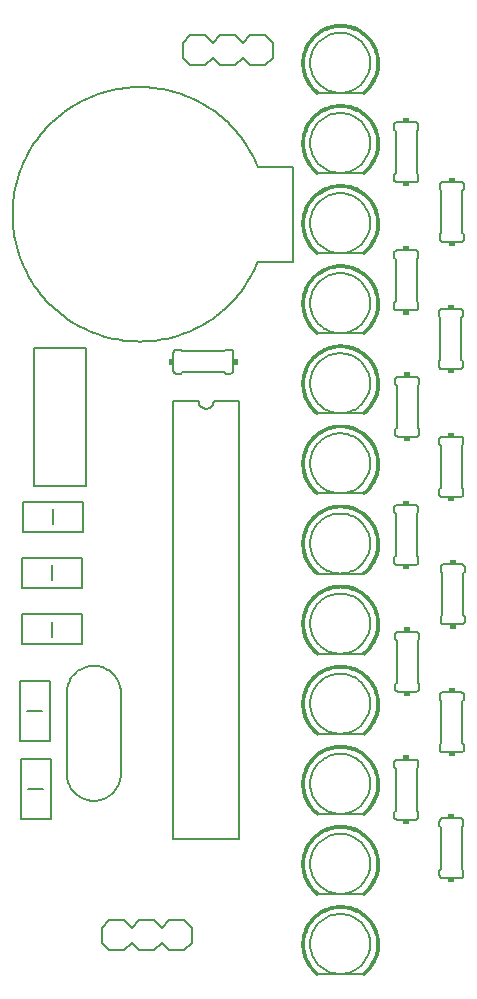
<source format=gto>
G75*
%MOIN*%
%OFA0B0*%
%FSLAX24Y24*%
%IPPOS*%
%LPD*%
%AMOC8*
5,1,8,0,0,1.08239X$1,22.5*
%
%ADD10C,0.0080*%
%ADD11C,0.0060*%
%ADD12R,0.0150X0.0200*%
%ADD13C,0.0010*%
%ADD14R,0.0200X0.0150*%
D10*
X005583Y003179D02*
X005333Y003429D01*
X005333Y003929D01*
X005583Y004179D01*
X006083Y004179D01*
X006333Y003929D01*
X006583Y004179D01*
X007083Y004179D01*
X007333Y003929D01*
X007583Y004179D01*
X008083Y004179D01*
X008333Y003929D01*
X008333Y003429D01*
X008083Y003179D01*
X007583Y003179D01*
X007333Y003429D01*
X007083Y003179D01*
X006583Y003179D01*
X006333Y003429D01*
X006083Y003179D01*
X005583Y003179D01*
X003623Y007554D02*
X002623Y007554D01*
X002623Y009554D01*
X003623Y009554D01*
X003623Y007554D01*
X003373Y008554D02*
X002873Y008554D01*
X004163Y009049D02*
X004163Y011749D01*
X003598Y012154D02*
X002598Y012154D01*
X002598Y010154D01*
X003598Y010154D01*
X003598Y012154D01*
X003348Y011154D02*
X002848Y011154D01*
X004163Y011749D02*
X004165Y011808D01*
X004171Y011866D01*
X004180Y011925D01*
X004194Y011982D01*
X004211Y012038D01*
X004232Y012093D01*
X004256Y012147D01*
X004284Y012199D01*
X004315Y012249D01*
X004349Y012297D01*
X004386Y012342D01*
X004427Y012385D01*
X004470Y012426D01*
X004515Y012463D01*
X004563Y012497D01*
X004613Y012528D01*
X004665Y012556D01*
X004719Y012580D01*
X004774Y012601D01*
X004830Y012618D01*
X004887Y012632D01*
X004946Y012641D01*
X005004Y012647D01*
X005063Y012649D01*
X005122Y012647D01*
X005180Y012641D01*
X005239Y012632D01*
X005296Y012618D01*
X005352Y012601D01*
X005407Y012580D01*
X005461Y012556D01*
X005513Y012528D01*
X005563Y012497D01*
X005611Y012463D01*
X005656Y012426D01*
X005699Y012385D01*
X005740Y012342D01*
X005777Y012297D01*
X005811Y012249D01*
X005842Y012199D01*
X005870Y012147D01*
X005894Y012093D01*
X005915Y012038D01*
X005932Y011982D01*
X005946Y011925D01*
X005955Y011866D01*
X005961Y011808D01*
X005963Y011749D01*
X005963Y009049D01*
X005961Y008990D01*
X005955Y008932D01*
X005946Y008873D01*
X005932Y008816D01*
X005915Y008760D01*
X005894Y008705D01*
X005870Y008651D01*
X005842Y008599D01*
X005811Y008549D01*
X005777Y008501D01*
X005740Y008456D01*
X005699Y008413D01*
X005656Y008372D01*
X005611Y008335D01*
X005563Y008301D01*
X005513Y008270D01*
X005461Y008242D01*
X005407Y008218D01*
X005352Y008197D01*
X005296Y008180D01*
X005239Y008166D01*
X005180Y008157D01*
X005122Y008151D01*
X005063Y008149D01*
X005004Y008151D01*
X004946Y008157D01*
X004887Y008166D01*
X004830Y008180D01*
X004774Y008197D01*
X004719Y008218D01*
X004665Y008242D01*
X004613Y008270D01*
X004563Y008301D01*
X004515Y008335D01*
X004470Y008372D01*
X004427Y008413D01*
X004386Y008456D01*
X004349Y008501D01*
X004315Y008549D01*
X004284Y008599D01*
X004256Y008651D01*
X004232Y008705D01*
X004211Y008760D01*
X004194Y008816D01*
X004180Y008873D01*
X004171Y008932D01*
X004165Y008990D01*
X004163Y009049D01*
X004668Y013379D02*
X002668Y013379D01*
X002668Y014379D01*
X004668Y014379D01*
X004668Y013379D01*
X003668Y013629D02*
X003668Y014129D01*
X003665Y015512D02*
X003665Y016012D01*
X002665Y016262D02*
X002665Y015262D01*
X004665Y015262D01*
X004665Y016262D01*
X002665Y016262D01*
X002690Y017124D02*
X002690Y018124D01*
X004690Y018124D01*
X004690Y017124D01*
X002690Y017124D01*
X003690Y017374D02*
X003690Y017874D01*
X003076Y018660D02*
X003076Y023239D01*
X004789Y023239D01*
X004789Y018660D01*
X003076Y018660D01*
X010530Y026127D02*
X011711Y026127D01*
X011711Y029276D01*
X010530Y029276D01*
X012523Y029079D02*
X014023Y029079D01*
X014023Y026409D02*
X012523Y026409D01*
X012523Y023739D02*
X014023Y023739D01*
X014023Y021069D02*
X012523Y021069D01*
X012523Y018399D02*
X014023Y018399D01*
X014023Y015729D02*
X012523Y015729D01*
X012523Y013059D02*
X014023Y013059D01*
X014023Y010389D02*
X012523Y010389D01*
X012523Y007719D02*
X014023Y007719D01*
X014023Y005049D02*
X012523Y005049D01*
X012523Y002379D02*
X014023Y002379D01*
X010530Y026127D02*
X010480Y026008D01*
X010426Y025890D01*
X010369Y025774D01*
X010309Y025660D01*
X010245Y025547D01*
X010177Y025437D01*
X010107Y025329D01*
X010033Y025223D01*
X009955Y025119D01*
X009875Y025018D01*
X009792Y024919D01*
X009705Y024822D01*
X009616Y024729D01*
X009524Y024638D01*
X009429Y024550D01*
X009331Y024465D01*
X009231Y024383D01*
X009129Y024304D01*
X009024Y024228D01*
X008917Y024156D01*
X008808Y024086D01*
X008696Y024021D01*
X008583Y023958D01*
X008468Y023899D01*
X008351Y023844D01*
X008233Y023792D01*
X008113Y023744D01*
X007991Y023699D01*
X007868Y023658D01*
X007744Y023621D01*
X007619Y023588D01*
X007493Y023559D01*
X007367Y023533D01*
X007239Y023512D01*
X007111Y023494D01*
X006982Y023480D01*
X006853Y023470D01*
X006724Y023464D01*
X006595Y023462D01*
X006465Y023464D01*
X006336Y023470D01*
X006207Y023480D01*
X006079Y023493D01*
X005951Y023511D01*
X005823Y023533D01*
X005696Y023558D01*
X005570Y023587D01*
X005445Y023620D01*
X005321Y023657D01*
X005198Y023698D01*
X005077Y023742D01*
X004957Y023790D01*
X004838Y023842D01*
X004721Y023897D01*
X004606Y023956D01*
X004493Y024019D01*
X004381Y024084D01*
X004272Y024154D01*
X004165Y024226D01*
X004060Y024302D01*
X003957Y024381D01*
X003857Y024463D01*
X003760Y024548D01*
X003665Y024635D01*
X003573Y024726D01*
X003483Y024820D01*
X003397Y024916D01*
X003313Y025015D01*
X003233Y025116D01*
X003156Y025220D01*
X003081Y025326D01*
X003011Y025434D01*
X002943Y025544D01*
X002879Y025657D01*
X002818Y025771D01*
X002761Y025887D01*
X002708Y026005D01*
X002658Y026124D01*
X002611Y026245D01*
X002569Y026367D01*
X002530Y026490D01*
X002495Y026615D01*
X002464Y026740D01*
X002436Y026867D01*
X002413Y026994D01*
X002393Y027122D01*
X002377Y027250D01*
X002365Y027379D01*
X002357Y027508D01*
X002353Y027637D01*
X002353Y027767D01*
X002357Y027896D01*
X002365Y028025D01*
X002377Y028154D01*
X002393Y028282D01*
X002413Y028410D01*
X002436Y028537D01*
X002464Y028664D01*
X002495Y028789D01*
X002530Y028914D01*
X002569Y029037D01*
X002611Y029159D01*
X002658Y029280D01*
X002708Y029399D01*
X002761Y029517D01*
X002818Y029633D01*
X002879Y029747D01*
X002943Y029860D01*
X003011Y029970D01*
X003081Y030078D01*
X003156Y030184D01*
X003233Y030288D01*
X003313Y030389D01*
X003397Y030488D01*
X003483Y030584D01*
X003573Y030678D01*
X003665Y030769D01*
X003760Y030856D01*
X003857Y030941D01*
X003957Y031023D01*
X004060Y031102D01*
X004165Y031178D01*
X004272Y031250D01*
X004381Y031320D01*
X004493Y031385D01*
X004606Y031448D01*
X004721Y031507D01*
X004838Y031562D01*
X004957Y031614D01*
X005077Y031662D01*
X005198Y031706D01*
X005321Y031747D01*
X005445Y031784D01*
X005570Y031817D01*
X005696Y031846D01*
X005823Y031871D01*
X005951Y031893D01*
X006079Y031911D01*
X006207Y031924D01*
X006336Y031934D01*
X006465Y031940D01*
X006595Y031942D01*
X006724Y031940D01*
X006853Y031934D01*
X006982Y031924D01*
X007111Y031910D01*
X007239Y031892D01*
X007367Y031871D01*
X007493Y031845D01*
X007619Y031816D01*
X007744Y031783D01*
X007868Y031746D01*
X007991Y031705D01*
X008113Y031660D01*
X008233Y031612D01*
X008351Y031560D01*
X008468Y031505D01*
X008583Y031446D01*
X008696Y031383D01*
X008808Y031318D01*
X008917Y031248D01*
X009024Y031176D01*
X009129Y031100D01*
X009231Y031021D01*
X009331Y030939D01*
X009429Y030854D01*
X009524Y030766D01*
X009616Y030675D01*
X009705Y030582D01*
X009792Y030485D01*
X009875Y030386D01*
X009955Y030285D01*
X010033Y030181D01*
X010107Y030075D01*
X010177Y029967D01*
X010245Y029857D01*
X010309Y029744D01*
X010369Y029630D01*
X010426Y029514D01*
X010480Y029396D01*
X010530Y029277D01*
X012523Y031749D02*
X014023Y031749D01*
X011023Y032929D02*
X011023Y033429D01*
X010773Y033679D01*
X010273Y033679D01*
X010023Y033429D01*
X009773Y033679D01*
X009273Y033679D01*
X009023Y033429D01*
X008773Y033679D01*
X008273Y033679D01*
X008023Y033429D01*
X008023Y032929D01*
X008273Y032679D01*
X008773Y032679D01*
X009023Y032929D01*
X009273Y032679D01*
X009773Y032679D01*
X010023Y032929D01*
X010273Y032679D01*
X010773Y032679D01*
X011023Y032929D01*
D11*
X012273Y032749D02*
X012275Y032812D01*
X012281Y032874D01*
X012291Y032936D01*
X012304Y032998D01*
X012322Y033058D01*
X012343Y033117D01*
X012368Y033175D01*
X012397Y033231D01*
X012429Y033285D01*
X012464Y033337D01*
X012502Y033386D01*
X012544Y033434D01*
X012588Y033478D01*
X012636Y033520D01*
X012685Y033558D01*
X012737Y033593D01*
X012791Y033625D01*
X012847Y033654D01*
X012905Y033679D01*
X012964Y033700D01*
X013024Y033718D01*
X013086Y033731D01*
X013148Y033741D01*
X013210Y033747D01*
X013273Y033749D01*
X013336Y033747D01*
X013398Y033741D01*
X013460Y033731D01*
X013522Y033718D01*
X013582Y033700D01*
X013641Y033679D01*
X013699Y033654D01*
X013755Y033625D01*
X013809Y033593D01*
X013861Y033558D01*
X013910Y033520D01*
X013958Y033478D01*
X014002Y033434D01*
X014044Y033386D01*
X014082Y033337D01*
X014117Y033285D01*
X014149Y033231D01*
X014178Y033175D01*
X014203Y033117D01*
X014224Y033058D01*
X014242Y032998D01*
X014255Y032936D01*
X014265Y032874D01*
X014271Y032812D01*
X014273Y032749D01*
X014271Y032686D01*
X014265Y032624D01*
X014255Y032562D01*
X014242Y032500D01*
X014224Y032440D01*
X014203Y032381D01*
X014178Y032323D01*
X014149Y032267D01*
X014117Y032213D01*
X014082Y032161D01*
X014044Y032112D01*
X014002Y032064D01*
X013958Y032020D01*
X013910Y031978D01*
X013861Y031940D01*
X013809Y031905D01*
X013755Y031873D01*
X013699Y031844D01*
X013641Y031819D01*
X013582Y031798D01*
X013522Y031780D01*
X013460Y031767D01*
X013398Y031757D01*
X013336Y031751D01*
X013273Y031749D01*
X013210Y031751D01*
X013148Y031757D01*
X013086Y031767D01*
X013024Y031780D01*
X012964Y031798D01*
X012905Y031819D01*
X012847Y031844D01*
X012791Y031873D01*
X012737Y031905D01*
X012685Y031940D01*
X012636Y031978D01*
X012588Y032020D01*
X012544Y032064D01*
X012502Y032112D01*
X012464Y032161D01*
X012429Y032213D01*
X012397Y032267D01*
X012368Y032323D01*
X012343Y032381D01*
X012322Y032440D01*
X012304Y032500D01*
X012291Y032562D01*
X012281Y032624D01*
X012275Y032686D01*
X012273Y032749D01*
X015070Y030679D02*
X015070Y030529D01*
X015120Y030479D01*
X015120Y029079D01*
X015070Y029029D01*
X015070Y028879D01*
X015072Y028862D01*
X015076Y028845D01*
X015083Y028829D01*
X015093Y028815D01*
X015106Y028802D01*
X015120Y028792D01*
X015136Y028785D01*
X015153Y028781D01*
X015170Y028779D01*
X015770Y028779D01*
X015787Y028781D01*
X015804Y028785D01*
X015820Y028792D01*
X015834Y028802D01*
X015847Y028815D01*
X015857Y028829D01*
X015864Y028845D01*
X015868Y028862D01*
X015870Y028879D01*
X015870Y029029D01*
X015820Y029079D01*
X015820Y030479D01*
X015870Y030529D01*
X015870Y030679D01*
X015868Y030696D01*
X015864Y030713D01*
X015857Y030729D01*
X015847Y030743D01*
X015834Y030756D01*
X015820Y030766D01*
X015804Y030773D01*
X015787Y030777D01*
X015770Y030779D01*
X015170Y030779D01*
X015153Y030777D01*
X015136Y030773D01*
X015120Y030766D01*
X015106Y030756D01*
X015093Y030743D01*
X015083Y030729D01*
X015076Y030713D01*
X015072Y030696D01*
X015070Y030679D01*
X012273Y030079D02*
X012275Y030142D01*
X012281Y030204D01*
X012291Y030266D01*
X012304Y030328D01*
X012322Y030388D01*
X012343Y030447D01*
X012368Y030505D01*
X012397Y030561D01*
X012429Y030615D01*
X012464Y030667D01*
X012502Y030716D01*
X012544Y030764D01*
X012588Y030808D01*
X012636Y030850D01*
X012685Y030888D01*
X012737Y030923D01*
X012791Y030955D01*
X012847Y030984D01*
X012905Y031009D01*
X012964Y031030D01*
X013024Y031048D01*
X013086Y031061D01*
X013148Y031071D01*
X013210Y031077D01*
X013273Y031079D01*
X013336Y031077D01*
X013398Y031071D01*
X013460Y031061D01*
X013522Y031048D01*
X013582Y031030D01*
X013641Y031009D01*
X013699Y030984D01*
X013755Y030955D01*
X013809Y030923D01*
X013861Y030888D01*
X013910Y030850D01*
X013958Y030808D01*
X014002Y030764D01*
X014044Y030716D01*
X014082Y030667D01*
X014117Y030615D01*
X014149Y030561D01*
X014178Y030505D01*
X014203Y030447D01*
X014224Y030388D01*
X014242Y030328D01*
X014255Y030266D01*
X014265Y030204D01*
X014271Y030142D01*
X014273Y030079D01*
X014271Y030016D01*
X014265Y029954D01*
X014255Y029892D01*
X014242Y029830D01*
X014224Y029770D01*
X014203Y029711D01*
X014178Y029653D01*
X014149Y029597D01*
X014117Y029543D01*
X014082Y029491D01*
X014044Y029442D01*
X014002Y029394D01*
X013958Y029350D01*
X013910Y029308D01*
X013861Y029270D01*
X013809Y029235D01*
X013755Y029203D01*
X013699Y029174D01*
X013641Y029149D01*
X013582Y029128D01*
X013522Y029110D01*
X013460Y029097D01*
X013398Y029087D01*
X013336Y029081D01*
X013273Y029079D01*
X013210Y029081D01*
X013148Y029087D01*
X013086Y029097D01*
X013024Y029110D01*
X012964Y029128D01*
X012905Y029149D01*
X012847Y029174D01*
X012791Y029203D01*
X012737Y029235D01*
X012685Y029270D01*
X012636Y029308D01*
X012588Y029350D01*
X012544Y029394D01*
X012502Y029442D01*
X012464Y029491D01*
X012429Y029543D01*
X012397Y029597D01*
X012368Y029653D01*
X012343Y029711D01*
X012322Y029770D01*
X012304Y029830D01*
X012291Y029892D01*
X012281Y029954D01*
X012275Y030016D01*
X012273Y030079D01*
X012273Y027409D02*
X012275Y027472D01*
X012281Y027534D01*
X012291Y027596D01*
X012304Y027658D01*
X012322Y027718D01*
X012343Y027777D01*
X012368Y027835D01*
X012397Y027891D01*
X012429Y027945D01*
X012464Y027997D01*
X012502Y028046D01*
X012544Y028094D01*
X012588Y028138D01*
X012636Y028180D01*
X012685Y028218D01*
X012737Y028253D01*
X012791Y028285D01*
X012847Y028314D01*
X012905Y028339D01*
X012964Y028360D01*
X013024Y028378D01*
X013086Y028391D01*
X013148Y028401D01*
X013210Y028407D01*
X013273Y028409D01*
X013336Y028407D01*
X013398Y028401D01*
X013460Y028391D01*
X013522Y028378D01*
X013582Y028360D01*
X013641Y028339D01*
X013699Y028314D01*
X013755Y028285D01*
X013809Y028253D01*
X013861Y028218D01*
X013910Y028180D01*
X013958Y028138D01*
X014002Y028094D01*
X014044Y028046D01*
X014082Y027997D01*
X014117Y027945D01*
X014149Y027891D01*
X014178Y027835D01*
X014203Y027777D01*
X014224Y027718D01*
X014242Y027658D01*
X014255Y027596D01*
X014265Y027534D01*
X014271Y027472D01*
X014273Y027409D01*
X014271Y027346D01*
X014265Y027284D01*
X014255Y027222D01*
X014242Y027160D01*
X014224Y027100D01*
X014203Y027041D01*
X014178Y026983D01*
X014149Y026927D01*
X014117Y026873D01*
X014082Y026821D01*
X014044Y026772D01*
X014002Y026724D01*
X013958Y026680D01*
X013910Y026638D01*
X013861Y026600D01*
X013809Y026565D01*
X013755Y026533D01*
X013699Y026504D01*
X013641Y026479D01*
X013582Y026458D01*
X013522Y026440D01*
X013460Y026427D01*
X013398Y026417D01*
X013336Y026411D01*
X013273Y026409D01*
X013210Y026411D01*
X013148Y026417D01*
X013086Y026427D01*
X013024Y026440D01*
X012964Y026458D01*
X012905Y026479D01*
X012847Y026504D01*
X012791Y026533D01*
X012737Y026565D01*
X012685Y026600D01*
X012636Y026638D01*
X012588Y026680D01*
X012544Y026724D01*
X012502Y026772D01*
X012464Y026821D01*
X012429Y026873D01*
X012397Y026927D01*
X012368Y026983D01*
X012343Y027041D01*
X012322Y027100D01*
X012304Y027160D01*
X012291Y027222D01*
X012281Y027284D01*
X012275Y027346D01*
X012273Y027409D01*
X015068Y026402D02*
X015068Y026252D01*
X015118Y026202D01*
X015118Y024802D01*
X015068Y024752D01*
X015068Y024602D01*
X015070Y024585D01*
X015074Y024568D01*
X015081Y024552D01*
X015091Y024538D01*
X015104Y024525D01*
X015118Y024515D01*
X015134Y024508D01*
X015151Y024504D01*
X015168Y024502D01*
X015768Y024502D01*
X015785Y024504D01*
X015802Y024508D01*
X015818Y024515D01*
X015832Y024525D01*
X015845Y024538D01*
X015855Y024552D01*
X015862Y024568D01*
X015866Y024585D01*
X015868Y024602D01*
X015868Y024752D01*
X015818Y024802D01*
X015818Y026202D01*
X015868Y026252D01*
X015868Y026402D01*
X015866Y026419D01*
X015862Y026436D01*
X015855Y026452D01*
X015845Y026466D01*
X015832Y026479D01*
X015818Y026489D01*
X015802Y026496D01*
X015785Y026500D01*
X015768Y026502D01*
X015168Y026502D01*
X015151Y026500D01*
X015134Y026496D01*
X015118Y026489D01*
X015104Y026479D01*
X015091Y026466D01*
X015081Y026452D01*
X015074Y026436D01*
X015070Y026419D01*
X015068Y026402D01*
X016598Y026884D02*
X016598Y027034D01*
X016648Y027084D01*
X016648Y028484D01*
X016598Y028534D01*
X016598Y028684D01*
X016600Y028701D01*
X016604Y028718D01*
X016611Y028734D01*
X016621Y028748D01*
X016634Y028761D01*
X016648Y028771D01*
X016664Y028778D01*
X016681Y028782D01*
X016698Y028784D01*
X017298Y028784D01*
X017315Y028782D01*
X017332Y028778D01*
X017348Y028771D01*
X017362Y028761D01*
X017375Y028748D01*
X017385Y028734D01*
X017392Y028718D01*
X017396Y028701D01*
X017398Y028684D01*
X017398Y028534D01*
X017348Y028484D01*
X017348Y027084D01*
X017398Y027034D01*
X017398Y026884D01*
X017396Y026867D01*
X017392Y026850D01*
X017385Y026834D01*
X017375Y026820D01*
X017362Y026807D01*
X017348Y026797D01*
X017332Y026790D01*
X017315Y026786D01*
X017298Y026784D01*
X016698Y026784D01*
X016681Y026786D01*
X016664Y026790D01*
X016648Y026797D01*
X016634Y026807D01*
X016621Y026820D01*
X016611Y026834D01*
X016604Y026850D01*
X016600Y026867D01*
X016598Y026884D01*
X016663Y024549D02*
X017263Y024549D01*
X017280Y024547D01*
X017297Y024543D01*
X017313Y024536D01*
X017327Y024526D01*
X017340Y024513D01*
X017350Y024499D01*
X017357Y024483D01*
X017361Y024466D01*
X017363Y024449D01*
X017363Y024299D01*
X017313Y024249D01*
X017313Y022849D01*
X017363Y022799D01*
X017363Y022649D01*
X017361Y022632D01*
X017357Y022615D01*
X017350Y022599D01*
X017340Y022585D01*
X017327Y022572D01*
X017313Y022562D01*
X017297Y022555D01*
X017280Y022551D01*
X017263Y022549D01*
X016663Y022549D01*
X016646Y022551D01*
X016629Y022555D01*
X016613Y022562D01*
X016599Y022572D01*
X016586Y022585D01*
X016576Y022599D01*
X016569Y022615D01*
X016565Y022632D01*
X016563Y022649D01*
X016563Y022799D01*
X016613Y022849D01*
X016613Y024249D01*
X016563Y024299D01*
X016563Y024449D01*
X016565Y024466D01*
X016569Y024483D01*
X016576Y024499D01*
X016586Y024513D01*
X016599Y024526D01*
X016613Y024536D01*
X016629Y024543D01*
X016646Y024547D01*
X016663Y024549D01*
X015805Y022292D02*
X015205Y022292D01*
X015188Y022290D01*
X015171Y022286D01*
X015155Y022279D01*
X015141Y022269D01*
X015128Y022256D01*
X015118Y022242D01*
X015111Y022226D01*
X015107Y022209D01*
X015105Y022192D01*
X015105Y022042D01*
X015155Y021992D01*
X015155Y020592D01*
X015105Y020542D01*
X015105Y020392D01*
X015107Y020375D01*
X015111Y020358D01*
X015118Y020342D01*
X015128Y020328D01*
X015141Y020315D01*
X015155Y020305D01*
X015171Y020298D01*
X015188Y020294D01*
X015205Y020292D01*
X015805Y020292D01*
X015822Y020294D01*
X015839Y020298D01*
X015855Y020305D01*
X015869Y020315D01*
X015882Y020328D01*
X015892Y020342D01*
X015899Y020358D01*
X015903Y020375D01*
X015905Y020392D01*
X015905Y020542D01*
X015855Y020592D01*
X015855Y021992D01*
X015905Y022042D01*
X015905Y022192D01*
X015903Y022209D01*
X015899Y022226D01*
X015892Y022242D01*
X015882Y022256D01*
X015869Y022269D01*
X015855Y022279D01*
X015839Y022286D01*
X015822Y022290D01*
X015805Y022292D01*
X016675Y020287D02*
X017275Y020287D01*
X017292Y020285D01*
X017309Y020281D01*
X017325Y020274D01*
X017339Y020264D01*
X017352Y020251D01*
X017362Y020237D01*
X017369Y020221D01*
X017373Y020204D01*
X017375Y020187D01*
X017375Y020037D01*
X017325Y019987D01*
X017325Y018587D01*
X017375Y018537D01*
X017375Y018387D01*
X017373Y018370D01*
X017369Y018353D01*
X017362Y018337D01*
X017352Y018323D01*
X017339Y018310D01*
X017325Y018300D01*
X017309Y018293D01*
X017292Y018289D01*
X017275Y018287D01*
X016675Y018287D01*
X016658Y018289D01*
X016641Y018293D01*
X016625Y018300D01*
X016611Y018310D01*
X016598Y018323D01*
X016588Y018337D01*
X016581Y018353D01*
X016577Y018370D01*
X016575Y018387D01*
X016575Y018537D01*
X016625Y018587D01*
X016625Y019987D01*
X016575Y020037D01*
X016575Y020187D01*
X016577Y020204D01*
X016581Y020221D01*
X016588Y020237D01*
X016598Y020251D01*
X016611Y020264D01*
X016625Y020274D01*
X016641Y020281D01*
X016658Y020285D01*
X016675Y020287D01*
X015775Y018017D02*
X015175Y018017D01*
X015158Y018015D01*
X015141Y018011D01*
X015125Y018004D01*
X015111Y017994D01*
X015098Y017981D01*
X015088Y017967D01*
X015081Y017951D01*
X015077Y017934D01*
X015075Y017917D01*
X015075Y017767D01*
X015125Y017717D01*
X015125Y016317D01*
X015075Y016267D01*
X015075Y016117D01*
X015077Y016100D01*
X015081Y016083D01*
X015088Y016067D01*
X015098Y016053D01*
X015111Y016040D01*
X015125Y016030D01*
X015141Y016023D01*
X015158Y016019D01*
X015175Y016017D01*
X015775Y016017D01*
X015792Y016019D01*
X015809Y016023D01*
X015825Y016030D01*
X015839Y016040D01*
X015852Y016053D01*
X015862Y016067D01*
X015869Y016083D01*
X015873Y016100D01*
X015875Y016117D01*
X015875Y016267D01*
X015825Y016317D01*
X015825Y017717D01*
X015875Y017767D01*
X015875Y017917D01*
X015873Y017934D01*
X015869Y017951D01*
X015862Y017967D01*
X015852Y017981D01*
X015839Y017994D01*
X015825Y018004D01*
X015809Y018011D01*
X015792Y018015D01*
X015775Y018017D01*
X016720Y016037D02*
X017320Y016037D01*
X017337Y016035D01*
X017354Y016031D01*
X017370Y016024D01*
X017384Y016014D01*
X017397Y016001D01*
X017407Y015987D01*
X017414Y015971D01*
X017418Y015954D01*
X017420Y015937D01*
X017420Y015787D01*
X017370Y015737D01*
X017370Y014337D01*
X017420Y014287D01*
X017420Y014137D01*
X017418Y014120D01*
X017414Y014103D01*
X017407Y014087D01*
X017397Y014073D01*
X017384Y014060D01*
X017370Y014050D01*
X017354Y014043D01*
X017337Y014039D01*
X017320Y014037D01*
X016720Y014037D01*
X016703Y014039D01*
X016686Y014043D01*
X016670Y014050D01*
X016656Y014060D01*
X016643Y014073D01*
X016633Y014087D01*
X016626Y014103D01*
X016622Y014120D01*
X016620Y014137D01*
X016620Y014287D01*
X016670Y014337D01*
X016670Y015737D01*
X016620Y015787D01*
X016620Y015937D01*
X016622Y015954D01*
X016626Y015971D01*
X016633Y015987D01*
X016643Y016001D01*
X016656Y016014D01*
X016670Y016024D01*
X016686Y016031D01*
X016703Y016035D01*
X016720Y016037D01*
X015803Y013794D02*
X015203Y013794D01*
X015186Y013792D01*
X015169Y013788D01*
X015153Y013781D01*
X015139Y013771D01*
X015126Y013758D01*
X015116Y013744D01*
X015109Y013728D01*
X015105Y013711D01*
X015103Y013694D01*
X015103Y013544D01*
X015153Y013494D01*
X015153Y012094D01*
X015103Y012044D01*
X015103Y011894D01*
X015105Y011877D01*
X015109Y011860D01*
X015116Y011844D01*
X015126Y011830D01*
X015139Y011817D01*
X015153Y011807D01*
X015169Y011800D01*
X015186Y011796D01*
X015203Y011794D01*
X015803Y011794D01*
X015820Y011796D01*
X015837Y011800D01*
X015853Y011807D01*
X015867Y011817D01*
X015880Y011830D01*
X015890Y011844D01*
X015897Y011860D01*
X015901Y011877D01*
X015903Y011894D01*
X015903Y012044D01*
X015853Y012094D01*
X015853Y013494D01*
X015903Y013544D01*
X015903Y013694D01*
X015901Y013711D01*
X015897Y013728D01*
X015890Y013744D01*
X015880Y013758D01*
X015867Y013771D01*
X015853Y013781D01*
X015837Y013788D01*
X015820Y013792D01*
X015803Y013794D01*
X012273Y014059D02*
X012275Y014122D01*
X012281Y014184D01*
X012291Y014246D01*
X012304Y014308D01*
X012322Y014368D01*
X012343Y014427D01*
X012368Y014485D01*
X012397Y014541D01*
X012429Y014595D01*
X012464Y014647D01*
X012502Y014696D01*
X012544Y014744D01*
X012588Y014788D01*
X012636Y014830D01*
X012685Y014868D01*
X012737Y014903D01*
X012791Y014935D01*
X012847Y014964D01*
X012905Y014989D01*
X012964Y015010D01*
X013024Y015028D01*
X013086Y015041D01*
X013148Y015051D01*
X013210Y015057D01*
X013273Y015059D01*
X013336Y015057D01*
X013398Y015051D01*
X013460Y015041D01*
X013522Y015028D01*
X013582Y015010D01*
X013641Y014989D01*
X013699Y014964D01*
X013755Y014935D01*
X013809Y014903D01*
X013861Y014868D01*
X013910Y014830D01*
X013958Y014788D01*
X014002Y014744D01*
X014044Y014696D01*
X014082Y014647D01*
X014117Y014595D01*
X014149Y014541D01*
X014178Y014485D01*
X014203Y014427D01*
X014224Y014368D01*
X014242Y014308D01*
X014255Y014246D01*
X014265Y014184D01*
X014271Y014122D01*
X014273Y014059D01*
X014271Y013996D01*
X014265Y013934D01*
X014255Y013872D01*
X014242Y013810D01*
X014224Y013750D01*
X014203Y013691D01*
X014178Y013633D01*
X014149Y013577D01*
X014117Y013523D01*
X014082Y013471D01*
X014044Y013422D01*
X014002Y013374D01*
X013958Y013330D01*
X013910Y013288D01*
X013861Y013250D01*
X013809Y013215D01*
X013755Y013183D01*
X013699Y013154D01*
X013641Y013129D01*
X013582Y013108D01*
X013522Y013090D01*
X013460Y013077D01*
X013398Y013067D01*
X013336Y013061D01*
X013273Y013059D01*
X013210Y013061D01*
X013148Y013067D01*
X013086Y013077D01*
X013024Y013090D01*
X012964Y013108D01*
X012905Y013129D01*
X012847Y013154D01*
X012791Y013183D01*
X012737Y013215D01*
X012685Y013250D01*
X012636Y013288D01*
X012588Y013330D01*
X012544Y013374D01*
X012502Y013422D01*
X012464Y013471D01*
X012429Y013523D01*
X012397Y013577D01*
X012368Y013633D01*
X012343Y013691D01*
X012322Y013750D01*
X012304Y013810D01*
X012291Y013872D01*
X012281Y013934D01*
X012275Y013996D01*
X012273Y014059D01*
X012273Y016729D02*
X012275Y016792D01*
X012281Y016854D01*
X012291Y016916D01*
X012304Y016978D01*
X012322Y017038D01*
X012343Y017097D01*
X012368Y017155D01*
X012397Y017211D01*
X012429Y017265D01*
X012464Y017317D01*
X012502Y017366D01*
X012544Y017414D01*
X012588Y017458D01*
X012636Y017500D01*
X012685Y017538D01*
X012737Y017573D01*
X012791Y017605D01*
X012847Y017634D01*
X012905Y017659D01*
X012964Y017680D01*
X013024Y017698D01*
X013086Y017711D01*
X013148Y017721D01*
X013210Y017727D01*
X013273Y017729D01*
X013336Y017727D01*
X013398Y017721D01*
X013460Y017711D01*
X013522Y017698D01*
X013582Y017680D01*
X013641Y017659D01*
X013699Y017634D01*
X013755Y017605D01*
X013809Y017573D01*
X013861Y017538D01*
X013910Y017500D01*
X013958Y017458D01*
X014002Y017414D01*
X014044Y017366D01*
X014082Y017317D01*
X014117Y017265D01*
X014149Y017211D01*
X014178Y017155D01*
X014203Y017097D01*
X014224Y017038D01*
X014242Y016978D01*
X014255Y016916D01*
X014265Y016854D01*
X014271Y016792D01*
X014273Y016729D01*
X014271Y016666D01*
X014265Y016604D01*
X014255Y016542D01*
X014242Y016480D01*
X014224Y016420D01*
X014203Y016361D01*
X014178Y016303D01*
X014149Y016247D01*
X014117Y016193D01*
X014082Y016141D01*
X014044Y016092D01*
X014002Y016044D01*
X013958Y016000D01*
X013910Y015958D01*
X013861Y015920D01*
X013809Y015885D01*
X013755Y015853D01*
X013699Y015824D01*
X013641Y015799D01*
X013582Y015778D01*
X013522Y015760D01*
X013460Y015747D01*
X013398Y015737D01*
X013336Y015731D01*
X013273Y015729D01*
X013210Y015731D01*
X013148Y015737D01*
X013086Y015747D01*
X013024Y015760D01*
X012964Y015778D01*
X012905Y015799D01*
X012847Y015824D01*
X012791Y015853D01*
X012737Y015885D01*
X012685Y015920D01*
X012636Y015958D01*
X012588Y016000D01*
X012544Y016044D01*
X012502Y016092D01*
X012464Y016141D01*
X012429Y016193D01*
X012397Y016247D01*
X012368Y016303D01*
X012343Y016361D01*
X012322Y016420D01*
X012304Y016480D01*
X012291Y016542D01*
X012281Y016604D01*
X012275Y016666D01*
X012273Y016729D01*
X012273Y019399D02*
X012275Y019462D01*
X012281Y019524D01*
X012291Y019586D01*
X012304Y019648D01*
X012322Y019708D01*
X012343Y019767D01*
X012368Y019825D01*
X012397Y019881D01*
X012429Y019935D01*
X012464Y019987D01*
X012502Y020036D01*
X012544Y020084D01*
X012588Y020128D01*
X012636Y020170D01*
X012685Y020208D01*
X012737Y020243D01*
X012791Y020275D01*
X012847Y020304D01*
X012905Y020329D01*
X012964Y020350D01*
X013024Y020368D01*
X013086Y020381D01*
X013148Y020391D01*
X013210Y020397D01*
X013273Y020399D01*
X013336Y020397D01*
X013398Y020391D01*
X013460Y020381D01*
X013522Y020368D01*
X013582Y020350D01*
X013641Y020329D01*
X013699Y020304D01*
X013755Y020275D01*
X013809Y020243D01*
X013861Y020208D01*
X013910Y020170D01*
X013958Y020128D01*
X014002Y020084D01*
X014044Y020036D01*
X014082Y019987D01*
X014117Y019935D01*
X014149Y019881D01*
X014178Y019825D01*
X014203Y019767D01*
X014224Y019708D01*
X014242Y019648D01*
X014255Y019586D01*
X014265Y019524D01*
X014271Y019462D01*
X014273Y019399D01*
X014271Y019336D01*
X014265Y019274D01*
X014255Y019212D01*
X014242Y019150D01*
X014224Y019090D01*
X014203Y019031D01*
X014178Y018973D01*
X014149Y018917D01*
X014117Y018863D01*
X014082Y018811D01*
X014044Y018762D01*
X014002Y018714D01*
X013958Y018670D01*
X013910Y018628D01*
X013861Y018590D01*
X013809Y018555D01*
X013755Y018523D01*
X013699Y018494D01*
X013641Y018469D01*
X013582Y018448D01*
X013522Y018430D01*
X013460Y018417D01*
X013398Y018407D01*
X013336Y018401D01*
X013273Y018399D01*
X013210Y018401D01*
X013148Y018407D01*
X013086Y018417D01*
X013024Y018430D01*
X012964Y018448D01*
X012905Y018469D01*
X012847Y018494D01*
X012791Y018523D01*
X012737Y018555D01*
X012685Y018590D01*
X012636Y018628D01*
X012588Y018670D01*
X012544Y018714D01*
X012502Y018762D01*
X012464Y018811D01*
X012429Y018863D01*
X012397Y018917D01*
X012368Y018973D01*
X012343Y019031D01*
X012322Y019090D01*
X012304Y019150D01*
X012291Y019212D01*
X012281Y019274D01*
X012275Y019336D01*
X012273Y019399D01*
X009903Y021474D02*
X009903Y006874D01*
X007703Y006874D01*
X007703Y021474D01*
X008553Y021474D01*
X008555Y021444D01*
X008560Y021414D01*
X008569Y021385D01*
X008582Y021358D01*
X008597Y021332D01*
X008616Y021308D01*
X008637Y021287D01*
X008661Y021268D01*
X008687Y021253D01*
X008714Y021240D01*
X008743Y021231D01*
X008773Y021226D01*
X008803Y021224D01*
X008833Y021226D01*
X008863Y021231D01*
X008892Y021240D01*
X008919Y021253D01*
X008945Y021268D01*
X008969Y021287D01*
X008990Y021308D01*
X009009Y021332D01*
X009024Y021358D01*
X009037Y021385D01*
X009046Y021414D01*
X009051Y021444D01*
X009053Y021474D01*
X009903Y021474D01*
X009613Y022394D02*
X009463Y022394D01*
X009413Y022444D01*
X008013Y022444D01*
X007963Y022394D01*
X007813Y022394D01*
X007796Y022396D01*
X007779Y022400D01*
X007763Y022407D01*
X007749Y022417D01*
X007736Y022430D01*
X007726Y022444D01*
X007719Y022460D01*
X007715Y022477D01*
X007713Y022494D01*
X007713Y023094D01*
X007715Y023111D01*
X007719Y023128D01*
X007726Y023144D01*
X007736Y023158D01*
X007749Y023171D01*
X007763Y023181D01*
X007779Y023188D01*
X007796Y023192D01*
X007813Y023194D01*
X007963Y023194D01*
X008013Y023144D01*
X009413Y023144D01*
X009463Y023194D01*
X009613Y023194D01*
X009630Y023192D01*
X009647Y023188D01*
X009663Y023181D01*
X009677Y023171D01*
X009690Y023158D01*
X009700Y023144D01*
X009707Y023128D01*
X009711Y023111D01*
X009713Y023094D01*
X009713Y022494D01*
X009711Y022477D01*
X009707Y022460D01*
X009700Y022444D01*
X009690Y022430D01*
X009677Y022417D01*
X009663Y022407D01*
X009647Y022400D01*
X009630Y022396D01*
X009613Y022394D01*
X012273Y022069D02*
X012275Y022132D01*
X012281Y022194D01*
X012291Y022256D01*
X012304Y022318D01*
X012322Y022378D01*
X012343Y022437D01*
X012368Y022495D01*
X012397Y022551D01*
X012429Y022605D01*
X012464Y022657D01*
X012502Y022706D01*
X012544Y022754D01*
X012588Y022798D01*
X012636Y022840D01*
X012685Y022878D01*
X012737Y022913D01*
X012791Y022945D01*
X012847Y022974D01*
X012905Y022999D01*
X012964Y023020D01*
X013024Y023038D01*
X013086Y023051D01*
X013148Y023061D01*
X013210Y023067D01*
X013273Y023069D01*
X013336Y023067D01*
X013398Y023061D01*
X013460Y023051D01*
X013522Y023038D01*
X013582Y023020D01*
X013641Y022999D01*
X013699Y022974D01*
X013755Y022945D01*
X013809Y022913D01*
X013861Y022878D01*
X013910Y022840D01*
X013958Y022798D01*
X014002Y022754D01*
X014044Y022706D01*
X014082Y022657D01*
X014117Y022605D01*
X014149Y022551D01*
X014178Y022495D01*
X014203Y022437D01*
X014224Y022378D01*
X014242Y022318D01*
X014255Y022256D01*
X014265Y022194D01*
X014271Y022132D01*
X014273Y022069D01*
X014271Y022006D01*
X014265Y021944D01*
X014255Y021882D01*
X014242Y021820D01*
X014224Y021760D01*
X014203Y021701D01*
X014178Y021643D01*
X014149Y021587D01*
X014117Y021533D01*
X014082Y021481D01*
X014044Y021432D01*
X014002Y021384D01*
X013958Y021340D01*
X013910Y021298D01*
X013861Y021260D01*
X013809Y021225D01*
X013755Y021193D01*
X013699Y021164D01*
X013641Y021139D01*
X013582Y021118D01*
X013522Y021100D01*
X013460Y021087D01*
X013398Y021077D01*
X013336Y021071D01*
X013273Y021069D01*
X013210Y021071D01*
X013148Y021077D01*
X013086Y021087D01*
X013024Y021100D01*
X012964Y021118D01*
X012905Y021139D01*
X012847Y021164D01*
X012791Y021193D01*
X012737Y021225D01*
X012685Y021260D01*
X012636Y021298D01*
X012588Y021340D01*
X012544Y021384D01*
X012502Y021432D01*
X012464Y021481D01*
X012429Y021533D01*
X012397Y021587D01*
X012368Y021643D01*
X012343Y021701D01*
X012322Y021760D01*
X012304Y021820D01*
X012291Y021882D01*
X012281Y021944D01*
X012275Y022006D01*
X012273Y022069D01*
X012273Y024739D02*
X012275Y024802D01*
X012281Y024864D01*
X012291Y024926D01*
X012304Y024988D01*
X012322Y025048D01*
X012343Y025107D01*
X012368Y025165D01*
X012397Y025221D01*
X012429Y025275D01*
X012464Y025327D01*
X012502Y025376D01*
X012544Y025424D01*
X012588Y025468D01*
X012636Y025510D01*
X012685Y025548D01*
X012737Y025583D01*
X012791Y025615D01*
X012847Y025644D01*
X012905Y025669D01*
X012964Y025690D01*
X013024Y025708D01*
X013086Y025721D01*
X013148Y025731D01*
X013210Y025737D01*
X013273Y025739D01*
X013336Y025737D01*
X013398Y025731D01*
X013460Y025721D01*
X013522Y025708D01*
X013582Y025690D01*
X013641Y025669D01*
X013699Y025644D01*
X013755Y025615D01*
X013809Y025583D01*
X013861Y025548D01*
X013910Y025510D01*
X013958Y025468D01*
X014002Y025424D01*
X014044Y025376D01*
X014082Y025327D01*
X014117Y025275D01*
X014149Y025221D01*
X014178Y025165D01*
X014203Y025107D01*
X014224Y025048D01*
X014242Y024988D01*
X014255Y024926D01*
X014265Y024864D01*
X014271Y024802D01*
X014273Y024739D01*
X014271Y024676D01*
X014265Y024614D01*
X014255Y024552D01*
X014242Y024490D01*
X014224Y024430D01*
X014203Y024371D01*
X014178Y024313D01*
X014149Y024257D01*
X014117Y024203D01*
X014082Y024151D01*
X014044Y024102D01*
X014002Y024054D01*
X013958Y024010D01*
X013910Y023968D01*
X013861Y023930D01*
X013809Y023895D01*
X013755Y023863D01*
X013699Y023834D01*
X013641Y023809D01*
X013582Y023788D01*
X013522Y023770D01*
X013460Y023757D01*
X013398Y023747D01*
X013336Y023741D01*
X013273Y023739D01*
X013210Y023741D01*
X013148Y023747D01*
X013086Y023757D01*
X013024Y023770D01*
X012964Y023788D01*
X012905Y023809D01*
X012847Y023834D01*
X012791Y023863D01*
X012737Y023895D01*
X012685Y023930D01*
X012636Y023968D01*
X012588Y024010D01*
X012544Y024054D01*
X012502Y024102D01*
X012464Y024151D01*
X012429Y024203D01*
X012397Y024257D01*
X012368Y024313D01*
X012343Y024371D01*
X012322Y024430D01*
X012304Y024490D01*
X012291Y024552D01*
X012281Y024614D01*
X012275Y024676D01*
X012273Y024739D01*
X016698Y011774D02*
X017298Y011774D01*
X017315Y011772D01*
X017332Y011768D01*
X017348Y011761D01*
X017362Y011751D01*
X017375Y011738D01*
X017385Y011724D01*
X017392Y011708D01*
X017396Y011691D01*
X017398Y011674D01*
X017398Y011524D01*
X017348Y011474D01*
X017348Y010074D01*
X017398Y010024D01*
X017398Y009874D01*
X017396Y009857D01*
X017392Y009840D01*
X017385Y009824D01*
X017375Y009810D01*
X017362Y009797D01*
X017348Y009787D01*
X017332Y009780D01*
X017315Y009776D01*
X017298Y009774D01*
X016698Y009774D01*
X016681Y009776D01*
X016664Y009780D01*
X016648Y009787D01*
X016634Y009797D01*
X016621Y009810D01*
X016611Y009824D01*
X016604Y009840D01*
X016600Y009857D01*
X016598Y009874D01*
X016598Y010024D01*
X016648Y010074D01*
X016648Y011474D01*
X016598Y011524D01*
X016598Y011674D01*
X016600Y011691D01*
X016604Y011708D01*
X016611Y011724D01*
X016621Y011738D01*
X016634Y011751D01*
X016648Y011761D01*
X016664Y011768D01*
X016681Y011772D01*
X016698Y011774D01*
X015778Y009527D02*
X015178Y009527D01*
X015161Y009525D01*
X015144Y009521D01*
X015128Y009514D01*
X015114Y009504D01*
X015101Y009491D01*
X015091Y009477D01*
X015084Y009461D01*
X015080Y009444D01*
X015078Y009427D01*
X015078Y009277D01*
X015128Y009227D01*
X015128Y007827D01*
X015078Y007777D01*
X015078Y007627D01*
X015080Y007610D01*
X015084Y007593D01*
X015091Y007577D01*
X015101Y007563D01*
X015114Y007550D01*
X015128Y007540D01*
X015144Y007533D01*
X015161Y007529D01*
X015178Y007527D01*
X015778Y007527D01*
X015795Y007529D01*
X015812Y007533D01*
X015828Y007540D01*
X015842Y007550D01*
X015855Y007563D01*
X015865Y007577D01*
X015872Y007593D01*
X015876Y007610D01*
X015878Y007627D01*
X015878Y007777D01*
X015828Y007827D01*
X015828Y009227D01*
X015878Y009277D01*
X015878Y009427D01*
X015876Y009444D01*
X015872Y009461D01*
X015865Y009477D01*
X015855Y009491D01*
X015842Y009504D01*
X015828Y009514D01*
X015812Y009521D01*
X015795Y009525D01*
X015778Y009527D01*
X012273Y008719D02*
X012275Y008782D01*
X012281Y008844D01*
X012291Y008906D01*
X012304Y008968D01*
X012322Y009028D01*
X012343Y009087D01*
X012368Y009145D01*
X012397Y009201D01*
X012429Y009255D01*
X012464Y009307D01*
X012502Y009356D01*
X012544Y009404D01*
X012588Y009448D01*
X012636Y009490D01*
X012685Y009528D01*
X012737Y009563D01*
X012791Y009595D01*
X012847Y009624D01*
X012905Y009649D01*
X012964Y009670D01*
X013024Y009688D01*
X013086Y009701D01*
X013148Y009711D01*
X013210Y009717D01*
X013273Y009719D01*
X013336Y009717D01*
X013398Y009711D01*
X013460Y009701D01*
X013522Y009688D01*
X013582Y009670D01*
X013641Y009649D01*
X013699Y009624D01*
X013755Y009595D01*
X013809Y009563D01*
X013861Y009528D01*
X013910Y009490D01*
X013958Y009448D01*
X014002Y009404D01*
X014044Y009356D01*
X014082Y009307D01*
X014117Y009255D01*
X014149Y009201D01*
X014178Y009145D01*
X014203Y009087D01*
X014224Y009028D01*
X014242Y008968D01*
X014255Y008906D01*
X014265Y008844D01*
X014271Y008782D01*
X014273Y008719D01*
X014271Y008656D01*
X014265Y008594D01*
X014255Y008532D01*
X014242Y008470D01*
X014224Y008410D01*
X014203Y008351D01*
X014178Y008293D01*
X014149Y008237D01*
X014117Y008183D01*
X014082Y008131D01*
X014044Y008082D01*
X014002Y008034D01*
X013958Y007990D01*
X013910Y007948D01*
X013861Y007910D01*
X013809Y007875D01*
X013755Y007843D01*
X013699Y007814D01*
X013641Y007789D01*
X013582Y007768D01*
X013522Y007750D01*
X013460Y007737D01*
X013398Y007727D01*
X013336Y007721D01*
X013273Y007719D01*
X013210Y007721D01*
X013148Y007727D01*
X013086Y007737D01*
X013024Y007750D01*
X012964Y007768D01*
X012905Y007789D01*
X012847Y007814D01*
X012791Y007843D01*
X012737Y007875D01*
X012685Y007910D01*
X012636Y007948D01*
X012588Y007990D01*
X012544Y008034D01*
X012502Y008082D01*
X012464Y008131D01*
X012429Y008183D01*
X012397Y008237D01*
X012368Y008293D01*
X012343Y008351D01*
X012322Y008410D01*
X012304Y008470D01*
X012291Y008532D01*
X012281Y008594D01*
X012275Y008656D01*
X012273Y008719D01*
X012273Y006049D02*
X012275Y006112D01*
X012281Y006174D01*
X012291Y006236D01*
X012304Y006298D01*
X012322Y006358D01*
X012343Y006417D01*
X012368Y006475D01*
X012397Y006531D01*
X012429Y006585D01*
X012464Y006637D01*
X012502Y006686D01*
X012544Y006734D01*
X012588Y006778D01*
X012636Y006820D01*
X012685Y006858D01*
X012737Y006893D01*
X012791Y006925D01*
X012847Y006954D01*
X012905Y006979D01*
X012964Y007000D01*
X013024Y007018D01*
X013086Y007031D01*
X013148Y007041D01*
X013210Y007047D01*
X013273Y007049D01*
X013336Y007047D01*
X013398Y007041D01*
X013460Y007031D01*
X013522Y007018D01*
X013582Y007000D01*
X013641Y006979D01*
X013699Y006954D01*
X013755Y006925D01*
X013809Y006893D01*
X013861Y006858D01*
X013910Y006820D01*
X013958Y006778D01*
X014002Y006734D01*
X014044Y006686D01*
X014082Y006637D01*
X014117Y006585D01*
X014149Y006531D01*
X014178Y006475D01*
X014203Y006417D01*
X014224Y006358D01*
X014242Y006298D01*
X014255Y006236D01*
X014265Y006174D01*
X014271Y006112D01*
X014273Y006049D01*
X014271Y005986D01*
X014265Y005924D01*
X014255Y005862D01*
X014242Y005800D01*
X014224Y005740D01*
X014203Y005681D01*
X014178Y005623D01*
X014149Y005567D01*
X014117Y005513D01*
X014082Y005461D01*
X014044Y005412D01*
X014002Y005364D01*
X013958Y005320D01*
X013910Y005278D01*
X013861Y005240D01*
X013809Y005205D01*
X013755Y005173D01*
X013699Y005144D01*
X013641Y005119D01*
X013582Y005098D01*
X013522Y005080D01*
X013460Y005067D01*
X013398Y005057D01*
X013336Y005051D01*
X013273Y005049D01*
X013210Y005051D01*
X013148Y005057D01*
X013086Y005067D01*
X013024Y005080D01*
X012964Y005098D01*
X012905Y005119D01*
X012847Y005144D01*
X012791Y005173D01*
X012737Y005205D01*
X012685Y005240D01*
X012636Y005278D01*
X012588Y005320D01*
X012544Y005364D01*
X012502Y005412D01*
X012464Y005461D01*
X012429Y005513D01*
X012397Y005567D01*
X012368Y005623D01*
X012343Y005681D01*
X012322Y005740D01*
X012304Y005800D01*
X012291Y005862D01*
X012281Y005924D01*
X012275Y005986D01*
X012273Y006049D01*
X012273Y003379D02*
X012275Y003442D01*
X012281Y003504D01*
X012291Y003566D01*
X012304Y003628D01*
X012322Y003688D01*
X012343Y003747D01*
X012368Y003805D01*
X012397Y003861D01*
X012429Y003915D01*
X012464Y003967D01*
X012502Y004016D01*
X012544Y004064D01*
X012588Y004108D01*
X012636Y004150D01*
X012685Y004188D01*
X012737Y004223D01*
X012791Y004255D01*
X012847Y004284D01*
X012905Y004309D01*
X012964Y004330D01*
X013024Y004348D01*
X013086Y004361D01*
X013148Y004371D01*
X013210Y004377D01*
X013273Y004379D01*
X013336Y004377D01*
X013398Y004371D01*
X013460Y004361D01*
X013522Y004348D01*
X013582Y004330D01*
X013641Y004309D01*
X013699Y004284D01*
X013755Y004255D01*
X013809Y004223D01*
X013861Y004188D01*
X013910Y004150D01*
X013958Y004108D01*
X014002Y004064D01*
X014044Y004016D01*
X014082Y003967D01*
X014117Y003915D01*
X014149Y003861D01*
X014178Y003805D01*
X014203Y003747D01*
X014224Y003688D01*
X014242Y003628D01*
X014255Y003566D01*
X014265Y003504D01*
X014271Y003442D01*
X014273Y003379D01*
X014271Y003316D01*
X014265Y003254D01*
X014255Y003192D01*
X014242Y003130D01*
X014224Y003070D01*
X014203Y003011D01*
X014178Y002953D01*
X014149Y002897D01*
X014117Y002843D01*
X014082Y002791D01*
X014044Y002742D01*
X014002Y002694D01*
X013958Y002650D01*
X013910Y002608D01*
X013861Y002570D01*
X013809Y002535D01*
X013755Y002503D01*
X013699Y002474D01*
X013641Y002449D01*
X013582Y002428D01*
X013522Y002410D01*
X013460Y002397D01*
X013398Y002387D01*
X013336Y002381D01*
X013273Y002379D01*
X013210Y002381D01*
X013148Y002387D01*
X013086Y002397D01*
X013024Y002410D01*
X012964Y002428D01*
X012905Y002449D01*
X012847Y002474D01*
X012791Y002503D01*
X012737Y002535D01*
X012685Y002570D01*
X012636Y002608D01*
X012588Y002650D01*
X012544Y002694D01*
X012502Y002742D01*
X012464Y002791D01*
X012429Y002843D01*
X012397Y002897D01*
X012368Y002953D01*
X012343Y003011D01*
X012322Y003070D01*
X012304Y003130D01*
X012291Y003192D01*
X012281Y003254D01*
X012275Y003316D01*
X012273Y003379D01*
X016583Y005677D02*
X016583Y005827D01*
X016633Y005877D01*
X016633Y007277D01*
X016583Y007327D01*
X016583Y007477D01*
X016585Y007494D01*
X016589Y007511D01*
X016596Y007527D01*
X016606Y007541D01*
X016619Y007554D01*
X016633Y007564D01*
X016649Y007571D01*
X016666Y007575D01*
X016683Y007577D01*
X017283Y007577D01*
X017300Y007575D01*
X017317Y007571D01*
X017333Y007564D01*
X017347Y007554D01*
X017360Y007541D01*
X017370Y007527D01*
X017377Y007511D01*
X017381Y007494D01*
X017383Y007477D01*
X017383Y007327D01*
X017333Y007277D01*
X017333Y005877D01*
X017383Y005827D01*
X017383Y005677D01*
X017381Y005660D01*
X017377Y005643D01*
X017370Y005627D01*
X017360Y005613D01*
X017347Y005600D01*
X017333Y005590D01*
X017317Y005583D01*
X017300Y005579D01*
X017283Y005577D01*
X016683Y005577D01*
X016666Y005579D01*
X016649Y005583D01*
X016633Y005590D01*
X016619Y005600D01*
X016606Y005613D01*
X016596Y005627D01*
X016589Y005643D01*
X016585Y005660D01*
X016583Y005677D01*
X012273Y011389D02*
X012275Y011452D01*
X012281Y011514D01*
X012291Y011576D01*
X012304Y011638D01*
X012322Y011698D01*
X012343Y011757D01*
X012368Y011815D01*
X012397Y011871D01*
X012429Y011925D01*
X012464Y011977D01*
X012502Y012026D01*
X012544Y012074D01*
X012588Y012118D01*
X012636Y012160D01*
X012685Y012198D01*
X012737Y012233D01*
X012791Y012265D01*
X012847Y012294D01*
X012905Y012319D01*
X012964Y012340D01*
X013024Y012358D01*
X013086Y012371D01*
X013148Y012381D01*
X013210Y012387D01*
X013273Y012389D01*
X013336Y012387D01*
X013398Y012381D01*
X013460Y012371D01*
X013522Y012358D01*
X013582Y012340D01*
X013641Y012319D01*
X013699Y012294D01*
X013755Y012265D01*
X013809Y012233D01*
X013861Y012198D01*
X013910Y012160D01*
X013958Y012118D01*
X014002Y012074D01*
X014044Y012026D01*
X014082Y011977D01*
X014117Y011925D01*
X014149Y011871D01*
X014178Y011815D01*
X014203Y011757D01*
X014224Y011698D01*
X014242Y011638D01*
X014255Y011576D01*
X014265Y011514D01*
X014271Y011452D01*
X014273Y011389D01*
X014271Y011326D01*
X014265Y011264D01*
X014255Y011202D01*
X014242Y011140D01*
X014224Y011080D01*
X014203Y011021D01*
X014178Y010963D01*
X014149Y010907D01*
X014117Y010853D01*
X014082Y010801D01*
X014044Y010752D01*
X014002Y010704D01*
X013958Y010660D01*
X013910Y010618D01*
X013861Y010580D01*
X013809Y010545D01*
X013755Y010513D01*
X013699Y010484D01*
X013641Y010459D01*
X013582Y010438D01*
X013522Y010420D01*
X013460Y010407D01*
X013398Y010397D01*
X013336Y010391D01*
X013273Y010389D01*
X013210Y010391D01*
X013148Y010397D01*
X013086Y010407D01*
X013024Y010420D01*
X012964Y010438D01*
X012905Y010459D01*
X012847Y010484D01*
X012791Y010513D01*
X012737Y010545D01*
X012685Y010580D01*
X012636Y010618D01*
X012588Y010660D01*
X012544Y010704D01*
X012502Y010752D01*
X012464Y010801D01*
X012429Y010853D01*
X012397Y010907D01*
X012368Y010963D01*
X012343Y011021D01*
X012322Y011080D01*
X012304Y011140D01*
X012291Y011202D01*
X012281Y011264D01*
X012275Y011326D01*
X012273Y011389D01*
D12*
X009788Y022794D03*
X007638Y022794D03*
D13*
X014053Y021037D02*
X013999Y021109D01*
X014000Y021108D02*
X014053Y021151D01*
X014104Y021196D01*
X014152Y021245D01*
X014197Y021296D01*
X014240Y021350D01*
X014279Y021406D01*
X014315Y021464D01*
X014348Y021524D01*
X014377Y021585D01*
X014402Y021649D01*
X014424Y021713D01*
X014443Y021779D01*
X014457Y021846D01*
X014468Y021913D01*
X014475Y021981D01*
X014478Y022049D01*
X014477Y022118D01*
X014472Y022186D01*
X014464Y022254D01*
X014451Y022321D01*
X014435Y022387D01*
X014415Y022452D01*
X014392Y022517D01*
X014365Y022579D01*
X014334Y022640D01*
X014300Y022699D01*
X014263Y022757D01*
X014222Y022812D01*
X014178Y022864D01*
X014132Y022914D01*
X014083Y022961D01*
X014031Y023006D01*
X013977Y023047D01*
X013920Y023086D01*
X013861Y023121D01*
X013801Y023152D01*
X013739Y023180D01*
X013675Y023205D01*
X013610Y023226D01*
X013544Y023243D01*
X013477Y023257D01*
X013409Y023266D01*
X013341Y023272D01*
X013273Y023274D01*
X013205Y023272D01*
X013137Y023266D01*
X013069Y023257D01*
X013002Y023243D01*
X012936Y023226D01*
X012871Y023205D01*
X012807Y023180D01*
X012745Y023152D01*
X012685Y023121D01*
X012626Y023086D01*
X012569Y023047D01*
X012515Y023006D01*
X012463Y022961D01*
X012414Y022914D01*
X012368Y022864D01*
X012324Y022812D01*
X012283Y022757D01*
X012246Y022699D01*
X012212Y022640D01*
X012181Y022579D01*
X012154Y022517D01*
X012131Y022452D01*
X012111Y022387D01*
X012095Y022321D01*
X012082Y022254D01*
X012074Y022186D01*
X012069Y022118D01*
X012068Y022049D01*
X012071Y021981D01*
X012078Y021913D01*
X012089Y021846D01*
X012103Y021779D01*
X012122Y021713D01*
X012144Y021649D01*
X012169Y021585D01*
X012198Y021524D01*
X012231Y021464D01*
X012267Y021406D01*
X012306Y021350D01*
X012349Y021296D01*
X012394Y021245D01*
X012442Y021196D01*
X012493Y021151D01*
X012546Y021108D01*
X012493Y021037D01*
X012492Y021036D01*
X012437Y021080D01*
X012384Y021128D01*
X012333Y021178D01*
X012286Y021231D01*
X012242Y021286D01*
X012200Y021344D01*
X012162Y021404D01*
X012127Y021465D01*
X012096Y021529D01*
X012068Y021594D01*
X012044Y021661D01*
X012023Y021729D01*
X012007Y021798D01*
X011994Y021868D01*
X011985Y021938D01*
X011979Y022009D01*
X011978Y022080D01*
X011981Y022151D01*
X011987Y022222D01*
X011997Y022292D01*
X012011Y022361D01*
X012029Y022430D01*
X012051Y022498D01*
X012076Y022564D01*
X012105Y022629D01*
X012138Y022692D01*
X012174Y022753D01*
X012213Y022812D01*
X012255Y022869D01*
X012300Y022924D01*
X012349Y022976D01*
X012400Y023025D01*
X012453Y023072D01*
X012510Y023115D01*
X012568Y023155D01*
X012629Y023192D01*
X012691Y023226D01*
X012755Y023256D01*
X012821Y023283D01*
X012888Y023306D01*
X012957Y023325D01*
X013026Y023340D01*
X013096Y023352D01*
X013167Y023360D01*
X013238Y023364D01*
X013308Y023364D01*
X013379Y023360D01*
X013450Y023352D01*
X013520Y023340D01*
X013589Y023325D01*
X013658Y023306D01*
X013725Y023283D01*
X013791Y023256D01*
X013855Y023226D01*
X013917Y023192D01*
X013978Y023155D01*
X014036Y023115D01*
X014093Y023072D01*
X014146Y023025D01*
X014197Y022976D01*
X014246Y022924D01*
X014291Y022869D01*
X014333Y022812D01*
X014372Y022753D01*
X014408Y022692D01*
X014441Y022629D01*
X014470Y022564D01*
X014495Y022498D01*
X014517Y022430D01*
X014535Y022361D01*
X014549Y022292D01*
X014559Y022222D01*
X014565Y022151D01*
X014568Y022080D01*
X014567Y022009D01*
X014561Y021938D01*
X014552Y021868D01*
X014539Y021798D01*
X014523Y021729D01*
X014502Y021661D01*
X014478Y021594D01*
X014450Y021529D01*
X014419Y021465D01*
X014384Y021404D01*
X014346Y021344D01*
X014304Y021286D01*
X014260Y021231D01*
X014213Y021178D01*
X014162Y021128D01*
X014109Y021080D01*
X014054Y021036D01*
X014049Y021043D01*
X014104Y021088D01*
X014157Y021135D01*
X014208Y021186D01*
X014255Y021239D01*
X014300Y021295D01*
X014341Y021353D01*
X014379Y021413D01*
X014414Y021475D01*
X014445Y021539D01*
X014472Y021605D01*
X014496Y021672D01*
X014516Y021741D01*
X014533Y021810D01*
X014545Y021880D01*
X014554Y021951D01*
X014558Y022022D01*
X014559Y022093D01*
X014555Y022164D01*
X014548Y022235D01*
X014537Y022306D01*
X014522Y022375D01*
X014503Y022444D01*
X014480Y022512D01*
X014454Y022578D01*
X014424Y022643D01*
X014390Y022705D01*
X014354Y022766D01*
X014313Y022825D01*
X014270Y022882D01*
X014223Y022936D01*
X014174Y022987D01*
X014121Y023035D01*
X014067Y023081D01*
X014009Y023123D01*
X013950Y023162D01*
X013888Y023198D01*
X013825Y023231D01*
X013760Y023259D01*
X013693Y023285D01*
X013625Y023306D01*
X013556Y023324D01*
X013486Y023337D01*
X013415Y023347D01*
X013344Y023353D01*
X013273Y023355D01*
X013202Y023353D01*
X013131Y023347D01*
X013060Y023337D01*
X012990Y023324D01*
X012921Y023306D01*
X012853Y023285D01*
X012786Y023259D01*
X012721Y023231D01*
X012658Y023198D01*
X012596Y023162D01*
X012537Y023123D01*
X012479Y023081D01*
X012425Y023035D01*
X012372Y022987D01*
X012323Y022936D01*
X012276Y022882D01*
X012233Y022825D01*
X012192Y022766D01*
X012156Y022705D01*
X012122Y022643D01*
X012092Y022578D01*
X012066Y022512D01*
X012043Y022444D01*
X012024Y022375D01*
X012009Y022306D01*
X011998Y022235D01*
X011991Y022164D01*
X011987Y022093D01*
X011988Y022022D01*
X011992Y021951D01*
X012001Y021880D01*
X012013Y021810D01*
X012030Y021741D01*
X012050Y021672D01*
X012074Y021605D01*
X012101Y021539D01*
X012132Y021475D01*
X012167Y021413D01*
X012205Y021353D01*
X012246Y021295D01*
X012291Y021239D01*
X012338Y021186D01*
X012389Y021135D01*
X012442Y021088D01*
X012497Y021043D01*
X012503Y021050D01*
X012448Y021095D01*
X012395Y021142D01*
X012345Y021192D01*
X012298Y021245D01*
X012254Y021300D01*
X012212Y021358D01*
X012175Y021417D01*
X012140Y021479D01*
X012109Y021543D01*
X012082Y021608D01*
X012058Y021675D01*
X012038Y021743D01*
X012022Y021812D01*
X012010Y021881D01*
X012001Y021952D01*
X011997Y022022D01*
X011996Y022093D01*
X012000Y022164D01*
X012007Y022234D01*
X012018Y022304D01*
X012033Y022373D01*
X012052Y022441D01*
X012074Y022509D01*
X012100Y022574D01*
X012130Y022639D01*
X012163Y022701D01*
X012200Y022761D01*
X012240Y022820D01*
X012283Y022876D01*
X012329Y022930D01*
X012379Y022980D01*
X012430Y023029D01*
X012485Y023074D01*
X012542Y023116D01*
X012601Y023155D01*
X012662Y023190D01*
X012725Y023223D01*
X012790Y023251D01*
X012856Y023276D01*
X012924Y023297D01*
X012992Y023315D01*
X013062Y023328D01*
X013132Y023338D01*
X013202Y023344D01*
X013273Y023346D01*
X013344Y023344D01*
X013414Y023338D01*
X013484Y023328D01*
X013554Y023315D01*
X013622Y023297D01*
X013690Y023276D01*
X013756Y023251D01*
X013821Y023223D01*
X013884Y023190D01*
X013945Y023155D01*
X014004Y023116D01*
X014061Y023074D01*
X014116Y023029D01*
X014167Y022980D01*
X014217Y022930D01*
X014263Y022876D01*
X014306Y022820D01*
X014346Y022761D01*
X014383Y022701D01*
X014416Y022639D01*
X014446Y022574D01*
X014472Y022509D01*
X014494Y022441D01*
X014513Y022373D01*
X014528Y022304D01*
X014539Y022234D01*
X014546Y022164D01*
X014550Y022093D01*
X014549Y022022D01*
X014545Y021952D01*
X014536Y021881D01*
X014524Y021812D01*
X014508Y021743D01*
X014488Y021675D01*
X014464Y021608D01*
X014437Y021543D01*
X014406Y021479D01*
X014371Y021417D01*
X014334Y021358D01*
X014292Y021300D01*
X014248Y021245D01*
X014201Y021192D01*
X014151Y021142D01*
X014098Y021095D01*
X014043Y021050D01*
X014038Y021058D01*
X014093Y021102D01*
X014146Y021150D01*
X014196Y021200D01*
X014244Y021253D01*
X014288Y021309D01*
X014329Y021367D01*
X014366Y021427D01*
X014401Y021489D01*
X014431Y021553D01*
X014458Y021619D01*
X014482Y021686D01*
X014501Y021754D01*
X014517Y021824D01*
X014529Y021894D01*
X014537Y021964D01*
X014541Y022035D01*
X014540Y022106D01*
X014536Y022177D01*
X014528Y022248D01*
X014516Y022318D01*
X014500Y022387D01*
X014481Y022455D01*
X014457Y022523D01*
X014430Y022588D01*
X014399Y022652D01*
X014365Y022714D01*
X014327Y022774D01*
X014285Y022832D01*
X014241Y022888D01*
X014194Y022941D01*
X014143Y022991D01*
X014090Y023038D01*
X014035Y023083D01*
X013977Y023124D01*
X013917Y023161D01*
X013854Y023196D01*
X013790Y023227D01*
X013725Y023254D01*
X013658Y023277D01*
X013589Y023297D01*
X013520Y023313D01*
X013450Y023325D01*
X013379Y023333D01*
X013309Y023337D01*
X013237Y023337D01*
X013167Y023333D01*
X013096Y023325D01*
X013026Y023313D01*
X012957Y023297D01*
X012888Y023277D01*
X012821Y023254D01*
X012756Y023227D01*
X012692Y023196D01*
X012629Y023161D01*
X012569Y023124D01*
X012511Y023083D01*
X012456Y023038D01*
X012403Y022991D01*
X012352Y022941D01*
X012305Y022888D01*
X012261Y022832D01*
X012219Y022774D01*
X012181Y022714D01*
X012147Y022652D01*
X012116Y022588D01*
X012089Y022523D01*
X012065Y022455D01*
X012046Y022387D01*
X012030Y022318D01*
X012018Y022248D01*
X012010Y022177D01*
X012006Y022106D01*
X012005Y022035D01*
X012009Y021964D01*
X012017Y021894D01*
X012029Y021824D01*
X012045Y021754D01*
X012064Y021686D01*
X012088Y021619D01*
X012115Y021553D01*
X012145Y021489D01*
X012180Y021427D01*
X012217Y021367D01*
X012258Y021309D01*
X012302Y021253D01*
X012350Y021200D01*
X012400Y021150D01*
X012453Y021102D01*
X012508Y021058D01*
X012514Y021065D01*
X012459Y021109D01*
X012406Y021156D01*
X012356Y021206D01*
X012309Y021259D01*
X012265Y021314D01*
X012225Y021372D01*
X012187Y021431D01*
X012153Y021493D01*
X012123Y021557D01*
X012096Y021622D01*
X012073Y021689D01*
X012053Y021757D01*
X012038Y021825D01*
X012026Y021895D01*
X012018Y021965D01*
X012014Y022036D01*
X012015Y022106D01*
X012019Y022177D01*
X012027Y022247D01*
X012039Y022316D01*
X012054Y022385D01*
X012074Y022453D01*
X012097Y022519D01*
X012124Y022584D01*
X012155Y022648D01*
X012189Y022710D01*
X012227Y022769D01*
X012268Y022827D01*
X012312Y022882D01*
X012359Y022935D01*
X012409Y022984D01*
X012461Y023031D01*
X012517Y023075D01*
X012574Y023116D01*
X012634Y023154D01*
X012696Y023188D01*
X012759Y023218D01*
X012824Y023245D01*
X012891Y023269D01*
X012959Y023288D01*
X013028Y023304D01*
X013097Y023316D01*
X013167Y023324D01*
X013238Y023328D01*
X013308Y023328D01*
X013379Y023324D01*
X013449Y023316D01*
X013518Y023304D01*
X013587Y023288D01*
X013655Y023269D01*
X013722Y023245D01*
X013787Y023218D01*
X013850Y023188D01*
X013912Y023154D01*
X013972Y023116D01*
X014029Y023075D01*
X014085Y023031D01*
X014137Y022984D01*
X014187Y022935D01*
X014234Y022882D01*
X014278Y022827D01*
X014319Y022769D01*
X014357Y022710D01*
X014391Y022648D01*
X014422Y022584D01*
X014449Y022519D01*
X014472Y022453D01*
X014492Y022385D01*
X014507Y022316D01*
X014519Y022247D01*
X014527Y022177D01*
X014531Y022106D01*
X014532Y022036D01*
X014528Y021965D01*
X014520Y021895D01*
X014508Y021825D01*
X014493Y021757D01*
X014473Y021689D01*
X014450Y021622D01*
X014423Y021557D01*
X014393Y021493D01*
X014359Y021431D01*
X014321Y021372D01*
X014281Y021314D01*
X014237Y021259D01*
X014190Y021206D01*
X014140Y021156D01*
X014087Y021109D01*
X014032Y021065D01*
X014027Y021072D01*
X014082Y021116D01*
X014134Y021163D01*
X014183Y021212D01*
X014230Y021265D01*
X014273Y021319D01*
X014314Y021377D01*
X014351Y021436D01*
X014385Y021497D01*
X014415Y021561D01*
X014442Y021625D01*
X014465Y021692D01*
X014484Y021759D01*
X014499Y021827D01*
X014511Y021896D01*
X014519Y021966D01*
X014523Y022036D01*
X014522Y022106D01*
X014518Y022176D01*
X014510Y022245D01*
X014499Y022314D01*
X014483Y022383D01*
X014464Y022450D01*
X014440Y022516D01*
X014413Y022581D01*
X014383Y022644D01*
X014349Y022705D01*
X014312Y022764D01*
X014271Y022822D01*
X014227Y022876D01*
X014181Y022928D01*
X014131Y022978D01*
X014079Y023025D01*
X014024Y023068D01*
X013967Y023109D01*
X013908Y023146D01*
X013846Y023180D01*
X013783Y023210D01*
X013718Y023237D01*
X013652Y023260D01*
X013585Y023279D01*
X013517Y023295D01*
X013448Y023307D01*
X013378Y023315D01*
X013308Y023319D01*
X013238Y023319D01*
X013168Y023315D01*
X013098Y023307D01*
X013029Y023295D01*
X012961Y023279D01*
X012894Y023260D01*
X012828Y023237D01*
X012763Y023210D01*
X012700Y023180D01*
X012638Y023146D01*
X012579Y023109D01*
X012522Y023068D01*
X012467Y023025D01*
X012415Y022978D01*
X012365Y022928D01*
X012319Y022876D01*
X012275Y022822D01*
X012234Y022764D01*
X012197Y022705D01*
X012163Y022644D01*
X012133Y022581D01*
X012106Y022516D01*
X012082Y022450D01*
X012063Y022383D01*
X012047Y022314D01*
X012036Y022245D01*
X012028Y022176D01*
X012024Y022106D01*
X012023Y022036D01*
X012027Y021966D01*
X012035Y021896D01*
X012047Y021827D01*
X012062Y021759D01*
X012081Y021692D01*
X012104Y021625D01*
X012131Y021561D01*
X012161Y021497D01*
X012195Y021436D01*
X012232Y021377D01*
X012273Y021319D01*
X012316Y021265D01*
X012363Y021212D01*
X012412Y021163D01*
X012464Y021116D01*
X012519Y021072D01*
X012524Y021079D01*
X012470Y021123D01*
X012418Y021169D01*
X012369Y021218D01*
X012323Y021270D01*
X012280Y021325D01*
X012240Y021382D01*
X012203Y021441D01*
X012169Y021502D01*
X012139Y021564D01*
X012113Y021629D01*
X012090Y021694D01*
X012071Y021761D01*
X012055Y021829D01*
X012044Y021898D01*
X012036Y021967D01*
X012032Y022036D01*
X012033Y022106D01*
X012037Y022175D01*
X012044Y022244D01*
X012056Y022313D01*
X012072Y022380D01*
X012091Y022447D01*
X012114Y022513D01*
X012141Y022577D01*
X012171Y022640D01*
X012205Y022701D01*
X012242Y022759D01*
X012282Y022816D01*
X012325Y022870D01*
X012372Y022922D01*
X012421Y022971D01*
X012473Y023018D01*
X012527Y023061D01*
X012584Y023101D01*
X012643Y023138D01*
X012704Y023172D01*
X012767Y023202D01*
X012831Y023229D01*
X012896Y023252D01*
X012963Y023271D01*
X013031Y023286D01*
X013100Y023298D01*
X013169Y023306D01*
X013238Y023310D01*
X013308Y023310D01*
X013377Y023306D01*
X013446Y023298D01*
X013515Y023286D01*
X013583Y023271D01*
X013650Y023252D01*
X013715Y023229D01*
X013779Y023202D01*
X013842Y023172D01*
X013903Y023138D01*
X013962Y023101D01*
X014019Y023061D01*
X014073Y023018D01*
X014125Y022971D01*
X014174Y022922D01*
X014221Y022870D01*
X014264Y022816D01*
X014304Y022759D01*
X014341Y022701D01*
X014375Y022640D01*
X014405Y022577D01*
X014432Y022513D01*
X014455Y022447D01*
X014474Y022380D01*
X014490Y022313D01*
X014502Y022244D01*
X014509Y022175D01*
X014513Y022106D01*
X014514Y022036D01*
X014510Y021967D01*
X014502Y021898D01*
X014491Y021829D01*
X014475Y021761D01*
X014456Y021694D01*
X014433Y021629D01*
X014407Y021564D01*
X014377Y021502D01*
X014343Y021441D01*
X014306Y021382D01*
X014266Y021325D01*
X014223Y021270D01*
X014177Y021218D01*
X014128Y021169D01*
X014076Y021123D01*
X014022Y021079D01*
X014016Y021086D01*
X014070Y021130D01*
X014121Y021176D01*
X014170Y021225D01*
X014216Y021276D01*
X014259Y021330D01*
X014299Y021387D01*
X014335Y021445D01*
X014369Y021506D01*
X014399Y021568D01*
X014425Y021632D01*
X014447Y021697D01*
X014466Y021763D01*
X014482Y021831D01*
X014493Y021899D01*
X014501Y021967D01*
X014505Y022036D01*
X014504Y022105D01*
X014500Y022174D01*
X014493Y022243D01*
X014481Y022311D01*
X014466Y022378D01*
X014446Y022445D01*
X014423Y022510D01*
X014397Y022573D01*
X014367Y022636D01*
X014334Y022696D01*
X014297Y022754D01*
X014257Y022811D01*
X014214Y022865D01*
X014168Y022916D01*
X014119Y022965D01*
X014067Y023011D01*
X014013Y023054D01*
X013957Y023094D01*
X013898Y023130D01*
X013838Y023164D01*
X013776Y023194D01*
X013712Y023220D01*
X013647Y023243D01*
X013580Y023262D01*
X013513Y023277D01*
X013445Y023289D01*
X013376Y023297D01*
X013308Y023301D01*
X013238Y023301D01*
X013170Y023297D01*
X013101Y023289D01*
X013033Y023277D01*
X012966Y023262D01*
X012899Y023243D01*
X012834Y023220D01*
X012770Y023194D01*
X012708Y023164D01*
X012648Y023130D01*
X012589Y023094D01*
X012533Y023054D01*
X012479Y023011D01*
X012427Y022965D01*
X012378Y022916D01*
X012332Y022865D01*
X012289Y022811D01*
X012249Y022754D01*
X012212Y022696D01*
X012179Y022636D01*
X012149Y022573D01*
X012123Y022510D01*
X012100Y022445D01*
X012080Y022378D01*
X012065Y022311D01*
X012053Y022243D01*
X012046Y022174D01*
X012042Y022105D01*
X012041Y022036D01*
X012045Y021967D01*
X012053Y021899D01*
X012064Y021831D01*
X012080Y021763D01*
X012099Y021697D01*
X012121Y021632D01*
X012147Y021568D01*
X012177Y021506D01*
X012211Y021445D01*
X012247Y021387D01*
X012287Y021330D01*
X012330Y021276D01*
X012376Y021225D01*
X012425Y021176D01*
X012476Y021130D01*
X012530Y021086D01*
X012535Y021094D01*
X012481Y021137D01*
X012430Y021183D01*
X012381Y021233D01*
X012335Y021284D01*
X012292Y021339D01*
X012252Y021396D01*
X012216Y021454D01*
X012182Y021515D01*
X012153Y021578D01*
X012127Y021642D01*
X012105Y021708D01*
X012086Y021775D01*
X012071Y021842D01*
X012060Y021911D01*
X012053Y021980D01*
X012050Y022049D01*
X012051Y022118D01*
X012056Y022188D01*
X012064Y022256D01*
X012077Y022324D01*
X012093Y022392D01*
X012114Y022458D01*
X012137Y022523D01*
X012165Y022587D01*
X012196Y022649D01*
X012231Y022709D01*
X012269Y022767D01*
X012310Y022823D01*
X012354Y022876D01*
X012401Y022927D01*
X012451Y022975D01*
X012504Y023020D01*
X012559Y023062D01*
X012616Y023101D01*
X012676Y023136D01*
X012737Y023168D01*
X012800Y023197D01*
X012865Y023222D01*
X012931Y023243D01*
X012998Y023261D01*
X013066Y023274D01*
X013135Y023284D01*
X013204Y023290D01*
X013273Y023292D01*
X013342Y023290D01*
X013411Y023284D01*
X013480Y023274D01*
X013548Y023261D01*
X013615Y023243D01*
X013681Y023222D01*
X013746Y023197D01*
X013809Y023168D01*
X013870Y023136D01*
X013930Y023101D01*
X013987Y023062D01*
X014042Y023020D01*
X014095Y022975D01*
X014145Y022927D01*
X014192Y022876D01*
X014236Y022823D01*
X014277Y022767D01*
X014315Y022709D01*
X014350Y022649D01*
X014381Y022587D01*
X014409Y022523D01*
X014432Y022458D01*
X014453Y022392D01*
X014469Y022324D01*
X014482Y022256D01*
X014490Y022188D01*
X014495Y022118D01*
X014496Y022049D01*
X014493Y021980D01*
X014486Y021911D01*
X014475Y021842D01*
X014460Y021775D01*
X014441Y021708D01*
X014419Y021642D01*
X014393Y021578D01*
X014364Y021515D01*
X014330Y021454D01*
X014294Y021396D01*
X014254Y021339D01*
X014211Y021284D01*
X014165Y021233D01*
X014116Y021183D01*
X014065Y021137D01*
X014011Y021094D01*
X014005Y021101D01*
X014059Y021144D01*
X014110Y021190D01*
X014159Y021239D01*
X014204Y021290D01*
X014247Y021344D01*
X014286Y021401D01*
X014323Y021459D01*
X014356Y021519D01*
X014385Y021582D01*
X014411Y021645D01*
X014433Y021711D01*
X014451Y021777D01*
X014466Y021844D01*
X014477Y021912D01*
X014484Y021981D01*
X014487Y022049D01*
X014486Y022118D01*
X014481Y022187D01*
X014473Y022255D01*
X014460Y022323D01*
X014444Y022389D01*
X014424Y022455D01*
X014400Y022520D01*
X014373Y022583D01*
X014342Y022644D01*
X014308Y022704D01*
X014270Y022762D01*
X014229Y022817D01*
X014185Y022870D01*
X014138Y022920D01*
X014089Y022968D01*
X014037Y023013D01*
X013982Y023055D01*
X013925Y023093D01*
X013866Y023128D01*
X013805Y023160D01*
X013742Y023189D01*
X013678Y023213D01*
X013612Y023235D01*
X013546Y023252D01*
X013478Y023265D01*
X013410Y023275D01*
X013342Y023281D01*
X013273Y023283D01*
X013204Y023281D01*
X013136Y023275D01*
X013068Y023265D01*
X013000Y023252D01*
X012934Y023235D01*
X012868Y023213D01*
X012804Y023189D01*
X012741Y023160D01*
X012680Y023128D01*
X012621Y023093D01*
X012564Y023055D01*
X012509Y023013D01*
X012457Y022968D01*
X012408Y022920D01*
X012361Y022870D01*
X012317Y022817D01*
X012276Y022762D01*
X012238Y022704D01*
X012204Y022644D01*
X012173Y022583D01*
X012146Y022520D01*
X012122Y022455D01*
X012102Y022389D01*
X012086Y022323D01*
X012073Y022255D01*
X012065Y022187D01*
X012060Y022118D01*
X012059Y022049D01*
X012062Y021981D01*
X012069Y021912D01*
X012080Y021844D01*
X012095Y021777D01*
X012113Y021711D01*
X012135Y021645D01*
X012161Y021582D01*
X012190Y021519D01*
X012223Y021459D01*
X012260Y021401D01*
X012299Y021344D01*
X012342Y021290D01*
X012387Y021239D01*
X012436Y021190D01*
X012487Y021144D01*
X012541Y021101D01*
X014053Y018367D02*
X013999Y018439D01*
X014000Y018438D02*
X014053Y018481D01*
X014104Y018526D01*
X014152Y018575D01*
X014197Y018626D01*
X014240Y018680D01*
X014279Y018736D01*
X014315Y018794D01*
X014348Y018854D01*
X014377Y018915D01*
X014402Y018979D01*
X014424Y019043D01*
X014443Y019109D01*
X014457Y019176D01*
X014468Y019243D01*
X014475Y019311D01*
X014478Y019379D01*
X014477Y019448D01*
X014472Y019516D01*
X014464Y019584D01*
X014451Y019651D01*
X014435Y019717D01*
X014415Y019782D01*
X014392Y019847D01*
X014365Y019909D01*
X014334Y019970D01*
X014300Y020029D01*
X014263Y020087D01*
X014222Y020142D01*
X014178Y020194D01*
X014132Y020244D01*
X014083Y020291D01*
X014031Y020336D01*
X013977Y020377D01*
X013920Y020416D01*
X013861Y020451D01*
X013801Y020482D01*
X013739Y020510D01*
X013675Y020535D01*
X013610Y020556D01*
X013544Y020573D01*
X013477Y020587D01*
X013409Y020596D01*
X013341Y020602D01*
X013273Y020604D01*
X013205Y020602D01*
X013137Y020596D01*
X013069Y020587D01*
X013002Y020573D01*
X012936Y020556D01*
X012871Y020535D01*
X012807Y020510D01*
X012745Y020482D01*
X012685Y020451D01*
X012626Y020416D01*
X012569Y020377D01*
X012515Y020336D01*
X012463Y020291D01*
X012414Y020244D01*
X012368Y020194D01*
X012324Y020142D01*
X012283Y020087D01*
X012246Y020029D01*
X012212Y019970D01*
X012181Y019909D01*
X012154Y019847D01*
X012131Y019782D01*
X012111Y019717D01*
X012095Y019651D01*
X012082Y019584D01*
X012074Y019516D01*
X012069Y019448D01*
X012068Y019379D01*
X012071Y019311D01*
X012078Y019243D01*
X012089Y019176D01*
X012103Y019109D01*
X012122Y019043D01*
X012144Y018979D01*
X012169Y018915D01*
X012198Y018854D01*
X012231Y018794D01*
X012267Y018736D01*
X012306Y018680D01*
X012349Y018626D01*
X012394Y018575D01*
X012442Y018526D01*
X012493Y018481D01*
X012546Y018438D01*
X012493Y018367D01*
X012492Y018366D01*
X012437Y018410D01*
X012384Y018458D01*
X012333Y018508D01*
X012286Y018561D01*
X012242Y018616D01*
X012200Y018674D01*
X012162Y018734D01*
X012127Y018795D01*
X012096Y018859D01*
X012068Y018924D01*
X012044Y018991D01*
X012023Y019059D01*
X012007Y019128D01*
X011994Y019198D01*
X011985Y019268D01*
X011979Y019339D01*
X011978Y019410D01*
X011981Y019481D01*
X011987Y019552D01*
X011997Y019622D01*
X012011Y019691D01*
X012029Y019760D01*
X012051Y019828D01*
X012076Y019894D01*
X012105Y019959D01*
X012138Y020022D01*
X012174Y020083D01*
X012213Y020142D01*
X012255Y020199D01*
X012300Y020254D01*
X012349Y020306D01*
X012400Y020355D01*
X012453Y020402D01*
X012510Y020445D01*
X012568Y020485D01*
X012629Y020522D01*
X012691Y020556D01*
X012755Y020586D01*
X012821Y020613D01*
X012888Y020636D01*
X012957Y020655D01*
X013026Y020670D01*
X013096Y020682D01*
X013167Y020690D01*
X013238Y020694D01*
X013308Y020694D01*
X013379Y020690D01*
X013450Y020682D01*
X013520Y020670D01*
X013589Y020655D01*
X013658Y020636D01*
X013725Y020613D01*
X013791Y020586D01*
X013855Y020556D01*
X013917Y020522D01*
X013978Y020485D01*
X014036Y020445D01*
X014093Y020402D01*
X014146Y020355D01*
X014197Y020306D01*
X014246Y020254D01*
X014291Y020199D01*
X014333Y020142D01*
X014372Y020083D01*
X014408Y020022D01*
X014441Y019959D01*
X014470Y019894D01*
X014495Y019828D01*
X014517Y019760D01*
X014535Y019691D01*
X014549Y019622D01*
X014559Y019552D01*
X014565Y019481D01*
X014568Y019410D01*
X014567Y019339D01*
X014561Y019268D01*
X014552Y019198D01*
X014539Y019128D01*
X014523Y019059D01*
X014502Y018991D01*
X014478Y018924D01*
X014450Y018859D01*
X014419Y018795D01*
X014384Y018734D01*
X014346Y018674D01*
X014304Y018616D01*
X014260Y018561D01*
X014213Y018508D01*
X014162Y018458D01*
X014109Y018410D01*
X014054Y018366D01*
X014049Y018373D01*
X014104Y018418D01*
X014157Y018465D01*
X014208Y018516D01*
X014255Y018569D01*
X014300Y018625D01*
X014341Y018683D01*
X014379Y018743D01*
X014414Y018805D01*
X014445Y018869D01*
X014472Y018935D01*
X014496Y019002D01*
X014516Y019071D01*
X014533Y019140D01*
X014545Y019210D01*
X014554Y019281D01*
X014558Y019352D01*
X014559Y019423D01*
X014555Y019494D01*
X014548Y019565D01*
X014537Y019636D01*
X014522Y019705D01*
X014503Y019774D01*
X014480Y019842D01*
X014454Y019908D01*
X014424Y019973D01*
X014390Y020035D01*
X014354Y020096D01*
X014313Y020155D01*
X014270Y020212D01*
X014223Y020266D01*
X014174Y020317D01*
X014121Y020365D01*
X014067Y020411D01*
X014009Y020453D01*
X013950Y020492D01*
X013888Y020528D01*
X013825Y020561D01*
X013760Y020589D01*
X013693Y020615D01*
X013625Y020636D01*
X013556Y020654D01*
X013486Y020667D01*
X013415Y020677D01*
X013344Y020683D01*
X013273Y020685D01*
X013202Y020683D01*
X013131Y020677D01*
X013060Y020667D01*
X012990Y020654D01*
X012921Y020636D01*
X012853Y020615D01*
X012786Y020589D01*
X012721Y020561D01*
X012658Y020528D01*
X012596Y020492D01*
X012537Y020453D01*
X012479Y020411D01*
X012425Y020365D01*
X012372Y020317D01*
X012323Y020266D01*
X012276Y020212D01*
X012233Y020155D01*
X012192Y020096D01*
X012156Y020035D01*
X012122Y019973D01*
X012092Y019908D01*
X012066Y019842D01*
X012043Y019774D01*
X012024Y019705D01*
X012009Y019636D01*
X011998Y019565D01*
X011991Y019494D01*
X011987Y019423D01*
X011988Y019352D01*
X011992Y019281D01*
X012001Y019210D01*
X012013Y019140D01*
X012030Y019071D01*
X012050Y019002D01*
X012074Y018935D01*
X012101Y018869D01*
X012132Y018805D01*
X012167Y018743D01*
X012205Y018683D01*
X012246Y018625D01*
X012291Y018569D01*
X012338Y018516D01*
X012389Y018465D01*
X012442Y018418D01*
X012497Y018373D01*
X012503Y018380D01*
X012448Y018425D01*
X012395Y018472D01*
X012345Y018522D01*
X012298Y018575D01*
X012254Y018630D01*
X012212Y018688D01*
X012175Y018747D01*
X012140Y018809D01*
X012109Y018873D01*
X012082Y018938D01*
X012058Y019005D01*
X012038Y019073D01*
X012022Y019142D01*
X012010Y019211D01*
X012001Y019282D01*
X011997Y019352D01*
X011996Y019423D01*
X012000Y019494D01*
X012007Y019564D01*
X012018Y019634D01*
X012033Y019703D01*
X012052Y019771D01*
X012074Y019839D01*
X012100Y019904D01*
X012130Y019969D01*
X012163Y020031D01*
X012200Y020091D01*
X012240Y020150D01*
X012283Y020206D01*
X012329Y020260D01*
X012379Y020310D01*
X012430Y020359D01*
X012485Y020404D01*
X012542Y020446D01*
X012601Y020485D01*
X012662Y020520D01*
X012725Y020553D01*
X012790Y020581D01*
X012856Y020606D01*
X012924Y020627D01*
X012992Y020645D01*
X013062Y020658D01*
X013132Y020668D01*
X013202Y020674D01*
X013273Y020676D01*
X013344Y020674D01*
X013414Y020668D01*
X013484Y020658D01*
X013554Y020645D01*
X013622Y020627D01*
X013690Y020606D01*
X013756Y020581D01*
X013821Y020553D01*
X013884Y020520D01*
X013945Y020485D01*
X014004Y020446D01*
X014061Y020404D01*
X014116Y020359D01*
X014167Y020310D01*
X014217Y020260D01*
X014263Y020206D01*
X014306Y020150D01*
X014346Y020091D01*
X014383Y020031D01*
X014416Y019969D01*
X014446Y019904D01*
X014472Y019839D01*
X014494Y019771D01*
X014513Y019703D01*
X014528Y019634D01*
X014539Y019564D01*
X014546Y019494D01*
X014550Y019423D01*
X014549Y019352D01*
X014545Y019282D01*
X014536Y019211D01*
X014524Y019142D01*
X014508Y019073D01*
X014488Y019005D01*
X014464Y018938D01*
X014437Y018873D01*
X014406Y018809D01*
X014371Y018747D01*
X014334Y018688D01*
X014292Y018630D01*
X014248Y018575D01*
X014201Y018522D01*
X014151Y018472D01*
X014098Y018425D01*
X014043Y018380D01*
X014038Y018388D01*
X014093Y018432D01*
X014146Y018480D01*
X014196Y018530D01*
X014244Y018583D01*
X014288Y018639D01*
X014329Y018697D01*
X014366Y018757D01*
X014401Y018819D01*
X014431Y018883D01*
X014458Y018949D01*
X014482Y019016D01*
X014501Y019084D01*
X014517Y019154D01*
X014529Y019224D01*
X014537Y019294D01*
X014541Y019365D01*
X014540Y019436D01*
X014536Y019507D01*
X014528Y019578D01*
X014516Y019648D01*
X014500Y019717D01*
X014481Y019785D01*
X014457Y019853D01*
X014430Y019918D01*
X014399Y019982D01*
X014365Y020044D01*
X014327Y020104D01*
X014285Y020162D01*
X014241Y020218D01*
X014194Y020271D01*
X014143Y020321D01*
X014090Y020368D01*
X014035Y020413D01*
X013977Y020454D01*
X013917Y020491D01*
X013854Y020526D01*
X013790Y020557D01*
X013725Y020584D01*
X013658Y020607D01*
X013589Y020627D01*
X013520Y020643D01*
X013450Y020655D01*
X013379Y020663D01*
X013309Y020667D01*
X013237Y020667D01*
X013167Y020663D01*
X013096Y020655D01*
X013026Y020643D01*
X012957Y020627D01*
X012888Y020607D01*
X012821Y020584D01*
X012756Y020557D01*
X012692Y020526D01*
X012629Y020491D01*
X012569Y020454D01*
X012511Y020413D01*
X012456Y020368D01*
X012403Y020321D01*
X012352Y020271D01*
X012305Y020218D01*
X012261Y020162D01*
X012219Y020104D01*
X012181Y020044D01*
X012147Y019982D01*
X012116Y019918D01*
X012089Y019853D01*
X012065Y019785D01*
X012046Y019717D01*
X012030Y019648D01*
X012018Y019578D01*
X012010Y019507D01*
X012006Y019436D01*
X012005Y019365D01*
X012009Y019294D01*
X012017Y019224D01*
X012029Y019154D01*
X012045Y019084D01*
X012064Y019016D01*
X012088Y018949D01*
X012115Y018883D01*
X012145Y018819D01*
X012180Y018757D01*
X012217Y018697D01*
X012258Y018639D01*
X012302Y018583D01*
X012350Y018530D01*
X012400Y018480D01*
X012453Y018432D01*
X012508Y018388D01*
X012514Y018395D01*
X012459Y018439D01*
X012406Y018486D01*
X012356Y018536D01*
X012309Y018589D01*
X012265Y018644D01*
X012225Y018702D01*
X012187Y018761D01*
X012153Y018823D01*
X012123Y018887D01*
X012096Y018952D01*
X012073Y019019D01*
X012053Y019087D01*
X012038Y019155D01*
X012026Y019225D01*
X012018Y019295D01*
X012014Y019366D01*
X012015Y019436D01*
X012019Y019507D01*
X012027Y019577D01*
X012039Y019646D01*
X012054Y019715D01*
X012074Y019783D01*
X012097Y019849D01*
X012124Y019914D01*
X012155Y019978D01*
X012189Y020040D01*
X012227Y020099D01*
X012268Y020157D01*
X012312Y020212D01*
X012359Y020265D01*
X012409Y020314D01*
X012461Y020361D01*
X012517Y020405D01*
X012574Y020446D01*
X012634Y020484D01*
X012696Y020518D01*
X012759Y020548D01*
X012824Y020575D01*
X012891Y020599D01*
X012959Y020618D01*
X013028Y020634D01*
X013097Y020646D01*
X013167Y020654D01*
X013238Y020658D01*
X013308Y020658D01*
X013379Y020654D01*
X013449Y020646D01*
X013518Y020634D01*
X013587Y020618D01*
X013655Y020599D01*
X013722Y020575D01*
X013787Y020548D01*
X013850Y020518D01*
X013912Y020484D01*
X013972Y020446D01*
X014029Y020405D01*
X014085Y020361D01*
X014137Y020314D01*
X014187Y020265D01*
X014234Y020212D01*
X014278Y020157D01*
X014319Y020099D01*
X014357Y020040D01*
X014391Y019978D01*
X014422Y019914D01*
X014449Y019849D01*
X014472Y019783D01*
X014492Y019715D01*
X014507Y019646D01*
X014519Y019577D01*
X014527Y019507D01*
X014531Y019436D01*
X014532Y019366D01*
X014528Y019295D01*
X014520Y019225D01*
X014508Y019155D01*
X014493Y019087D01*
X014473Y019019D01*
X014450Y018952D01*
X014423Y018887D01*
X014393Y018823D01*
X014359Y018761D01*
X014321Y018702D01*
X014281Y018644D01*
X014237Y018589D01*
X014190Y018536D01*
X014140Y018486D01*
X014087Y018439D01*
X014032Y018395D01*
X014027Y018402D01*
X014082Y018446D01*
X014134Y018493D01*
X014183Y018542D01*
X014230Y018595D01*
X014273Y018649D01*
X014314Y018707D01*
X014351Y018766D01*
X014385Y018827D01*
X014415Y018891D01*
X014442Y018955D01*
X014465Y019022D01*
X014484Y019089D01*
X014499Y019157D01*
X014511Y019226D01*
X014519Y019296D01*
X014523Y019366D01*
X014522Y019436D01*
X014518Y019506D01*
X014510Y019575D01*
X014499Y019644D01*
X014483Y019713D01*
X014464Y019780D01*
X014440Y019846D01*
X014413Y019911D01*
X014383Y019974D01*
X014349Y020035D01*
X014312Y020094D01*
X014271Y020152D01*
X014227Y020206D01*
X014181Y020258D01*
X014131Y020308D01*
X014079Y020355D01*
X014024Y020398D01*
X013967Y020439D01*
X013908Y020476D01*
X013846Y020510D01*
X013783Y020540D01*
X013718Y020567D01*
X013652Y020590D01*
X013585Y020609D01*
X013517Y020625D01*
X013448Y020637D01*
X013378Y020645D01*
X013308Y020649D01*
X013238Y020649D01*
X013168Y020645D01*
X013098Y020637D01*
X013029Y020625D01*
X012961Y020609D01*
X012894Y020590D01*
X012828Y020567D01*
X012763Y020540D01*
X012700Y020510D01*
X012638Y020476D01*
X012579Y020439D01*
X012522Y020398D01*
X012467Y020355D01*
X012415Y020308D01*
X012365Y020258D01*
X012319Y020206D01*
X012275Y020152D01*
X012234Y020094D01*
X012197Y020035D01*
X012163Y019974D01*
X012133Y019911D01*
X012106Y019846D01*
X012082Y019780D01*
X012063Y019713D01*
X012047Y019644D01*
X012036Y019575D01*
X012028Y019506D01*
X012024Y019436D01*
X012023Y019366D01*
X012027Y019296D01*
X012035Y019226D01*
X012047Y019157D01*
X012062Y019089D01*
X012081Y019022D01*
X012104Y018955D01*
X012131Y018891D01*
X012161Y018827D01*
X012195Y018766D01*
X012232Y018707D01*
X012273Y018649D01*
X012316Y018595D01*
X012363Y018542D01*
X012412Y018493D01*
X012464Y018446D01*
X012519Y018402D01*
X012524Y018409D01*
X012470Y018453D01*
X012418Y018499D01*
X012369Y018548D01*
X012323Y018600D01*
X012280Y018655D01*
X012240Y018712D01*
X012203Y018771D01*
X012169Y018832D01*
X012139Y018894D01*
X012113Y018959D01*
X012090Y019024D01*
X012071Y019091D01*
X012055Y019159D01*
X012044Y019228D01*
X012036Y019297D01*
X012032Y019366D01*
X012033Y019436D01*
X012037Y019505D01*
X012044Y019574D01*
X012056Y019643D01*
X012072Y019710D01*
X012091Y019777D01*
X012114Y019843D01*
X012141Y019907D01*
X012171Y019970D01*
X012205Y020031D01*
X012242Y020089D01*
X012282Y020146D01*
X012325Y020200D01*
X012372Y020252D01*
X012421Y020301D01*
X012473Y020348D01*
X012527Y020391D01*
X012584Y020431D01*
X012643Y020468D01*
X012704Y020502D01*
X012767Y020532D01*
X012831Y020559D01*
X012896Y020582D01*
X012963Y020601D01*
X013031Y020616D01*
X013100Y020628D01*
X013169Y020636D01*
X013238Y020640D01*
X013308Y020640D01*
X013377Y020636D01*
X013446Y020628D01*
X013515Y020616D01*
X013583Y020601D01*
X013650Y020582D01*
X013715Y020559D01*
X013779Y020532D01*
X013842Y020502D01*
X013903Y020468D01*
X013962Y020431D01*
X014019Y020391D01*
X014073Y020348D01*
X014125Y020301D01*
X014174Y020252D01*
X014221Y020200D01*
X014264Y020146D01*
X014304Y020089D01*
X014341Y020031D01*
X014375Y019970D01*
X014405Y019907D01*
X014432Y019843D01*
X014455Y019777D01*
X014474Y019710D01*
X014490Y019643D01*
X014502Y019574D01*
X014509Y019505D01*
X014513Y019436D01*
X014514Y019366D01*
X014510Y019297D01*
X014502Y019228D01*
X014491Y019159D01*
X014475Y019091D01*
X014456Y019024D01*
X014433Y018959D01*
X014407Y018894D01*
X014377Y018832D01*
X014343Y018771D01*
X014306Y018712D01*
X014266Y018655D01*
X014223Y018600D01*
X014177Y018548D01*
X014128Y018499D01*
X014076Y018453D01*
X014022Y018409D01*
X014016Y018416D01*
X014070Y018460D01*
X014121Y018506D01*
X014170Y018555D01*
X014216Y018606D01*
X014259Y018660D01*
X014299Y018717D01*
X014335Y018775D01*
X014369Y018836D01*
X014399Y018898D01*
X014425Y018962D01*
X014447Y019027D01*
X014466Y019093D01*
X014482Y019161D01*
X014493Y019229D01*
X014501Y019297D01*
X014505Y019366D01*
X014504Y019435D01*
X014500Y019504D01*
X014493Y019573D01*
X014481Y019641D01*
X014466Y019708D01*
X014446Y019775D01*
X014423Y019840D01*
X014397Y019903D01*
X014367Y019966D01*
X014334Y020026D01*
X014297Y020084D01*
X014257Y020141D01*
X014214Y020195D01*
X014168Y020246D01*
X014119Y020295D01*
X014067Y020341D01*
X014013Y020384D01*
X013957Y020424D01*
X013898Y020460D01*
X013838Y020494D01*
X013776Y020524D01*
X013712Y020550D01*
X013647Y020573D01*
X013580Y020592D01*
X013513Y020607D01*
X013445Y020619D01*
X013376Y020627D01*
X013308Y020631D01*
X013238Y020631D01*
X013170Y020627D01*
X013101Y020619D01*
X013033Y020607D01*
X012966Y020592D01*
X012899Y020573D01*
X012834Y020550D01*
X012770Y020524D01*
X012708Y020494D01*
X012648Y020460D01*
X012589Y020424D01*
X012533Y020384D01*
X012479Y020341D01*
X012427Y020295D01*
X012378Y020246D01*
X012332Y020195D01*
X012289Y020141D01*
X012249Y020084D01*
X012212Y020026D01*
X012179Y019966D01*
X012149Y019903D01*
X012123Y019840D01*
X012100Y019775D01*
X012080Y019708D01*
X012065Y019641D01*
X012053Y019573D01*
X012046Y019504D01*
X012042Y019435D01*
X012041Y019366D01*
X012045Y019297D01*
X012053Y019229D01*
X012064Y019161D01*
X012080Y019093D01*
X012099Y019027D01*
X012121Y018962D01*
X012147Y018898D01*
X012177Y018836D01*
X012211Y018775D01*
X012247Y018717D01*
X012287Y018660D01*
X012330Y018606D01*
X012376Y018555D01*
X012425Y018506D01*
X012476Y018460D01*
X012530Y018416D01*
X012535Y018424D01*
X012481Y018467D01*
X012430Y018513D01*
X012381Y018563D01*
X012335Y018614D01*
X012292Y018669D01*
X012252Y018726D01*
X012216Y018784D01*
X012182Y018845D01*
X012153Y018908D01*
X012127Y018972D01*
X012105Y019038D01*
X012086Y019105D01*
X012071Y019172D01*
X012060Y019241D01*
X012053Y019310D01*
X012050Y019379D01*
X012051Y019448D01*
X012056Y019518D01*
X012064Y019586D01*
X012077Y019654D01*
X012093Y019722D01*
X012114Y019788D01*
X012137Y019853D01*
X012165Y019917D01*
X012196Y019979D01*
X012231Y020039D01*
X012269Y020097D01*
X012310Y020153D01*
X012354Y020206D01*
X012401Y020257D01*
X012451Y020305D01*
X012504Y020350D01*
X012559Y020392D01*
X012616Y020431D01*
X012676Y020466D01*
X012737Y020498D01*
X012800Y020527D01*
X012865Y020552D01*
X012931Y020573D01*
X012998Y020591D01*
X013066Y020604D01*
X013135Y020614D01*
X013204Y020620D01*
X013273Y020622D01*
X013342Y020620D01*
X013411Y020614D01*
X013480Y020604D01*
X013548Y020591D01*
X013615Y020573D01*
X013681Y020552D01*
X013746Y020527D01*
X013809Y020498D01*
X013870Y020466D01*
X013930Y020431D01*
X013987Y020392D01*
X014042Y020350D01*
X014095Y020305D01*
X014145Y020257D01*
X014192Y020206D01*
X014236Y020153D01*
X014277Y020097D01*
X014315Y020039D01*
X014350Y019979D01*
X014381Y019917D01*
X014409Y019853D01*
X014432Y019788D01*
X014453Y019722D01*
X014469Y019654D01*
X014482Y019586D01*
X014490Y019518D01*
X014495Y019448D01*
X014496Y019379D01*
X014493Y019310D01*
X014486Y019241D01*
X014475Y019172D01*
X014460Y019105D01*
X014441Y019038D01*
X014419Y018972D01*
X014393Y018908D01*
X014364Y018845D01*
X014330Y018784D01*
X014294Y018726D01*
X014254Y018669D01*
X014211Y018614D01*
X014165Y018563D01*
X014116Y018513D01*
X014065Y018467D01*
X014011Y018424D01*
X014005Y018431D01*
X014059Y018474D01*
X014110Y018520D01*
X014159Y018569D01*
X014204Y018620D01*
X014247Y018674D01*
X014286Y018731D01*
X014323Y018789D01*
X014356Y018849D01*
X014385Y018912D01*
X014411Y018975D01*
X014433Y019041D01*
X014451Y019107D01*
X014466Y019174D01*
X014477Y019242D01*
X014484Y019311D01*
X014487Y019379D01*
X014486Y019448D01*
X014481Y019517D01*
X014473Y019585D01*
X014460Y019653D01*
X014444Y019719D01*
X014424Y019785D01*
X014400Y019850D01*
X014373Y019913D01*
X014342Y019974D01*
X014308Y020034D01*
X014270Y020092D01*
X014229Y020147D01*
X014185Y020200D01*
X014138Y020250D01*
X014089Y020298D01*
X014037Y020343D01*
X013982Y020385D01*
X013925Y020423D01*
X013866Y020458D01*
X013805Y020490D01*
X013742Y020519D01*
X013678Y020543D01*
X013612Y020565D01*
X013546Y020582D01*
X013478Y020595D01*
X013410Y020605D01*
X013342Y020611D01*
X013273Y020613D01*
X013204Y020611D01*
X013136Y020605D01*
X013068Y020595D01*
X013000Y020582D01*
X012934Y020565D01*
X012868Y020543D01*
X012804Y020519D01*
X012741Y020490D01*
X012680Y020458D01*
X012621Y020423D01*
X012564Y020385D01*
X012509Y020343D01*
X012457Y020298D01*
X012408Y020250D01*
X012361Y020200D01*
X012317Y020147D01*
X012276Y020092D01*
X012238Y020034D01*
X012204Y019974D01*
X012173Y019913D01*
X012146Y019850D01*
X012122Y019785D01*
X012102Y019719D01*
X012086Y019653D01*
X012073Y019585D01*
X012065Y019517D01*
X012060Y019448D01*
X012059Y019379D01*
X012062Y019311D01*
X012069Y019242D01*
X012080Y019174D01*
X012095Y019107D01*
X012113Y019041D01*
X012135Y018975D01*
X012161Y018912D01*
X012190Y018849D01*
X012223Y018789D01*
X012260Y018731D01*
X012299Y018674D01*
X012342Y018620D01*
X012387Y018569D01*
X012436Y018520D01*
X012487Y018474D01*
X012541Y018431D01*
X014053Y015697D02*
X013999Y015769D01*
X014000Y015768D02*
X014053Y015811D01*
X014104Y015856D01*
X014152Y015905D01*
X014197Y015956D01*
X014240Y016010D01*
X014279Y016066D01*
X014315Y016124D01*
X014348Y016184D01*
X014377Y016245D01*
X014402Y016309D01*
X014424Y016373D01*
X014443Y016439D01*
X014457Y016506D01*
X014468Y016573D01*
X014475Y016641D01*
X014478Y016709D01*
X014477Y016778D01*
X014472Y016846D01*
X014464Y016914D01*
X014451Y016981D01*
X014435Y017047D01*
X014415Y017112D01*
X014392Y017177D01*
X014365Y017239D01*
X014334Y017300D01*
X014300Y017359D01*
X014263Y017417D01*
X014222Y017472D01*
X014178Y017524D01*
X014132Y017574D01*
X014083Y017621D01*
X014031Y017666D01*
X013977Y017707D01*
X013920Y017746D01*
X013861Y017781D01*
X013801Y017812D01*
X013739Y017840D01*
X013675Y017865D01*
X013610Y017886D01*
X013544Y017903D01*
X013477Y017917D01*
X013409Y017926D01*
X013341Y017932D01*
X013273Y017934D01*
X013205Y017932D01*
X013137Y017926D01*
X013069Y017917D01*
X013002Y017903D01*
X012936Y017886D01*
X012871Y017865D01*
X012807Y017840D01*
X012745Y017812D01*
X012685Y017781D01*
X012626Y017746D01*
X012569Y017707D01*
X012515Y017666D01*
X012463Y017621D01*
X012414Y017574D01*
X012368Y017524D01*
X012324Y017472D01*
X012283Y017417D01*
X012246Y017359D01*
X012212Y017300D01*
X012181Y017239D01*
X012154Y017177D01*
X012131Y017112D01*
X012111Y017047D01*
X012095Y016981D01*
X012082Y016914D01*
X012074Y016846D01*
X012069Y016778D01*
X012068Y016709D01*
X012071Y016641D01*
X012078Y016573D01*
X012089Y016506D01*
X012103Y016439D01*
X012122Y016373D01*
X012144Y016309D01*
X012169Y016245D01*
X012198Y016184D01*
X012231Y016124D01*
X012267Y016066D01*
X012306Y016010D01*
X012349Y015956D01*
X012394Y015905D01*
X012442Y015856D01*
X012493Y015811D01*
X012546Y015768D01*
X012493Y015697D01*
X012492Y015696D01*
X012437Y015740D01*
X012384Y015788D01*
X012333Y015838D01*
X012286Y015891D01*
X012242Y015946D01*
X012200Y016004D01*
X012162Y016064D01*
X012127Y016125D01*
X012096Y016189D01*
X012068Y016254D01*
X012044Y016321D01*
X012023Y016389D01*
X012007Y016458D01*
X011994Y016528D01*
X011985Y016598D01*
X011979Y016669D01*
X011978Y016740D01*
X011981Y016811D01*
X011987Y016882D01*
X011997Y016952D01*
X012011Y017021D01*
X012029Y017090D01*
X012051Y017158D01*
X012076Y017224D01*
X012105Y017289D01*
X012138Y017352D01*
X012174Y017413D01*
X012213Y017472D01*
X012255Y017529D01*
X012300Y017584D01*
X012349Y017636D01*
X012400Y017685D01*
X012453Y017732D01*
X012510Y017775D01*
X012568Y017815D01*
X012629Y017852D01*
X012691Y017886D01*
X012755Y017916D01*
X012821Y017943D01*
X012888Y017966D01*
X012957Y017985D01*
X013026Y018000D01*
X013096Y018012D01*
X013167Y018020D01*
X013238Y018024D01*
X013308Y018024D01*
X013379Y018020D01*
X013450Y018012D01*
X013520Y018000D01*
X013589Y017985D01*
X013658Y017966D01*
X013725Y017943D01*
X013791Y017916D01*
X013855Y017886D01*
X013917Y017852D01*
X013978Y017815D01*
X014036Y017775D01*
X014093Y017732D01*
X014146Y017685D01*
X014197Y017636D01*
X014246Y017584D01*
X014291Y017529D01*
X014333Y017472D01*
X014372Y017413D01*
X014408Y017352D01*
X014441Y017289D01*
X014470Y017224D01*
X014495Y017158D01*
X014517Y017090D01*
X014535Y017021D01*
X014549Y016952D01*
X014559Y016882D01*
X014565Y016811D01*
X014568Y016740D01*
X014567Y016669D01*
X014561Y016598D01*
X014552Y016528D01*
X014539Y016458D01*
X014523Y016389D01*
X014502Y016321D01*
X014478Y016254D01*
X014450Y016189D01*
X014419Y016125D01*
X014384Y016064D01*
X014346Y016004D01*
X014304Y015946D01*
X014260Y015891D01*
X014213Y015838D01*
X014162Y015788D01*
X014109Y015740D01*
X014054Y015696D01*
X014049Y015703D01*
X014104Y015748D01*
X014157Y015795D01*
X014208Y015846D01*
X014255Y015899D01*
X014300Y015955D01*
X014341Y016013D01*
X014379Y016073D01*
X014414Y016135D01*
X014445Y016199D01*
X014472Y016265D01*
X014496Y016332D01*
X014516Y016401D01*
X014533Y016470D01*
X014545Y016540D01*
X014554Y016611D01*
X014558Y016682D01*
X014559Y016753D01*
X014555Y016824D01*
X014548Y016895D01*
X014537Y016966D01*
X014522Y017035D01*
X014503Y017104D01*
X014480Y017172D01*
X014454Y017238D01*
X014424Y017303D01*
X014390Y017365D01*
X014354Y017426D01*
X014313Y017485D01*
X014270Y017542D01*
X014223Y017596D01*
X014174Y017647D01*
X014121Y017695D01*
X014067Y017741D01*
X014009Y017783D01*
X013950Y017822D01*
X013888Y017858D01*
X013825Y017891D01*
X013760Y017919D01*
X013693Y017945D01*
X013625Y017966D01*
X013556Y017984D01*
X013486Y017997D01*
X013415Y018007D01*
X013344Y018013D01*
X013273Y018015D01*
X013202Y018013D01*
X013131Y018007D01*
X013060Y017997D01*
X012990Y017984D01*
X012921Y017966D01*
X012853Y017945D01*
X012786Y017919D01*
X012721Y017891D01*
X012658Y017858D01*
X012596Y017822D01*
X012537Y017783D01*
X012479Y017741D01*
X012425Y017695D01*
X012372Y017647D01*
X012323Y017596D01*
X012276Y017542D01*
X012233Y017485D01*
X012192Y017426D01*
X012156Y017365D01*
X012122Y017303D01*
X012092Y017238D01*
X012066Y017172D01*
X012043Y017104D01*
X012024Y017035D01*
X012009Y016966D01*
X011998Y016895D01*
X011991Y016824D01*
X011987Y016753D01*
X011988Y016682D01*
X011992Y016611D01*
X012001Y016540D01*
X012013Y016470D01*
X012030Y016401D01*
X012050Y016332D01*
X012074Y016265D01*
X012101Y016199D01*
X012132Y016135D01*
X012167Y016073D01*
X012205Y016013D01*
X012246Y015955D01*
X012291Y015899D01*
X012338Y015846D01*
X012389Y015795D01*
X012442Y015748D01*
X012497Y015703D01*
X012503Y015710D01*
X012448Y015755D01*
X012395Y015802D01*
X012345Y015852D01*
X012298Y015905D01*
X012254Y015960D01*
X012212Y016018D01*
X012175Y016077D01*
X012140Y016139D01*
X012109Y016203D01*
X012082Y016268D01*
X012058Y016335D01*
X012038Y016403D01*
X012022Y016472D01*
X012010Y016541D01*
X012001Y016612D01*
X011997Y016682D01*
X011996Y016753D01*
X012000Y016824D01*
X012007Y016894D01*
X012018Y016964D01*
X012033Y017033D01*
X012052Y017101D01*
X012074Y017169D01*
X012100Y017234D01*
X012130Y017299D01*
X012163Y017361D01*
X012200Y017421D01*
X012240Y017480D01*
X012283Y017536D01*
X012329Y017590D01*
X012379Y017640D01*
X012430Y017689D01*
X012485Y017734D01*
X012542Y017776D01*
X012601Y017815D01*
X012662Y017850D01*
X012725Y017883D01*
X012790Y017911D01*
X012856Y017936D01*
X012924Y017957D01*
X012992Y017975D01*
X013062Y017988D01*
X013132Y017998D01*
X013202Y018004D01*
X013273Y018006D01*
X013344Y018004D01*
X013414Y017998D01*
X013484Y017988D01*
X013554Y017975D01*
X013622Y017957D01*
X013690Y017936D01*
X013756Y017911D01*
X013821Y017883D01*
X013884Y017850D01*
X013945Y017815D01*
X014004Y017776D01*
X014061Y017734D01*
X014116Y017689D01*
X014167Y017640D01*
X014217Y017590D01*
X014263Y017536D01*
X014306Y017480D01*
X014346Y017421D01*
X014383Y017361D01*
X014416Y017299D01*
X014446Y017234D01*
X014472Y017169D01*
X014494Y017101D01*
X014513Y017033D01*
X014528Y016964D01*
X014539Y016894D01*
X014546Y016824D01*
X014550Y016753D01*
X014549Y016682D01*
X014545Y016612D01*
X014536Y016541D01*
X014524Y016472D01*
X014508Y016403D01*
X014488Y016335D01*
X014464Y016268D01*
X014437Y016203D01*
X014406Y016139D01*
X014371Y016077D01*
X014334Y016018D01*
X014292Y015960D01*
X014248Y015905D01*
X014201Y015852D01*
X014151Y015802D01*
X014098Y015755D01*
X014043Y015710D01*
X014038Y015718D01*
X014093Y015762D01*
X014146Y015810D01*
X014196Y015860D01*
X014244Y015913D01*
X014288Y015969D01*
X014329Y016027D01*
X014366Y016087D01*
X014401Y016149D01*
X014431Y016213D01*
X014458Y016279D01*
X014482Y016346D01*
X014501Y016414D01*
X014517Y016484D01*
X014529Y016554D01*
X014537Y016624D01*
X014541Y016695D01*
X014540Y016766D01*
X014536Y016837D01*
X014528Y016908D01*
X014516Y016978D01*
X014500Y017047D01*
X014481Y017115D01*
X014457Y017183D01*
X014430Y017248D01*
X014399Y017312D01*
X014365Y017374D01*
X014327Y017434D01*
X014285Y017492D01*
X014241Y017548D01*
X014194Y017601D01*
X014143Y017651D01*
X014090Y017698D01*
X014035Y017743D01*
X013977Y017784D01*
X013917Y017821D01*
X013854Y017856D01*
X013790Y017887D01*
X013725Y017914D01*
X013658Y017937D01*
X013589Y017957D01*
X013520Y017973D01*
X013450Y017985D01*
X013379Y017993D01*
X013309Y017997D01*
X013237Y017997D01*
X013167Y017993D01*
X013096Y017985D01*
X013026Y017973D01*
X012957Y017957D01*
X012888Y017937D01*
X012821Y017914D01*
X012756Y017887D01*
X012692Y017856D01*
X012629Y017821D01*
X012569Y017784D01*
X012511Y017743D01*
X012456Y017698D01*
X012403Y017651D01*
X012352Y017601D01*
X012305Y017548D01*
X012261Y017492D01*
X012219Y017434D01*
X012181Y017374D01*
X012147Y017312D01*
X012116Y017248D01*
X012089Y017183D01*
X012065Y017115D01*
X012046Y017047D01*
X012030Y016978D01*
X012018Y016908D01*
X012010Y016837D01*
X012006Y016766D01*
X012005Y016695D01*
X012009Y016624D01*
X012017Y016554D01*
X012029Y016484D01*
X012045Y016414D01*
X012064Y016346D01*
X012088Y016279D01*
X012115Y016213D01*
X012145Y016149D01*
X012180Y016087D01*
X012217Y016027D01*
X012258Y015969D01*
X012302Y015913D01*
X012350Y015860D01*
X012400Y015810D01*
X012453Y015762D01*
X012508Y015718D01*
X012514Y015725D01*
X012459Y015769D01*
X012406Y015816D01*
X012356Y015866D01*
X012309Y015919D01*
X012265Y015974D01*
X012225Y016032D01*
X012187Y016091D01*
X012153Y016153D01*
X012123Y016217D01*
X012096Y016282D01*
X012073Y016349D01*
X012053Y016417D01*
X012038Y016485D01*
X012026Y016555D01*
X012018Y016625D01*
X012014Y016696D01*
X012015Y016766D01*
X012019Y016837D01*
X012027Y016907D01*
X012039Y016976D01*
X012054Y017045D01*
X012074Y017113D01*
X012097Y017179D01*
X012124Y017244D01*
X012155Y017308D01*
X012189Y017370D01*
X012227Y017429D01*
X012268Y017487D01*
X012312Y017542D01*
X012359Y017595D01*
X012409Y017644D01*
X012461Y017691D01*
X012517Y017735D01*
X012574Y017776D01*
X012634Y017814D01*
X012696Y017848D01*
X012759Y017878D01*
X012824Y017905D01*
X012891Y017929D01*
X012959Y017948D01*
X013028Y017964D01*
X013097Y017976D01*
X013167Y017984D01*
X013238Y017988D01*
X013308Y017988D01*
X013379Y017984D01*
X013449Y017976D01*
X013518Y017964D01*
X013587Y017948D01*
X013655Y017929D01*
X013722Y017905D01*
X013787Y017878D01*
X013850Y017848D01*
X013912Y017814D01*
X013972Y017776D01*
X014029Y017735D01*
X014085Y017691D01*
X014137Y017644D01*
X014187Y017595D01*
X014234Y017542D01*
X014278Y017487D01*
X014319Y017429D01*
X014357Y017370D01*
X014391Y017308D01*
X014422Y017244D01*
X014449Y017179D01*
X014472Y017113D01*
X014492Y017045D01*
X014507Y016976D01*
X014519Y016907D01*
X014527Y016837D01*
X014531Y016766D01*
X014532Y016696D01*
X014528Y016625D01*
X014520Y016555D01*
X014508Y016485D01*
X014493Y016417D01*
X014473Y016349D01*
X014450Y016282D01*
X014423Y016217D01*
X014393Y016153D01*
X014359Y016091D01*
X014321Y016032D01*
X014281Y015974D01*
X014237Y015919D01*
X014190Y015866D01*
X014140Y015816D01*
X014087Y015769D01*
X014032Y015725D01*
X014027Y015732D01*
X014082Y015776D01*
X014134Y015823D01*
X014183Y015872D01*
X014230Y015925D01*
X014273Y015979D01*
X014314Y016037D01*
X014351Y016096D01*
X014385Y016157D01*
X014415Y016221D01*
X014442Y016285D01*
X014465Y016352D01*
X014484Y016419D01*
X014499Y016487D01*
X014511Y016556D01*
X014519Y016626D01*
X014523Y016696D01*
X014522Y016766D01*
X014518Y016836D01*
X014510Y016905D01*
X014499Y016974D01*
X014483Y017043D01*
X014464Y017110D01*
X014440Y017176D01*
X014413Y017241D01*
X014383Y017304D01*
X014349Y017365D01*
X014312Y017424D01*
X014271Y017482D01*
X014227Y017536D01*
X014181Y017588D01*
X014131Y017638D01*
X014079Y017685D01*
X014024Y017728D01*
X013967Y017769D01*
X013908Y017806D01*
X013846Y017840D01*
X013783Y017870D01*
X013718Y017897D01*
X013652Y017920D01*
X013585Y017939D01*
X013517Y017955D01*
X013448Y017967D01*
X013378Y017975D01*
X013308Y017979D01*
X013238Y017979D01*
X013168Y017975D01*
X013098Y017967D01*
X013029Y017955D01*
X012961Y017939D01*
X012894Y017920D01*
X012828Y017897D01*
X012763Y017870D01*
X012700Y017840D01*
X012638Y017806D01*
X012579Y017769D01*
X012522Y017728D01*
X012467Y017685D01*
X012415Y017638D01*
X012365Y017588D01*
X012319Y017536D01*
X012275Y017482D01*
X012234Y017424D01*
X012197Y017365D01*
X012163Y017304D01*
X012133Y017241D01*
X012106Y017176D01*
X012082Y017110D01*
X012063Y017043D01*
X012047Y016974D01*
X012036Y016905D01*
X012028Y016836D01*
X012024Y016766D01*
X012023Y016696D01*
X012027Y016626D01*
X012035Y016556D01*
X012047Y016487D01*
X012062Y016419D01*
X012081Y016352D01*
X012104Y016285D01*
X012131Y016221D01*
X012161Y016157D01*
X012195Y016096D01*
X012232Y016037D01*
X012273Y015979D01*
X012316Y015925D01*
X012363Y015872D01*
X012412Y015823D01*
X012464Y015776D01*
X012519Y015732D01*
X012524Y015739D01*
X012470Y015783D01*
X012418Y015829D01*
X012369Y015878D01*
X012323Y015930D01*
X012280Y015985D01*
X012240Y016042D01*
X012203Y016101D01*
X012169Y016162D01*
X012139Y016224D01*
X012113Y016289D01*
X012090Y016354D01*
X012071Y016421D01*
X012055Y016489D01*
X012044Y016558D01*
X012036Y016627D01*
X012032Y016696D01*
X012033Y016766D01*
X012037Y016835D01*
X012044Y016904D01*
X012056Y016973D01*
X012072Y017040D01*
X012091Y017107D01*
X012114Y017173D01*
X012141Y017237D01*
X012171Y017300D01*
X012205Y017361D01*
X012242Y017419D01*
X012282Y017476D01*
X012325Y017530D01*
X012372Y017582D01*
X012421Y017631D01*
X012473Y017678D01*
X012527Y017721D01*
X012584Y017761D01*
X012643Y017798D01*
X012704Y017832D01*
X012767Y017862D01*
X012831Y017889D01*
X012896Y017912D01*
X012963Y017931D01*
X013031Y017946D01*
X013100Y017958D01*
X013169Y017966D01*
X013238Y017970D01*
X013308Y017970D01*
X013377Y017966D01*
X013446Y017958D01*
X013515Y017946D01*
X013583Y017931D01*
X013650Y017912D01*
X013715Y017889D01*
X013779Y017862D01*
X013842Y017832D01*
X013903Y017798D01*
X013962Y017761D01*
X014019Y017721D01*
X014073Y017678D01*
X014125Y017631D01*
X014174Y017582D01*
X014221Y017530D01*
X014264Y017476D01*
X014304Y017419D01*
X014341Y017361D01*
X014375Y017300D01*
X014405Y017237D01*
X014432Y017173D01*
X014455Y017107D01*
X014474Y017040D01*
X014490Y016973D01*
X014502Y016904D01*
X014509Y016835D01*
X014513Y016766D01*
X014514Y016696D01*
X014510Y016627D01*
X014502Y016558D01*
X014491Y016489D01*
X014475Y016421D01*
X014456Y016354D01*
X014433Y016289D01*
X014407Y016224D01*
X014377Y016162D01*
X014343Y016101D01*
X014306Y016042D01*
X014266Y015985D01*
X014223Y015930D01*
X014177Y015878D01*
X014128Y015829D01*
X014076Y015783D01*
X014022Y015739D01*
X014016Y015746D01*
X014070Y015790D01*
X014121Y015836D01*
X014170Y015885D01*
X014216Y015936D01*
X014259Y015990D01*
X014299Y016047D01*
X014335Y016105D01*
X014369Y016166D01*
X014399Y016228D01*
X014425Y016292D01*
X014447Y016357D01*
X014466Y016423D01*
X014482Y016491D01*
X014493Y016559D01*
X014501Y016627D01*
X014505Y016696D01*
X014504Y016765D01*
X014500Y016834D01*
X014493Y016903D01*
X014481Y016971D01*
X014466Y017038D01*
X014446Y017105D01*
X014423Y017170D01*
X014397Y017233D01*
X014367Y017296D01*
X014334Y017356D01*
X014297Y017414D01*
X014257Y017471D01*
X014214Y017525D01*
X014168Y017576D01*
X014119Y017625D01*
X014067Y017671D01*
X014013Y017714D01*
X013957Y017754D01*
X013898Y017790D01*
X013838Y017824D01*
X013776Y017854D01*
X013712Y017880D01*
X013647Y017903D01*
X013580Y017922D01*
X013513Y017937D01*
X013445Y017949D01*
X013376Y017957D01*
X013308Y017961D01*
X013238Y017961D01*
X013170Y017957D01*
X013101Y017949D01*
X013033Y017937D01*
X012966Y017922D01*
X012899Y017903D01*
X012834Y017880D01*
X012770Y017854D01*
X012708Y017824D01*
X012648Y017790D01*
X012589Y017754D01*
X012533Y017714D01*
X012479Y017671D01*
X012427Y017625D01*
X012378Y017576D01*
X012332Y017525D01*
X012289Y017471D01*
X012249Y017414D01*
X012212Y017356D01*
X012179Y017296D01*
X012149Y017233D01*
X012123Y017170D01*
X012100Y017105D01*
X012080Y017038D01*
X012065Y016971D01*
X012053Y016903D01*
X012046Y016834D01*
X012042Y016765D01*
X012041Y016696D01*
X012045Y016627D01*
X012053Y016559D01*
X012064Y016491D01*
X012080Y016423D01*
X012099Y016357D01*
X012121Y016292D01*
X012147Y016228D01*
X012177Y016166D01*
X012211Y016105D01*
X012247Y016047D01*
X012287Y015990D01*
X012330Y015936D01*
X012376Y015885D01*
X012425Y015836D01*
X012476Y015790D01*
X012530Y015746D01*
X012535Y015754D01*
X012481Y015797D01*
X012430Y015843D01*
X012381Y015893D01*
X012335Y015944D01*
X012292Y015999D01*
X012252Y016056D01*
X012216Y016114D01*
X012182Y016175D01*
X012153Y016238D01*
X012127Y016302D01*
X012105Y016368D01*
X012086Y016435D01*
X012071Y016502D01*
X012060Y016571D01*
X012053Y016640D01*
X012050Y016709D01*
X012051Y016778D01*
X012056Y016848D01*
X012064Y016916D01*
X012077Y016984D01*
X012093Y017052D01*
X012114Y017118D01*
X012137Y017183D01*
X012165Y017247D01*
X012196Y017309D01*
X012231Y017369D01*
X012269Y017427D01*
X012310Y017483D01*
X012354Y017536D01*
X012401Y017587D01*
X012451Y017635D01*
X012504Y017680D01*
X012559Y017722D01*
X012616Y017761D01*
X012676Y017796D01*
X012737Y017828D01*
X012800Y017857D01*
X012865Y017882D01*
X012931Y017903D01*
X012998Y017921D01*
X013066Y017934D01*
X013135Y017944D01*
X013204Y017950D01*
X013273Y017952D01*
X013342Y017950D01*
X013411Y017944D01*
X013480Y017934D01*
X013548Y017921D01*
X013615Y017903D01*
X013681Y017882D01*
X013746Y017857D01*
X013809Y017828D01*
X013870Y017796D01*
X013930Y017761D01*
X013987Y017722D01*
X014042Y017680D01*
X014095Y017635D01*
X014145Y017587D01*
X014192Y017536D01*
X014236Y017483D01*
X014277Y017427D01*
X014315Y017369D01*
X014350Y017309D01*
X014381Y017247D01*
X014409Y017183D01*
X014432Y017118D01*
X014453Y017052D01*
X014469Y016984D01*
X014482Y016916D01*
X014490Y016848D01*
X014495Y016778D01*
X014496Y016709D01*
X014493Y016640D01*
X014486Y016571D01*
X014475Y016502D01*
X014460Y016435D01*
X014441Y016368D01*
X014419Y016302D01*
X014393Y016238D01*
X014364Y016175D01*
X014330Y016114D01*
X014294Y016056D01*
X014254Y015999D01*
X014211Y015944D01*
X014165Y015893D01*
X014116Y015843D01*
X014065Y015797D01*
X014011Y015754D01*
X014005Y015761D01*
X014059Y015804D01*
X014110Y015850D01*
X014159Y015899D01*
X014204Y015950D01*
X014247Y016004D01*
X014286Y016061D01*
X014323Y016119D01*
X014356Y016179D01*
X014385Y016242D01*
X014411Y016305D01*
X014433Y016371D01*
X014451Y016437D01*
X014466Y016504D01*
X014477Y016572D01*
X014484Y016641D01*
X014487Y016709D01*
X014486Y016778D01*
X014481Y016847D01*
X014473Y016915D01*
X014460Y016983D01*
X014444Y017049D01*
X014424Y017115D01*
X014400Y017180D01*
X014373Y017243D01*
X014342Y017304D01*
X014308Y017364D01*
X014270Y017422D01*
X014229Y017477D01*
X014185Y017530D01*
X014138Y017580D01*
X014089Y017628D01*
X014037Y017673D01*
X013982Y017715D01*
X013925Y017753D01*
X013866Y017788D01*
X013805Y017820D01*
X013742Y017849D01*
X013678Y017873D01*
X013612Y017895D01*
X013546Y017912D01*
X013478Y017925D01*
X013410Y017935D01*
X013342Y017941D01*
X013273Y017943D01*
X013204Y017941D01*
X013136Y017935D01*
X013068Y017925D01*
X013000Y017912D01*
X012934Y017895D01*
X012868Y017873D01*
X012804Y017849D01*
X012741Y017820D01*
X012680Y017788D01*
X012621Y017753D01*
X012564Y017715D01*
X012509Y017673D01*
X012457Y017628D01*
X012408Y017580D01*
X012361Y017530D01*
X012317Y017477D01*
X012276Y017422D01*
X012238Y017364D01*
X012204Y017304D01*
X012173Y017243D01*
X012146Y017180D01*
X012122Y017115D01*
X012102Y017049D01*
X012086Y016983D01*
X012073Y016915D01*
X012065Y016847D01*
X012060Y016778D01*
X012059Y016709D01*
X012062Y016641D01*
X012069Y016572D01*
X012080Y016504D01*
X012095Y016437D01*
X012113Y016371D01*
X012135Y016305D01*
X012161Y016242D01*
X012190Y016179D01*
X012223Y016119D01*
X012260Y016061D01*
X012299Y016004D01*
X012342Y015950D01*
X012387Y015899D01*
X012436Y015850D01*
X012487Y015804D01*
X012541Y015761D01*
X014053Y013027D02*
X013999Y013099D01*
X014000Y013098D02*
X014053Y013141D01*
X014104Y013186D01*
X014152Y013235D01*
X014197Y013286D01*
X014240Y013340D01*
X014279Y013396D01*
X014315Y013454D01*
X014348Y013514D01*
X014377Y013575D01*
X014402Y013639D01*
X014424Y013703D01*
X014443Y013769D01*
X014457Y013836D01*
X014468Y013903D01*
X014475Y013971D01*
X014478Y014039D01*
X014477Y014108D01*
X014472Y014176D01*
X014464Y014244D01*
X014451Y014311D01*
X014435Y014377D01*
X014415Y014442D01*
X014392Y014507D01*
X014365Y014569D01*
X014334Y014630D01*
X014300Y014689D01*
X014263Y014747D01*
X014222Y014802D01*
X014178Y014854D01*
X014132Y014904D01*
X014083Y014951D01*
X014031Y014996D01*
X013977Y015037D01*
X013920Y015076D01*
X013861Y015111D01*
X013801Y015142D01*
X013739Y015170D01*
X013675Y015195D01*
X013610Y015216D01*
X013544Y015233D01*
X013477Y015247D01*
X013409Y015256D01*
X013341Y015262D01*
X013273Y015264D01*
X013205Y015262D01*
X013137Y015256D01*
X013069Y015247D01*
X013002Y015233D01*
X012936Y015216D01*
X012871Y015195D01*
X012807Y015170D01*
X012745Y015142D01*
X012685Y015111D01*
X012626Y015076D01*
X012569Y015037D01*
X012515Y014996D01*
X012463Y014951D01*
X012414Y014904D01*
X012368Y014854D01*
X012324Y014802D01*
X012283Y014747D01*
X012246Y014689D01*
X012212Y014630D01*
X012181Y014569D01*
X012154Y014507D01*
X012131Y014442D01*
X012111Y014377D01*
X012095Y014311D01*
X012082Y014244D01*
X012074Y014176D01*
X012069Y014108D01*
X012068Y014039D01*
X012071Y013971D01*
X012078Y013903D01*
X012089Y013836D01*
X012103Y013769D01*
X012122Y013703D01*
X012144Y013639D01*
X012169Y013575D01*
X012198Y013514D01*
X012231Y013454D01*
X012267Y013396D01*
X012306Y013340D01*
X012349Y013286D01*
X012394Y013235D01*
X012442Y013186D01*
X012493Y013141D01*
X012546Y013098D01*
X012493Y013027D01*
X012492Y013026D01*
X012437Y013070D01*
X012384Y013118D01*
X012333Y013168D01*
X012286Y013221D01*
X012242Y013276D01*
X012200Y013334D01*
X012162Y013394D01*
X012127Y013455D01*
X012096Y013519D01*
X012068Y013584D01*
X012044Y013651D01*
X012023Y013719D01*
X012007Y013788D01*
X011994Y013858D01*
X011985Y013928D01*
X011979Y013999D01*
X011978Y014070D01*
X011981Y014141D01*
X011987Y014212D01*
X011997Y014282D01*
X012011Y014351D01*
X012029Y014420D01*
X012051Y014488D01*
X012076Y014554D01*
X012105Y014619D01*
X012138Y014682D01*
X012174Y014743D01*
X012213Y014802D01*
X012255Y014859D01*
X012300Y014914D01*
X012349Y014966D01*
X012400Y015015D01*
X012453Y015062D01*
X012510Y015105D01*
X012568Y015145D01*
X012629Y015182D01*
X012691Y015216D01*
X012755Y015246D01*
X012821Y015273D01*
X012888Y015296D01*
X012957Y015315D01*
X013026Y015330D01*
X013096Y015342D01*
X013167Y015350D01*
X013238Y015354D01*
X013308Y015354D01*
X013379Y015350D01*
X013450Y015342D01*
X013520Y015330D01*
X013589Y015315D01*
X013658Y015296D01*
X013725Y015273D01*
X013791Y015246D01*
X013855Y015216D01*
X013917Y015182D01*
X013978Y015145D01*
X014036Y015105D01*
X014093Y015062D01*
X014146Y015015D01*
X014197Y014966D01*
X014246Y014914D01*
X014291Y014859D01*
X014333Y014802D01*
X014372Y014743D01*
X014408Y014682D01*
X014441Y014619D01*
X014470Y014554D01*
X014495Y014488D01*
X014517Y014420D01*
X014535Y014351D01*
X014549Y014282D01*
X014559Y014212D01*
X014565Y014141D01*
X014568Y014070D01*
X014567Y013999D01*
X014561Y013928D01*
X014552Y013858D01*
X014539Y013788D01*
X014523Y013719D01*
X014502Y013651D01*
X014478Y013584D01*
X014450Y013519D01*
X014419Y013455D01*
X014384Y013394D01*
X014346Y013334D01*
X014304Y013276D01*
X014260Y013221D01*
X014213Y013168D01*
X014162Y013118D01*
X014109Y013070D01*
X014054Y013026D01*
X014049Y013033D01*
X014104Y013078D01*
X014157Y013125D01*
X014208Y013176D01*
X014255Y013229D01*
X014300Y013285D01*
X014341Y013343D01*
X014379Y013403D01*
X014414Y013465D01*
X014445Y013529D01*
X014472Y013595D01*
X014496Y013662D01*
X014516Y013731D01*
X014533Y013800D01*
X014545Y013870D01*
X014554Y013941D01*
X014558Y014012D01*
X014559Y014083D01*
X014555Y014154D01*
X014548Y014225D01*
X014537Y014296D01*
X014522Y014365D01*
X014503Y014434D01*
X014480Y014502D01*
X014454Y014568D01*
X014424Y014633D01*
X014390Y014695D01*
X014354Y014756D01*
X014313Y014815D01*
X014270Y014872D01*
X014223Y014926D01*
X014174Y014977D01*
X014121Y015025D01*
X014067Y015071D01*
X014009Y015113D01*
X013950Y015152D01*
X013888Y015188D01*
X013825Y015221D01*
X013760Y015249D01*
X013693Y015275D01*
X013625Y015296D01*
X013556Y015314D01*
X013486Y015327D01*
X013415Y015337D01*
X013344Y015343D01*
X013273Y015345D01*
X013202Y015343D01*
X013131Y015337D01*
X013060Y015327D01*
X012990Y015314D01*
X012921Y015296D01*
X012853Y015275D01*
X012786Y015249D01*
X012721Y015221D01*
X012658Y015188D01*
X012596Y015152D01*
X012537Y015113D01*
X012479Y015071D01*
X012425Y015025D01*
X012372Y014977D01*
X012323Y014926D01*
X012276Y014872D01*
X012233Y014815D01*
X012192Y014756D01*
X012156Y014695D01*
X012122Y014633D01*
X012092Y014568D01*
X012066Y014502D01*
X012043Y014434D01*
X012024Y014365D01*
X012009Y014296D01*
X011998Y014225D01*
X011991Y014154D01*
X011987Y014083D01*
X011988Y014012D01*
X011992Y013941D01*
X012001Y013870D01*
X012013Y013800D01*
X012030Y013731D01*
X012050Y013662D01*
X012074Y013595D01*
X012101Y013529D01*
X012132Y013465D01*
X012167Y013403D01*
X012205Y013343D01*
X012246Y013285D01*
X012291Y013229D01*
X012338Y013176D01*
X012389Y013125D01*
X012442Y013078D01*
X012497Y013033D01*
X012503Y013040D01*
X012448Y013085D01*
X012395Y013132D01*
X012345Y013182D01*
X012298Y013235D01*
X012254Y013290D01*
X012212Y013348D01*
X012175Y013407D01*
X012140Y013469D01*
X012109Y013533D01*
X012082Y013598D01*
X012058Y013665D01*
X012038Y013733D01*
X012022Y013802D01*
X012010Y013871D01*
X012001Y013942D01*
X011997Y014012D01*
X011996Y014083D01*
X012000Y014154D01*
X012007Y014224D01*
X012018Y014294D01*
X012033Y014363D01*
X012052Y014431D01*
X012074Y014499D01*
X012100Y014564D01*
X012130Y014629D01*
X012163Y014691D01*
X012200Y014751D01*
X012240Y014810D01*
X012283Y014866D01*
X012329Y014920D01*
X012379Y014970D01*
X012430Y015019D01*
X012485Y015064D01*
X012542Y015106D01*
X012601Y015145D01*
X012662Y015180D01*
X012725Y015213D01*
X012790Y015241D01*
X012856Y015266D01*
X012924Y015287D01*
X012992Y015305D01*
X013062Y015318D01*
X013132Y015328D01*
X013202Y015334D01*
X013273Y015336D01*
X013344Y015334D01*
X013414Y015328D01*
X013484Y015318D01*
X013554Y015305D01*
X013622Y015287D01*
X013690Y015266D01*
X013756Y015241D01*
X013821Y015213D01*
X013884Y015180D01*
X013945Y015145D01*
X014004Y015106D01*
X014061Y015064D01*
X014116Y015019D01*
X014167Y014970D01*
X014217Y014920D01*
X014263Y014866D01*
X014306Y014810D01*
X014346Y014751D01*
X014383Y014691D01*
X014416Y014629D01*
X014446Y014564D01*
X014472Y014499D01*
X014494Y014431D01*
X014513Y014363D01*
X014528Y014294D01*
X014539Y014224D01*
X014546Y014154D01*
X014550Y014083D01*
X014549Y014012D01*
X014545Y013942D01*
X014536Y013871D01*
X014524Y013802D01*
X014508Y013733D01*
X014488Y013665D01*
X014464Y013598D01*
X014437Y013533D01*
X014406Y013469D01*
X014371Y013407D01*
X014334Y013348D01*
X014292Y013290D01*
X014248Y013235D01*
X014201Y013182D01*
X014151Y013132D01*
X014098Y013085D01*
X014043Y013040D01*
X014038Y013048D01*
X014093Y013092D01*
X014146Y013140D01*
X014196Y013190D01*
X014244Y013243D01*
X014288Y013299D01*
X014329Y013357D01*
X014366Y013417D01*
X014401Y013479D01*
X014431Y013543D01*
X014458Y013609D01*
X014482Y013676D01*
X014501Y013744D01*
X014517Y013814D01*
X014529Y013884D01*
X014537Y013954D01*
X014541Y014025D01*
X014540Y014096D01*
X014536Y014167D01*
X014528Y014238D01*
X014516Y014308D01*
X014500Y014377D01*
X014481Y014445D01*
X014457Y014513D01*
X014430Y014578D01*
X014399Y014642D01*
X014365Y014704D01*
X014327Y014764D01*
X014285Y014822D01*
X014241Y014878D01*
X014194Y014931D01*
X014143Y014981D01*
X014090Y015028D01*
X014035Y015073D01*
X013977Y015114D01*
X013917Y015151D01*
X013854Y015186D01*
X013790Y015217D01*
X013725Y015244D01*
X013658Y015267D01*
X013589Y015287D01*
X013520Y015303D01*
X013450Y015315D01*
X013379Y015323D01*
X013309Y015327D01*
X013237Y015327D01*
X013167Y015323D01*
X013096Y015315D01*
X013026Y015303D01*
X012957Y015287D01*
X012888Y015267D01*
X012821Y015244D01*
X012756Y015217D01*
X012692Y015186D01*
X012629Y015151D01*
X012569Y015114D01*
X012511Y015073D01*
X012456Y015028D01*
X012403Y014981D01*
X012352Y014931D01*
X012305Y014878D01*
X012261Y014822D01*
X012219Y014764D01*
X012181Y014704D01*
X012147Y014642D01*
X012116Y014578D01*
X012089Y014513D01*
X012065Y014445D01*
X012046Y014377D01*
X012030Y014308D01*
X012018Y014238D01*
X012010Y014167D01*
X012006Y014096D01*
X012005Y014025D01*
X012009Y013954D01*
X012017Y013884D01*
X012029Y013814D01*
X012045Y013744D01*
X012064Y013676D01*
X012088Y013609D01*
X012115Y013543D01*
X012145Y013479D01*
X012180Y013417D01*
X012217Y013357D01*
X012258Y013299D01*
X012302Y013243D01*
X012350Y013190D01*
X012400Y013140D01*
X012453Y013092D01*
X012508Y013048D01*
X012514Y013055D01*
X012459Y013099D01*
X012406Y013146D01*
X012356Y013196D01*
X012309Y013249D01*
X012265Y013304D01*
X012225Y013362D01*
X012187Y013421D01*
X012153Y013483D01*
X012123Y013547D01*
X012096Y013612D01*
X012073Y013679D01*
X012053Y013747D01*
X012038Y013815D01*
X012026Y013885D01*
X012018Y013955D01*
X012014Y014026D01*
X012015Y014096D01*
X012019Y014167D01*
X012027Y014237D01*
X012039Y014306D01*
X012054Y014375D01*
X012074Y014443D01*
X012097Y014509D01*
X012124Y014574D01*
X012155Y014638D01*
X012189Y014700D01*
X012227Y014759D01*
X012268Y014817D01*
X012312Y014872D01*
X012359Y014925D01*
X012409Y014974D01*
X012461Y015021D01*
X012517Y015065D01*
X012574Y015106D01*
X012634Y015144D01*
X012696Y015178D01*
X012759Y015208D01*
X012824Y015235D01*
X012891Y015259D01*
X012959Y015278D01*
X013028Y015294D01*
X013097Y015306D01*
X013167Y015314D01*
X013238Y015318D01*
X013308Y015318D01*
X013379Y015314D01*
X013449Y015306D01*
X013518Y015294D01*
X013587Y015278D01*
X013655Y015259D01*
X013722Y015235D01*
X013787Y015208D01*
X013850Y015178D01*
X013912Y015144D01*
X013972Y015106D01*
X014029Y015065D01*
X014085Y015021D01*
X014137Y014974D01*
X014187Y014925D01*
X014234Y014872D01*
X014278Y014817D01*
X014319Y014759D01*
X014357Y014700D01*
X014391Y014638D01*
X014422Y014574D01*
X014449Y014509D01*
X014472Y014443D01*
X014492Y014375D01*
X014507Y014306D01*
X014519Y014237D01*
X014527Y014167D01*
X014531Y014096D01*
X014532Y014026D01*
X014528Y013955D01*
X014520Y013885D01*
X014508Y013815D01*
X014493Y013747D01*
X014473Y013679D01*
X014450Y013612D01*
X014423Y013547D01*
X014393Y013483D01*
X014359Y013421D01*
X014321Y013362D01*
X014281Y013304D01*
X014237Y013249D01*
X014190Y013196D01*
X014140Y013146D01*
X014087Y013099D01*
X014032Y013055D01*
X014027Y013062D01*
X014082Y013106D01*
X014134Y013153D01*
X014183Y013202D01*
X014230Y013255D01*
X014273Y013309D01*
X014314Y013367D01*
X014351Y013426D01*
X014385Y013487D01*
X014415Y013551D01*
X014442Y013615D01*
X014465Y013682D01*
X014484Y013749D01*
X014499Y013817D01*
X014511Y013886D01*
X014519Y013956D01*
X014523Y014026D01*
X014522Y014096D01*
X014518Y014166D01*
X014510Y014235D01*
X014499Y014304D01*
X014483Y014373D01*
X014464Y014440D01*
X014440Y014506D01*
X014413Y014571D01*
X014383Y014634D01*
X014349Y014695D01*
X014312Y014754D01*
X014271Y014812D01*
X014227Y014866D01*
X014181Y014918D01*
X014131Y014968D01*
X014079Y015015D01*
X014024Y015058D01*
X013967Y015099D01*
X013908Y015136D01*
X013846Y015170D01*
X013783Y015200D01*
X013718Y015227D01*
X013652Y015250D01*
X013585Y015269D01*
X013517Y015285D01*
X013448Y015297D01*
X013378Y015305D01*
X013308Y015309D01*
X013238Y015309D01*
X013168Y015305D01*
X013098Y015297D01*
X013029Y015285D01*
X012961Y015269D01*
X012894Y015250D01*
X012828Y015227D01*
X012763Y015200D01*
X012700Y015170D01*
X012638Y015136D01*
X012579Y015099D01*
X012522Y015058D01*
X012467Y015015D01*
X012415Y014968D01*
X012365Y014918D01*
X012319Y014866D01*
X012275Y014812D01*
X012234Y014754D01*
X012197Y014695D01*
X012163Y014634D01*
X012133Y014571D01*
X012106Y014506D01*
X012082Y014440D01*
X012063Y014373D01*
X012047Y014304D01*
X012036Y014235D01*
X012028Y014166D01*
X012024Y014096D01*
X012023Y014026D01*
X012027Y013956D01*
X012035Y013886D01*
X012047Y013817D01*
X012062Y013749D01*
X012081Y013682D01*
X012104Y013615D01*
X012131Y013551D01*
X012161Y013487D01*
X012195Y013426D01*
X012232Y013367D01*
X012273Y013309D01*
X012316Y013255D01*
X012363Y013202D01*
X012412Y013153D01*
X012464Y013106D01*
X012519Y013062D01*
X012524Y013069D01*
X012470Y013113D01*
X012418Y013159D01*
X012369Y013208D01*
X012323Y013260D01*
X012280Y013315D01*
X012240Y013372D01*
X012203Y013431D01*
X012169Y013492D01*
X012139Y013554D01*
X012113Y013619D01*
X012090Y013684D01*
X012071Y013751D01*
X012055Y013819D01*
X012044Y013888D01*
X012036Y013957D01*
X012032Y014026D01*
X012033Y014096D01*
X012037Y014165D01*
X012044Y014234D01*
X012056Y014303D01*
X012072Y014370D01*
X012091Y014437D01*
X012114Y014503D01*
X012141Y014567D01*
X012171Y014630D01*
X012205Y014691D01*
X012242Y014749D01*
X012282Y014806D01*
X012325Y014860D01*
X012372Y014912D01*
X012421Y014961D01*
X012473Y015008D01*
X012527Y015051D01*
X012584Y015091D01*
X012643Y015128D01*
X012704Y015162D01*
X012767Y015192D01*
X012831Y015219D01*
X012896Y015242D01*
X012963Y015261D01*
X013031Y015276D01*
X013100Y015288D01*
X013169Y015296D01*
X013238Y015300D01*
X013308Y015300D01*
X013377Y015296D01*
X013446Y015288D01*
X013515Y015276D01*
X013583Y015261D01*
X013650Y015242D01*
X013715Y015219D01*
X013779Y015192D01*
X013842Y015162D01*
X013903Y015128D01*
X013962Y015091D01*
X014019Y015051D01*
X014073Y015008D01*
X014125Y014961D01*
X014174Y014912D01*
X014221Y014860D01*
X014264Y014806D01*
X014304Y014749D01*
X014341Y014691D01*
X014375Y014630D01*
X014405Y014567D01*
X014432Y014503D01*
X014455Y014437D01*
X014474Y014370D01*
X014490Y014303D01*
X014502Y014234D01*
X014509Y014165D01*
X014513Y014096D01*
X014514Y014026D01*
X014510Y013957D01*
X014502Y013888D01*
X014491Y013819D01*
X014475Y013751D01*
X014456Y013684D01*
X014433Y013619D01*
X014407Y013554D01*
X014377Y013492D01*
X014343Y013431D01*
X014306Y013372D01*
X014266Y013315D01*
X014223Y013260D01*
X014177Y013208D01*
X014128Y013159D01*
X014076Y013113D01*
X014022Y013069D01*
X014016Y013076D01*
X014070Y013120D01*
X014121Y013166D01*
X014170Y013215D01*
X014216Y013266D01*
X014259Y013320D01*
X014299Y013377D01*
X014335Y013435D01*
X014369Y013496D01*
X014399Y013558D01*
X014425Y013622D01*
X014447Y013687D01*
X014466Y013753D01*
X014482Y013821D01*
X014493Y013889D01*
X014501Y013957D01*
X014505Y014026D01*
X014504Y014095D01*
X014500Y014164D01*
X014493Y014233D01*
X014481Y014301D01*
X014466Y014368D01*
X014446Y014435D01*
X014423Y014500D01*
X014397Y014563D01*
X014367Y014626D01*
X014334Y014686D01*
X014297Y014744D01*
X014257Y014801D01*
X014214Y014855D01*
X014168Y014906D01*
X014119Y014955D01*
X014067Y015001D01*
X014013Y015044D01*
X013957Y015084D01*
X013898Y015120D01*
X013838Y015154D01*
X013776Y015184D01*
X013712Y015210D01*
X013647Y015233D01*
X013580Y015252D01*
X013513Y015267D01*
X013445Y015279D01*
X013376Y015287D01*
X013308Y015291D01*
X013238Y015291D01*
X013170Y015287D01*
X013101Y015279D01*
X013033Y015267D01*
X012966Y015252D01*
X012899Y015233D01*
X012834Y015210D01*
X012770Y015184D01*
X012708Y015154D01*
X012648Y015120D01*
X012589Y015084D01*
X012533Y015044D01*
X012479Y015001D01*
X012427Y014955D01*
X012378Y014906D01*
X012332Y014855D01*
X012289Y014801D01*
X012249Y014744D01*
X012212Y014686D01*
X012179Y014626D01*
X012149Y014563D01*
X012123Y014500D01*
X012100Y014435D01*
X012080Y014368D01*
X012065Y014301D01*
X012053Y014233D01*
X012046Y014164D01*
X012042Y014095D01*
X012041Y014026D01*
X012045Y013957D01*
X012053Y013889D01*
X012064Y013821D01*
X012080Y013753D01*
X012099Y013687D01*
X012121Y013622D01*
X012147Y013558D01*
X012177Y013496D01*
X012211Y013435D01*
X012247Y013377D01*
X012287Y013320D01*
X012330Y013266D01*
X012376Y013215D01*
X012425Y013166D01*
X012476Y013120D01*
X012530Y013076D01*
X012535Y013084D01*
X012481Y013127D01*
X012430Y013173D01*
X012381Y013223D01*
X012335Y013274D01*
X012292Y013329D01*
X012252Y013386D01*
X012216Y013444D01*
X012182Y013505D01*
X012153Y013568D01*
X012127Y013632D01*
X012105Y013698D01*
X012086Y013765D01*
X012071Y013832D01*
X012060Y013901D01*
X012053Y013970D01*
X012050Y014039D01*
X012051Y014108D01*
X012056Y014178D01*
X012064Y014246D01*
X012077Y014314D01*
X012093Y014382D01*
X012114Y014448D01*
X012137Y014513D01*
X012165Y014577D01*
X012196Y014639D01*
X012231Y014699D01*
X012269Y014757D01*
X012310Y014813D01*
X012354Y014866D01*
X012401Y014917D01*
X012451Y014965D01*
X012504Y015010D01*
X012559Y015052D01*
X012616Y015091D01*
X012676Y015126D01*
X012737Y015158D01*
X012800Y015187D01*
X012865Y015212D01*
X012931Y015233D01*
X012998Y015251D01*
X013066Y015264D01*
X013135Y015274D01*
X013204Y015280D01*
X013273Y015282D01*
X013342Y015280D01*
X013411Y015274D01*
X013480Y015264D01*
X013548Y015251D01*
X013615Y015233D01*
X013681Y015212D01*
X013746Y015187D01*
X013809Y015158D01*
X013870Y015126D01*
X013930Y015091D01*
X013987Y015052D01*
X014042Y015010D01*
X014095Y014965D01*
X014145Y014917D01*
X014192Y014866D01*
X014236Y014813D01*
X014277Y014757D01*
X014315Y014699D01*
X014350Y014639D01*
X014381Y014577D01*
X014409Y014513D01*
X014432Y014448D01*
X014453Y014382D01*
X014469Y014314D01*
X014482Y014246D01*
X014490Y014178D01*
X014495Y014108D01*
X014496Y014039D01*
X014493Y013970D01*
X014486Y013901D01*
X014475Y013832D01*
X014460Y013765D01*
X014441Y013698D01*
X014419Y013632D01*
X014393Y013568D01*
X014364Y013505D01*
X014330Y013444D01*
X014294Y013386D01*
X014254Y013329D01*
X014211Y013274D01*
X014165Y013223D01*
X014116Y013173D01*
X014065Y013127D01*
X014011Y013084D01*
X014005Y013091D01*
X014059Y013134D01*
X014110Y013180D01*
X014159Y013229D01*
X014204Y013280D01*
X014247Y013334D01*
X014286Y013391D01*
X014323Y013449D01*
X014356Y013509D01*
X014385Y013572D01*
X014411Y013635D01*
X014433Y013701D01*
X014451Y013767D01*
X014466Y013834D01*
X014477Y013902D01*
X014484Y013971D01*
X014487Y014039D01*
X014486Y014108D01*
X014481Y014177D01*
X014473Y014245D01*
X014460Y014313D01*
X014444Y014379D01*
X014424Y014445D01*
X014400Y014510D01*
X014373Y014573D01*
X014342Y014634D01*
X014308Y014694D01*
X014270Y014752D01*
X014229Y014807D01*
X014185Y014860D01*
X014138Y014910D01*
X014089Y014958D01*
X014037Y015003D01*
X013982Y015045D01*
X013925Y015083D01*
X013866Y015118D01*
X013805Y015150D01*
X013742Y015179D01*
X013678Y015203D01*
X013612Y015225D01*
X013546Y015242D01*
X013478Y015255D01*
X013410Y015265D01*
X013342Y015271D01*
X013273Y015273D01*
X013204Y015271D01*
X013136Y015265D01*
X013068Y015255D01*
X013000Y015242D01*
X012934Y015225D01*
X012868Y015203D01*
X012804Y015179D01*
X012741Y015150D01*
X012680Y015118D01*
X012621Y015083D01*
X012564Y015045D01*
X012509Y015003D01*
X012457Y014958D01*
X012408Y014910D01*
X012361Y014860D01*
X012317Y014807D01*
X012276Y014752D01*
X012238Y014694D01*
X012204Y014634D01*
X012173Y014573D01*
X012146Y014510D01*
X012122Y014445D01*
X012102Y014379D01*
X012086Y014313D01*
X012073Y014245D01*
X012065Y014177D01*
X012060Y014108D01*
X012059Y014039D01*
X012062Y013971D01*
X012069Y013902D01*
X012080Y013834D01*
X012095Y013767D01*
X012113Y013701D01*
X012135Y013635D01*
X012161Y013572D01*
X012190Y013509D01*
X012223Y013449D01*
X012260Y013391D01*
X012299Y013334D01*
X012342Y013280D01*
X012387Y013229D01*
X012436Y013180D01*
X012487Y013134D01*
X012541Y013091D01*
X014053Y010357D02*
X013999Y010429D01*
X014000Y010428D02*
X014053Y010471D01*
X014104Y010516D01*
X014152Y010565D01*
X014197Y010616D01*
X014240Y010670D01*
X014279Y010726D01*
X014315Y010784D01*
X014348Y010844D01*
X014377Y010905D01*
X014402Y010969D01*
X014424Y011033D01*
X014443Y011099D01*
X014457Y011166D01*
X014468Y011233D01*
X014475Y011301D01*
X014478Y011369D01*
X014477Y011438D01*
X014472Y011506D01*
X014464Y011574D01*
X014451Y011641D01*
X014435Y011707D01*
X014415Y011772D01*
X014392Y011837D01*
X014365Y011899D01*
X014334Y011960D01*
X014300Y012019D01*
X014263Y012077D01*
X014222Y012132D01*
X014178Y012184D01*
X014132Y012234D01*
X014083Y012281D01*
X014031Y012326D01*
X013977Y012367D01*
X013920Y012406D01*
X013861Y012441D01*
X013801Y012472D01*
X013739Y012500D01*
X013675Y012525D01*
X013610Y012546D01*
X013544Y012563D01*
X013477Y012577D01*
X013409Y012586D01*
X013341Y012592D01*
X013273Y012594D01*
X013205Y012592D01*
X013137Y012586D01*
X013069Y012577D01*
X013002Y012563D01*
X012936Y012546D01*
X012871Y012525D01*
X012807Y012500D01*
X012745Y012472D01*
X012685Y012441D01*
X012626Y012406D01*
X012569Y012367D01*
X012515Y012326D01*
X012463Y012281D01*
X012414Y012234D01*
X012368Y012184D01*
X012324Y012132D01*
X012283Y012077D01*
X012246Y012019D01*
X012212Y011960D01*
X012181Y011899D01*
X012154Y011837D01*
X012131Y011772D01*
X012111Y011707D01*
X012095Y011641D01*
X012082Y011574D01*
X012074Y011506D01*
X012069Y011438D01*
X012068Y011369D01*
X012071Y011301D01*
X012078Y011233D01*
X012089Y011166D01*
X012103Y011099D01*
X012122Y011033D01*
X012144Y010969D01*
X012169Y010905D01*
X012198Y010844D01*
X012231Y010784D01*
X012267Y010726D01*
X012306Y010670D01*
X012349Y010616D01*
X012394Y010565D01*
X012442Y010516D01*
X012493Y010471D01*
X012546Y010428D01*
X012493Y010357D01*
X012492Y010356D01*
X012437Y010400D01*
X012384Y010448D01*
X012333Y010498D01*
X012286Y010551D01*
X012242Y010606D01*
X012200Y010664D01*
X012162Y010724D01*
X012127Y010785D01*
X012096Y010849D01*
X012068Y010914D01*
X012044Y010981D01*
X012023Y011049D01*
X012007Y011118D01*
X011994Y011188D01*
X011985Y011258D01*
X011979Y011329D01*
X011978Y011400D01*
X011981Y011471D01*
X011987Y011542D01*
X011997Y011612D01*
X012011Y011681D01*
X012029Y011750D01*
X012051Y011818D01*
X012076Y011884D01*
X012105Y011949D01*
X012138Y012012D01*
X012174Y012073D01*
X012213Y012132D01*
X012255Y012189D01*
X012300Y012244D01*
X012349Y012296D01*
X012400Y012345D01*
X012453Y012392D01*
X012510Y012435D01*
X012568Y012475D01*
X012629Y012512D01*
X012691Y012546D01*
X012755Y012576D01*
X012821Y012603D01*
X012888Y012626D01*
X012957Y012645D01*
X013026Y012660D01*
X013096Y012672D01*
X013167Y012680D01*
X013238Y012684D01*
X013308Y012684D01*
X013379Y012680D01*
X013450Y012672D01*
X013520Y012660D01*
X013589Y012645D01*
X013658Y012626D01*
X013725Y012603D01*
X013791Y012576D01*
X013855Y012546D01*
X013917Y012512D01*
X013978Y012475D01*
X014036Y012435D01*
X014093Y012392D01*
X014146Y012345D01*
X014197Y012296D01*
X014246Y012244D01*
X014291Y012189D01*
X014333Y012132D01*
X014372Y012073D01*
X014408Y012012D01*
X014441Y011949D01*
X014470Y011884D01*
X014495Y011818D01*
X014517Y011750D01*
X014535Y011681D01*
X014549Y011612D01*
X014559Y011542D01*
X014565Y011471D01*
X014568Y011400D01*
X014567Y011329D01*
X014561Y011258D01*
X014552Y011188D01*
X014539Y011118D01*
X014523Y011049D01*
X014502Y010981D01*
X014478Y010914D01*
X014450Y010849D01*
X014419Y010785D01*
X014384Y010724D01*
X014346Y010664D01*
X014304Y010606D01*
X014260Y010551D01*
X014213Y010498D01*
X014162Y010448D01*
X014109Y010400D01*
X014054Y010356D01*
X014049Y010363D01*
X014104Y010408D01*
X014157Y010455D01*
X014208Y010506D01*
X014255Y010559D01*
X014300Y010615D01*
X014341Y010673D01*
X014379Y010733D01*
X014414Y010795D01*
X014445Y010859D01*
X014472Y010925D01*
X014496Y010992D01*
X014516Y011061D01*
X014533Y011130D01*
X014545Y011200D01*
X014554Y011271D01*
X014558Y011342D01*
X014559Y011413D01*
X014555Y011484D01*
X014548Y011555D01*
X014537Y011626D01*
X014522Y011695D01*
X014503Y011764D01*
X014480Y011832D01*
X014454Y011898D01*
X014424Y011963D01*
X014390Y012025D01*
X014354Y012086D01*
X014313Y012145D01*
X014270Y012202D01*
X014223Y012256D01*
X014174Y012307D01*
X014121Y012355D01*
X014067Y012401D01*
X014009Y012443D01*
X013950Y012482D01*
X013888Y012518D01*
X013825Y012551D01*
X013760Y012579D01*
X013693Y012605D01*
X013625Y012626D01*
X013556Y012644D01*
X013486Y012657D01*
X013415Y012667D01*
X013344Y012673D01*
X013273Y012675D01*
X013202Y012673D01*
X013131Y012667D01*
X013060Y012657D01*
X012990Y012644D01*
X012921Y012626D01*
X012853Y012605D01*
X012786Y012579D01*
X012721Y012551D01*
X012658Y012518D01*
X012596Y012482D01*
X012537Y012443D01*
X012479Y012401D01*
X012425Y012355D01*
X012372Y012307D01*
X012323Y012256D01*
X012276Y012202D01*
X012233Y012145D01*
X012192Y012086D01*
X012156Y012025D01*
X012122Y011963D01*
X012092Y011898D01*
X012066Y011832D01*
X012043Y011764D01*
X012024Y011695D01*
X012009Y011626D01*
X011998Y011555D01*
X011991Y011484D01*
X011987Y011413D01*
X011988Y011342D01*
X011992Y011271D01*
X012001Y011200D01*
X012013Y011130D01*
X012030Y011061D01*
X012050Y010992D01*
X012074Y010925D01*
X012101Y010859D01*
X012132Y010795D01*
X012167Y010733D01*
X012205Y010673D01*
X012246Y010615D01*
X012291Y010559D01*
X012338Y010506D01*
X012389Y010455D01*
X012442Y010408D01*
X012497Y010363D01*
X012503Y010370D01*
X012448Y010415D01*
X012395Y010462D01*
X012345Y010512D01*
X012298Y010565D01*
X012254Y010620D01*
X012212Y010678D01*
X012175Y010737D01*
X012140Y010799D01*
X012109Y010863D01*
X012082Y010928D01*
X012058Y010995D01*
X012038Y011063D01*
X012022Y011132D01*
X012010Y011201D01*
X012001Y011272D01*
X011997Y011342D01*
X011996Y011413D01*
X012000Y011484D01*
X012007Y011554D01*
X012018Y011624D01*
X012033Y011693D01*
X012052Y011761D01*
X012074Y011829D01*
X012100Y011894D01*
X012130Y011959D01*
X012163Y012021D01*
X012200Y012081D01*
X012240Y012140D01*
X012283Y012196D01*
X012329Y012250D01*
X012379Y012300D01*
X012430Y012349D01*
X012485Y012394D01*
X012542Y012436D01*
X012601Y012475D01*
X012662Y012510D01*
X012725Y012543D01*
X012790Y012571D01*
X012856Y012596D01*
X012924Y012617D01*
X012992Y012635D01*
X013062Y012648D01*
X013132Y012658D01*
X013202Y012664D01*
X013273Y012666D01*
X013344Y012664D01*
X013414Y012658D01*
X013484Y012648D01*
X013554Y012635D01*
X013622Y012617D01*
X013690Y012596D01*
X013756Y012571D01*
X013821Y012543D01*
X013884Y012510D01*
X013945Y012475D01*
X014004Y012436D01*
X014061Y012394D01*
X014116Y012349D01*
X014167Y012300D01*
X014217Y012250D01*
X014263Y012196D01*
X014306Y012140D01*
X014346Y012081D01*
X014383Y012021D01*
X014416Y011959D01*
X014446Y011894D01*
X014472Y011829D01*
X014494Y011761D01*
X014513Y011693D01*
X014528Y011624D01*
X014539Y011554D01*
X014546Y011484D01*
X014550Y011413D01*
X014549Y011342D01*
X014545Y011272D01*
X014536Y011201D01*
X014524Y011132D01*
X014508Y011063D01*
X014488Y010995D01*
X014464Y010928D01*
X014437Y010863D01*
X014406Y010799D01*
X014371Y010737D01*
X014334Y010678D01*
X014292Y010620D01*
X014248Y010565D01*
X014201Y010512D01*
X014151Y010462D01*
X014098Y010415D01*
X014043Y010370D01*
X014038Y010378D01*
X014093Y010422D01*
X014146Y010470D01*
X014196Y010520D01*
X014244Y010573D01*
X014288Y010629D01*
X014329Y010687D01*
X014366Y010747D01*
X014401Y010809D01*
X014431Y010873D01*
X014458Y010939D01*
X014482Y011006D01*
X014501Y011074D01*
X014517Y011144D01*
X014529Y011214D01*
X014537Y011284D01*
X014541Y011355D01*
X014540Y011426D01*
X014536Y011497D01*
X014528Y011568D01*
X014516Y011638D01*
X014500Y011707D01*
X014481Y011775D01*
X014457Y011843D01*
X014430Y011908D01*
X014399Y011972D01*
X014365Y012034D01*
X014327Y012094D01*
X014285Y012152D01*
X014241Y012208D01*
X014194Y012261D01*
X014143Y012311D01*
X014090Y012358D01*
X014035Y012403D01*
X013977Y012444D01*
X013917Y012481D01*
X013854Y012516D01*
X013790Y012547D01*
X013725Y012574D01*
X013658Y012597D01*
X013589Y012617D01*
X013520Y012633D01*
X013450Y012645D01*
X013379Y012653D01*
X013309Y012657D01*
X013237Y012657D01*
X013167Y012653D01*
X013096Y012645D01*
X013026Y012633D01*
X012957Y012617D01*
X012888Y012597D01*
X012821Y012574D01*
X012756Y012547D01*
X012692Y012516D01*
X012629Y012481D01*
X012569Y012444D01*
X012511Y012403D01*
X012456Y012358D01*
X012403Y012311D01*
X012352Y012261D01*
X012305Y012208D01*
X012261Y012152D01*
X012219Y012094D01*
X012181Y012034D01*
X012147Y011972D01*
X012116Y011908D01*
X012089Y011843D01*
X012065Y011775D01*
X012046Y011707D01*
X012030Y011638D01*
X012018Y011568D01*
X012010Y011497D01*
X012006Y011426D01*
X012005Y011355D01*
X012009Y011284D01*
X012017Y011214D01*
X012029Y011144D01*
X012045Y011074D01*
X012064Y011006D01*
X012088Y010939D01*
X012115Y010873D01*
X012145Y010809D01*
X012180Y010747D01*
X012217Y010687D01*
X012258Y010629D01*
X012302Y010573D01*
X012350Y010520D01*
X012400Y010470D01*
X012453Y010422D01*
X012508Y010378D01*
X012514Y010385D01*
X012459Y010429D01*
X012406Y010476D01*
X012356Y010526D01*
X012309Y010579D01*
X012265Y010634D01*
X012225Y010692D01*
X012187Y010751D01*
X012153Y010813D01*
X012123Y010877D01*
X012096Y010942D01*
X012073Y011009D01*
X012053Y011077D01*
X012038Y011145D01*
X012026Y011215D01*
X012018Y011285D01*
X012014Y011356D01*
X012015Y011426D01*
X012019Y011497D01*
X012027Y011567D01*
X012039Y011636D01*
X012054Y011705D01*
X012074Y011773D01*
X012097Y011839D01*
X012124Y011904D01*
X012155Y011968D01*
X012189Y012030D01*
X012227Y012089D01*
X012268Y012147D01*
X012312Y012202D01*
X012359Y012255D01*
X012409Y012304D01*
X012461Y012351D01*
X012517Y012395D01*
X012574Y012436D01*
X012634Y012474D01*
X012696Y012508D01*
X012759Y012538D01*
X012824Y012565D01*
X012891Y012589D01*
X012959Y012608D01*
X013028Y012624D01*
X013097Y012636D01*
X013167Y012644D01*
X013238Y012648D01*
X013308Y012648D01*
X013379Y012644D01*
X013449Y012636D01*
X013518Y012624D01*
X013587Y012608D01*
X013655Y012589D01*
X013722Y012565D01*
X013787Y012538D01*
X013850Y012508D01*
X013912Y012474D01*
X013972Y012436D01*
X014029Y012395D01*
X014085Y012351D01*
X014137Y012304D01*
X014187Y012255D01*
X014234Y012202D01*
X014278Y012147D01*
X014319Y012089D01*
X014357Y012030D01*
X014391Y011968D01*
X014422Y011904D01*
X014449Y011839D01*
X014472Y011773D01*
X014492Y011705D01*
X014507Y011636D01*
X014519Y011567D01*
X014527Y011497D01*
X014531Y011426D01*
X014532Y011356D01*
X014528Y011285D01*
X014520Y011215D01*
X014508Y011145D01*
X014493Y011077D01*
X014473Y011009D01*
X014450Y010942D01*
X014423Y010877D01*
X014393Y010813D01*
X014359Y010751D01*
X014321Y010692D01*
X014281Y010634D01*
X014237Y010579D01*
X014190Y010526D01*
X014140Y010476D01*
X014087Y010429D01*
X014032Y010385D01*
X014027Y010392D01*
X014082Y010436D01*
X014134Y010483D01*
X014183Y010532D01*
X014230Y010585D01*
X014273Y010639D01*
X014314Y010697D01*
X014351Y010756D01*
X014385Y010817D01*
X014415Y010881D01*
X014442Y010945D01*
X014465Y011012D01*
X014484Y011079D01*
X014499Y011147D01*
X014511Y011216D01*
X014519Y011286D01*
X014523Y011356D01*
X014522Y011426D01*
X014518Y011496D01*
X014510Y011565D01*
X014499Y011634D01*
X014483Y011703D01*
X014464Y011770D01*
X014440Y011836D01*
X014413Y011901D01*
X014383Y011964D01*
X014349Y012025D01*
X014312Y012084D01*
X014271Y012142D01*
X014227Y012196D01*
X014181Y012248D01*
X014131Y012298D01*
X014079Y012345D01*
X014024Y012388D01*
X013967Y012429D01*
X013908Y012466D01*
X013846Y012500D01*
X013783Y012530D01*
X013718Y012557D01*
X013652Y012580D01*
X013585Y012599D01*
X013517Y012615D01*
X013448Y012627D01*
X013378Y012635D01*
X013308Y012639D01*
X013238Y012639D01*
X013168Y012635D01*
X013098Y012627D01*
X013029Y012615D01*
X012961Y012599D01*
X012894Y012580D01*
X012828Y012557D01*
X012763Y012530D01*
X012700Y012500D01*
X012638Y012466D01*
X012579Y012429D01*
X012522Y012388D01*
X012467Y012345D01*
X012415Y012298D01*
X012365Y012248D01*
X012319Y012196D01*
X012275Y012142D01*
X012234Y012084D01*
X012197Y012025D01*
X012163Y011964D01*
X012133Y011901D01*
X012106Y011836D01*
X012082Y011770D01*
X012063Y011703D01*
X012047Y011634D01*
X012036Y011565D01*
X012028Y011496D01*
X012024Y011426D01*
X012023Y011356D01*
X012027Y011286D01*
X012035Y011216D01*
X012047Y011147D01*
X012062Y011079D01*
X012081Y011012D01*
X012104Y010945D01*
X012131Y010881D01*
X012161Y010817D01*
X012195Y010756D01*
X012232Y010697D01*
X012273Y010639D01*
X012316Y010585D01*
X012363Y010532D01*
X012412Y010483D01*
X012464Y010436D01*
X012519Y010392D01*
X012524Y010399D01*
X012470Y010443D01*
X012418Y010489D01*
X012369Y010538D01*
X012323Y010590D01*
X012280Y010645D01*
X012240Y010702D01*
X012203Y010761D01*
X012169Y010822D01*
X012139Y010884D01*
X012113Y010949D01*
X012090Y011014D01*
X012071Y011081D01*
X012055Y011149D01*
X012044Y011218D01*
X012036Y011287D01*
X012032Y011356D01*
X012033Y011426D01*
X012037Y011495D01*
X012044Y011564D01*
X012056Y011633D01*
X012072Y011700D01*
X012091Y011767D01*
X012114Y011833D01*
X012141Y011897D01*
X012171Y011960D01*
X012205Y012021D01*
X012242Y012079D01*
X012282Y012136D01*
X012325Y012190D01*
X012372Y012242D01*
X012421Y012291D01*
X012473Y012338D01*
X012527Y012381D01*
X012584Y012421D01*
X012643Y012458D01*
X012704Y012492D01*
X012767Y012522D01*
X012831Y012549D01*
X012896Y012572D01*
X012963Y012591D01*
X013031Y012606D01*
X013100Y012618D01*
X013169Y012626D01*
X013238Y012630D01*
X013308Y012630D01*
X013377Y012626D01*
X013446Y012618D01*
X013515Y012606D01*
X013583Y012591D01*
X013650Y012572D01*
X013715Y012549D01*
X013779Y012522D01*
X013842Y012492D01*
X013903Y012458D01*
X013962Y012421D01*
X014019Y012381D01*
X014073Y012338D01*
X014125Y012291D01*
X014174Y012242D01*
X014221Y012190D01*
X014264Y012136D01*
X014304Y012079D01*
X014341Y012021D01*
X014375Y011960D01*
X014405Y011897D01*
X014432Y011833D01*
X014455Y011767D01*
X014474Y011700D01*
X014490Y011633D01*
X014502Y011564D01*
X014509Y011495D01*
X014513Y011426D01*
X014514Y011356D01*
X014510Y011287D01*
X014502Y011218D01*
X014491Y011149D01*
X014475Y011081D01*
X014456Y011014D01*
X014433Y010949D01*
X014407Y010884D01*
X014377Y010822D01*
X014343Y010761D01*
X014306Y010702D01*
X014266Y010645D01*
X014223Y010590D01*
X014177Y010538D01*
X014128Y010489D01*
X014076Y010443D01*
X014022Y010399D01*
X014016Y010406D01*
X014070Y010450D01*
X014121Y010496D01*
X014170Y010545D01*
X014216Y010596D01*
X014259Y010650D01*
X014299Y010707D01*
X014335Y010765D01*
X014369Y010826D01*
X014399Y010888D01*
X014425Y010952D01*
X014447Y011017D01*
X014466Y011083D01*
X014482Y011151D01*
X014493Y011219D01*
X014501Y011287D01*
X014505Y011356D01*
X014504Y011425D01*
X014500Y011494D01*
X014493Y011563D01*
X014481Y011631D01*
X014466Y011698D01*
X014446Y011765D01*
X014423Y011830D01*
X014397Y011893D01*
X014367Y011956D01*
X014334Y012016D01*
X014297Y012074D01*
X014257Y012131D01*
X014214Y012185D01*
X014168Y012236D01*
X014119Y012285D01*
X014067Y012331D01*
X014013Y012374D01*
X013957Y012414D01*
X013898Y012450D01*
X013838Y012484D01*
X013776Y012514D01*
X013712Y012540D01*
X013647Y012563D01*
X013580Y012582D01*
X013513Y012597D01*
X013445Y012609D01*
X013376Y012617D01*
X013308Y012621D01*
X013238Y012621D01*
X013170Y012617D01*
X013101Y012609D01*
X013033Y012597D01*
X012966Y012582D01*
X012899Y012563D01*
X012834Y012540D01*
X012770Y012514D01*
X012708Y012484D01*
X012648Y012450D01*
X012589Y012414D01*
X012533Y012374D01*
X012479Y012331D01*
X012427Y012285D01*
X012378Y012236D01*
X012332Y012185D01*
X012289Y012131D01*
X012249Y012074D01*
X012212Y012016D01*
X012179Y011956D01*
X012149Y011893D01*
X012123Y011830D01*
X012100Y011765D01*
X012080Y011698D01*
X012065Y011631D01*
X012053Y011563D01*
X012046Y011494D01*
X012042Y011425D01*
X012041Y011356D01*
X012045Y011287D01*
X012053Y011219D01*
X012064Y011151D01*
X012080Y011083D01*
X012099Y011017D01*
X012121Y010952D01*
X012147Y010888D01*
X012177Y010826D01*
X012211Y010765D01*
X012247Y010707D01*
X012287Y010650D01*
X012330Y010596D01*
X012376Y010545D01*
X012425Y010496D01*
X012476Y010450D01*
X012530Y010406D01*
X012535Y010414D01*
X012481Y010457D01*
X012430Y010503D01*
X012381Y010553D01*
X012335Y010604D01*
X012292Y010659D01*
X012252Y010716D01*
X012216Y010774D01*
X012182Y010835D01*
X012153Y010898D01*
X012127Y010962D01*
X012105Y011028D01*
X012086Y011095D01*
X012071Y011162D01*
X012060Y011231D01*
X012053Y011300D01*
X012050Y011369D01*
X012051Y011438D01*
X012056Y011508D01*
X012064Y011576D01*
X012077Y011644D01*
X012093Y011712D01*
X012114Y011778D01*
X012137Y011843D01*
X012165Y011907D01*
X012196Y011969D01*
X012231Y012029D01*
X012269Y012087D01*
X012310Y012143D01*
X012354Y012196D01*
X012401Y012247D01*
X012451Y012295D01*
X012504Y012340D01*
X012559Y012382D01*
X012616Y012421D01*
X012676Y012456D01*
X012737Y012488D01*
X012800Y012517D01*
X012865Y012542D01*
X012931Y012563D01*
X012998Y012581D01*
X013066Y012594D01*
X013135Y012604D01*
X013204Y012610D01*
X013273Y012612D01*
X013342Y012610D01*
X013411Y012604D01*
X013480Y012594D01*
X013548Y012581D01*
X013615Y012563D01*
X013681Y012542D01*
X013746Y012517D01*
X013809Y012488D01*
X013870Y012456D01*
X013930Y012421D01*
X013987Y012382D01*
X014042Y012340D01*
X014095Y012295D01*
X014145Y012247D01*
X014192Y012196D01*
X014236Y012143D01*
X014277Y012087D01*
X014315Y012029D01*
X014350Y011969D01*
X014381Y011907D01*
X014409Y011843D01*
X014432Y011778D01*
X014453Y011712D01*
X014469Y011644D01*
X014482Y011576D01*
X014490Y011508D01*
X014495Y011438D01*
X014496Y011369D01*
X014493Y011300D01*
X014486Y011231D01*
X014475Y011162D01*
X014460Y011095D01*
X014441Y011028D01*
X014419Y010962D01*
X014393Y010898D01*
X014364Y010835D01*
X014330Y010774D01*
X014294Y010716D01*
X014254Y010659D01*
X014211Y010604D01*
X014165Y010553D01*
X014116Y010503D01*
X014065Y010457D01*
X014011Y010414D01*
X014005Y010421D01*
X014059Y010464D01*
X014110Y010510D01*
X014159Y010559D01*
X014204Y010610D01*
X014247Y010664D01*
X014286Y010721D01*
X014323Y010779D01*
X014356Y010839D01*
X014385Y010902D01*
X014411Y010965D01*
X014433Y011031D01*
X014451Y011097D01*
X014466Y011164D01*
X014477Y011232D01*
X014484Y011301D01*
X014487Y011369D01*
X014486Y011438D01*
X014481Y011507D01*
X014473Y011575D01*
X014460Y011643D01*
X014444Y011709D01*
X014424Y011775D01*
X014400Y011840D01*
X014373Y011903D01*
X014342Y011964D01*
X014308Y012024D01*
X014270Y012082D01*
X014229Y012137D01*
X014185Y012190D01*
X014138Y012240D01*
X014089Y012288D01*
X014037Y012333D01*
X013982Y012375D01*
X013925Y012413D01*
X013866Y012448D01*
X013805Y012480D01*
X013742Y012509D01*
X013678Y012533D01*
X013612Y012555D01*
X013546Y012572D01*
X013478Y012585D01*
X013410Y012595D01*
X013342Y012601D01*
X013273Y012603D01*
X013204Y012601D01*
X013136Y012595D01*
X013068Y012585D01*
X013000Y012572D01*
X012934Y012555D01*
X012868Y012533D01*
X012804Y012509D01*
X012741Y012480D01*
X012680Y012448D01*
X012621Y012413D01*
X012564Y012375D01*
X012509Y012333D01*
X012457Y012288D01*
X012408Y012240D01*
X012361Y012190D01*
X012317Y012137D01*
X012276Y012082D01*
X012238Y012024D01*
X012204Y011964D01*
X012173Y011903D01*
X012146Y011840D01*
X012122Y011775D01*
X012102Y011709D01*
X012086Y011643D01*
X012073Y011575D01*
X012065Y011507D01*
X012060Y011438D01*
X012059Y011369D01*
X012062Y011301D01*
X012069Y011232D01*
X012080Y011164D01*
X012095Y011097D01*
X012113Y011031D01*
X012135Y010965D01*
X012161Y010902D01*
X012190Y010839D01*
X012223Y010779D01*
X012260Y010721D01*
X012299Y010664D01*
X012342Y010610D01*
X012387Y010559D01*
X012436Y010510D01*
X012487Y010464D01*
X012541Y010421D01*
X014053Y007687D02*
X013999Y007759D01*
X014000Y007758D02*
X014053Y007801D01*
X014104Y007846D01*
X014152Y007895D01*
X014197Y007946D01*
X014240Y008000D01*
X014279Y008056D01*
X014315Y008114D01*
X014348Y008174D01*
X014377Y008235D01*
X014402Y008299D01*
X014424Y008363D01*
X014443Y008429D01*
X014457Y008496D01*
X014468Y008563D01*
X014475Y008631D01*
X014478Y008699D01*
X014477Y008768D01*
X014472Y008836D01*
X014464Y008904D01*
X014451Y008971D01*
X014435Y009037D01*
X014415Y009102D01*
X014392Y009167D01*
X014365Y009229D01*
X014334Y009290D01*
X014300Y009349D01*
X014263Y009407D01*
X014222Y009462D01*
X014178Y009514D01*
X014132Y009564D01*
X014083Y009611D01*
X014031Y009656D01*
X013977Y009697D01*
X013920Y009736D01*
X013861Y009771D01*
X013801Y009802D01*
X013739Y009830D01*
X013675Y009855D01*
X013610Y009876D01*
X013544Y009893D01*
X013477Y009907D01*
X013409Y009916D01*
X013341Y009922D01*
X013273Y009924D01*
X013205Y009922D01*
X013137Y009916D01*
X013069Y009907D01*
X013002Y009893D01*
X012936Y009876D01*
X012871Y009855D01*
X012807Y009830D01*
X012745Y009802D01*
X012685Y009771D01*
X012626Y009736D01*
X012569Y009697D01*
X012515Y009656D01*
X012463Y009611D01*
X012414Y009564D01*
X012368Y009514D01*
X012324Y009462D01*
X012283Y009407D01*
X012246Y009349D01*
X012212Y009290D01*
X012181Y009229D01*
X012154Y009167D01*
X012131Y009102D01*
X012111Y009037D01*
X012095Y008971D01*
X012082Y008904D01*
X012074Y008836D01*
X012069Y008768D01*
X012068Y008699D01*
X012071Y008631D01*
X012078Y008563D01*
X012089Y008496D01*
X012103Y008429D01*
X012122Y008363D01*
X012144Y008299D01*
X012169Y008235D01*
X012198Y008174D01*
X012231Y008114D01*
X012267Y008056D01*
X012306Y008000D01*
X012349Y007946D01*
X012394Y007895D01*
X012442Y007846D01*
X012493Y007801D01*
X012546Y007758D01*
X012493Y007687D01*
X012492Y007686D01*
X012437Y007730D01*
X012384Y007778D01*
X012333Y007828D01*
X012286Y007881D01*
X012242Y007936D01*
X012200Y007994D01*
X012162Y008054D01*
X012127Y008115D01*
X012096Y008179D01*
X012068Y008244D01*
X012044Y008311D01*
X012023Y008379D01*
X012007Y008448D01*
X011994Y008518D01*
X011985Y008588D01*
X011979Y008659D01*
X011978Y008730D01*
X011981Y008801D01*
X011987Y008872D01*
X011997Y008942D01*
X012011Y009011D01*
X012029Y009080D01*
X012051Y009148D01*
X012076Y009214D01*
X012105Y009279D01*
X012138Y009342D01*
X012174Y009403D01*
X012213Y009462D01*
X012255Y009519D01*
X012300Y009574D01*
X012349Y009626D01*
X012400Y009675D01*
X012453Y009722D01*
X012510Y009765D01*
X012568Y009805D01*
X012629Y009842D01*
X012691Y009876D01*
X012755Y009906D01*
X012821Y009933D01*
X012888Y009956D01*
X012957Y009975D01*
X013026Y009990D01*
X013096Y010002D01*
X013167Y010010D01*
X013238Y010014D01*
X013308Y010014D01*
X013379Y010010D01*
X013450Y010002D01*
X013520Y009990D01*
X013589Y009975D01*
X013658Y009956D01*
X013725Y009933D01*
X013791Y009906D01*
X013855Y009876D01*
X013917Y009842D01*
X013978Y009805D01*
X014036Y009765D01*
X014093Y009722D01*
X014146Y009675D01*
X014197Y009626D01*
X014246Y009574D01*
X014291Y009519D01*
X014333Y009462D01*
X014372Y009403D01*
X014408Y009342D01*
X014441Y009279D01*
X014470Y009214D01*
X014495Y009148D01*
X014517Y009080D01*
X014535Y009011D01*
X014549Y008942D01*
X014559Y008872D01*
X014565Y008801D01*
X014568Y008730D01*
X014567Y008659D01*
X014561Y008588D01*
X014552Y008518D01*
X014539Y008448D01*
X014523Y008379D01*
X014502Y008311D01*
X014478Y008244D01*
X014450Y008179D01*
X014419Y008115D01*
X014384Y008054D01*
X014346Y007994D01*
X014304Y007936D01*
X014260Y007881D01*
X014213Y007828D01*
X014162Y007778D01*
X014109Y007730D01*
X014054Y007686D01*
X014049Y007693D01*
X014104Y007738D01*
X014157Y007785D01*
X014208Y007836D01*
X014255Y007889D01*
X014300Y007945D01*
X014341Y008003D01*
X014379Y008063D01*
X014414Y008125D01*
X014445Y008189D01*
X014472Y008255D01*
X014496Y008322D01*
X014516Y008391D01*
X014533Y008460D01*
X014545Y008530D01*
X014554Y008601D01*
X014558Y008672D01*
X014559Y008743D01*
X014555Y008814D01*
X014548Y008885D01*
X014537Y008956D01*
X014522Y009025D01*
X014503Y009094D01*
X014480Y009162D01*
X014454Y009228D01*
X014424Y009293D01*
X014390Y009355D01*
X014354Y009416D01*
X014313Y009475D01*
X014270Y009532D01*
X014223Y009586D01*
X014174Y009637D01*
X014121Y009685D01*
X014067Y009731D01*
X014009Y009773D01*
X013950Y009812D01*
X013888Y009848D01*
X013825Y009881D01*
X013760Y009909D01*
X013693Y009935D01*
X013625Y009956D01*
X013556Y009974D01*
X013486Y009987D01*
X013415Y009997D01*
X013344Y010003D01*
X013273Y010005D01*
X013202Y010003D01*
X013131Y009997D01*
X013060Y009987D01*
X012990Y009974D01*
X012921Y009956D01*
X012853Y009935D01*
X012786Y009909D01*
X012721Y009881D01*
X012658Y009848D01*
X012596Y009812D01*
X012537Y009773D01*
X012479Y009731D01*
X012425Y009685D01*
X012372Y009637D01*
X012323Y009586D01*
X012276Y009532D01*
X012233Y009475D01*
X012192Y009416D01*
X012156Y009355D01*
X012122Y009293D01*
X012092Y009228D01*
X012066Y009162D01*
X012043Y009094D01*
X012024Y009025D01*
X012009Y008956D01*
X011998Y008885D01*
X011991Y008814D01*
X011987Y008743D01*
X011988Y008672D01*
X011992Y008601D01*
X012001Y008530D01*
X012013Y008460D01*
X012030Y008391D01*
X012050Y008322D01*
X012074Y008255D01*
X012101Y008189D01*
X012132Y008125D01*
X012167Y008063D01*
X012205Y008003D01*
X012246Y007945D01*
X012291Y007889D01*
X012338Y007836D01*
X012389Y007785D01*
X012442Y007738D01*
X012497Y007693D01*
X012503Y007700D01*
X012448Y007745D01*
X012395Y007792D01*
X012345Y007842D01*
X012298Y007895D01*
X012254Y007950D01*
X012212Y008008D01*
X012175Y008067D01*
X012140Y008129D01*
X012109Y008193D01*
X012082Y008258D01*
X012058Y008325D01*
X012038Y008393D01*
X012022Y008462D01*
X012010Y008531D01*
X012001Y008602D01*
X011997Y008672D01*
X011996Y008743D01*
X012000Y008814D01*
X012007Y008884D01*
X012018Y008954D01*
X012033Y009023D01*
X012052Y009091D01*
X012074Y009159D01*
X012100Y009224D01*
X012130Y009289D01*
X012163Y009351D01*
X012200Y009411D01*
X012240Y009470D01*
X012283Y009526D01*
X012329Y009580D01*
X012379Y009630D01*
X012430Y009679D01*
X012485Y009724D01*
X012542Y009766D01*
X012601Y009805D01*
X012662Y009840D01*
X012725Y009873D01*
X012790Y009901D01*
X012856Y009926D01*
X012924Y009947D01*
X012992Y009965D01*
X013062Y009978D01*
X013132Y009988D01*
X013202Y009994D01*
X013273Y009996D01*
X013344Y009994D01*
X013414Y009988D01*
X013484Y009978D01*
X013554Y009965D01*
X013622Y009947D01*
X013690Y009926D01*
X013756Y009901D01*
X013821Y009873D01*
X013884Y009840D01*
X013945Y009805D01*
X014004Y009766D01*
X014061Y009724D01*
X014116Y009679D01*
X014167Y009630D01*
X014217Y009580D01*
X014263Y009526D01*
X014306Y009470D01*
X014346Y009411D01*
X014383Y009351D01*
X014416Y009289D01*
X014446Y009224D01*
X014472Y009159D01*
X014494Y009091D01*
X014513Y009023D01*
X014528Y008954D01*
X014539Y008884D01*
X014546Y008814D01*
X014550Y008743D01*
X014549Y008672D01*
X014545Y008602D01*
X014536Y008531D01*
X014524Y008462D01*
X014508Y008393D01*
X014488Y008325D01*
X014464Y008258D01*
X014437Y008193D01*
X014406Y008129D01*
X014371Y008067D01*
X014334Y008008D01*
X014292Y007950D01*
X014248Y007895D01*
X014201Y007842D01*
X014151Y007792D01*
X014098Y007745D01*
X014043Y007700D01*
X014038Y007708D01*
X014093Y007752D01*
X014146Y007800D01*
X014196Y007850D01*
X014244Y007903D01*
X014288Y007959D01*
X014329Y008017D01*
X014366Y008077D01*
X014401Y008139D01*
X014431Y008203D01*
X014458Y008269D01*
X014482Y008336D01*
X014501Y008404D01*
X014517Y008474D01*
X014529Y008544D01*
X014537Y008614D01*
X014541Y008685D01*
X014540Y008756D01*
X014536Y008827D01*
X014528Y008898D01*
X014516Y008968D01*
X014500Y009037D01*
X014481Y009105D01*
X014457Y009173D01*
X014430Y009238D01*
X014399Y009302D01*
X014365Y009364D01*
X014327Y009424D01*
X014285Y009482D01*
X014241Y009538D01*
X014194Y009591D01*
X014143Y009641D01*
X014090Y009688D01*
X014035Y009733D01*
X013977Y009774D01*
X013917Y009811D01*
X013854Y009846D01*
X013790Y009877D01*
X013725Y009904D01*
X013658Y009927D01*
X013589Y009947D01*
X013520Y009963D01*
X013450Y009975D01*
X013379Y009983D01*
X013309Y009987D01*
X013237Y009987D01*
X013167Y009983D01*
X013096Y009975D01*
X013026Y009963D01*
X012957Y009947D01*
X012888Y009927D01*
X012821Y009904D01*
X012756Y009877D01*
X012692Y009846D01*
X012629Y009811D01*
X012569Y009774D01*
X012511Y009733D01*
X012456Y009688D01*
X012403Y009641D01*
X012352Y009591D01*
X012305Y009538D01*
X012261Y009482D01*
X012219Y009424D01*
X012181Y009364D01*
X012147Y009302D01*
X012116Y009238D01*
X012089Y009173D01*
X012065Y009105D01*
X012046Y009037D01*
X012030Y008968D01*
X012018Y008898D01*
X012010Y008827D01*
X012006Y008756D01*
X012005Y008685D01*
X012009Y008614D01*
X012017Y008544D01*
X012029Y008474D01*
X012045Y008404D01*
X012064Y008336D01*
X012088Y008269D01*
X012115Y008203D01*
X012145Y008139D01*
X012180Y008077D01*
X012217Y008017D01*
X012258Y007959D01*
X012302Y007903D01*
X012350Y007850D01*
X012400Y007800D01*
X012453Y007752D01*
X012508Y007708D01*
X012514Y007715D01*
X012459Y007759D01*
X012406Y007806D01*
X012356Y007856D01*
X012309Y007909D01*
X012265Y007964D01*
X012225Y008022D01*
X012187Y008081D01*
X012153Y008143D01*
X012123Y008207D01*
X012096Y008272D01*
X012073Y008339D01*
X012053Y008407D01*
X012038Y008475D01*
X012026Y008545D01*
X012018Y008615D01*
X012014Y008686D01*
X012015Y008756D01*
X012019Y008827D01*
X012027Y008897D01*
X012039Y008966D01*
X012054Y009035D01*
X012074Y009103D01*
X012097Y009169D01*
X012124Y009234D01*
X012155Y009298D01*
X012189Y009360D01*
X012227Y009419D01*
X012268Y009477D01*
X012312Y009532D01*
X012359Y009585D01*
X012409Y009634D01*
X012461Y009681D01*
X012517Y009725D01*
X012574Y009766D01*
X012634Y009804D01*
X012696Y009838D01*
X012759Y009868D01*
X012824Y009895D01*
X012891Y009919D01*
X012959Y009938D01*
X013028Y009954D01*
X013097Y009966D01*
X013167Y009974D01*
X013238Y009978D01*
X013308Y009978D01*
X013379Y009974D01*
X013449Y009966D01*
X013518Y009954D01*
X013587Y009938D01*
X013655Y009919D01*
X013722Y009895D01*
X013787Y009868D01*
X013850Y009838D01*
X013912Y009804D01*
X013972Y009766D01*
X014029Y009725D01*
X014085Y009681D01*
X014137Y009634D01*
X014187Y009585D01*
X014234Y009532D01*
X014278Y009477D01*
X014319Y009419D01*
X014357Y009360D01*
X014391Y009298D01*
X014422Y009234D01*
X014449Y009169D01*
X014472Y009103D01*
X014492Y009035D01*
X014507Y008966D01*
X014519Y008897D01*
X014527Y008827D01*
X014531Y008756D01*
X014532Y008686D01*
X014528Y008615D01*
X014520Y008545D01*
X014508Y008475D01*
X014493Y008407D01*
X014473Y008339D01*
X014450Y008272D01*
X014423Y008207D01*
X014393Y008143D01*
X014359Y008081D01*
X014321Y008022D01*
X014281Y007964D01*
X014237Y007909D01*
X014190Y007856D01*
X014140Y007806D01*
X014087Y007759D01*
X014032Y007715D01*
X014027Y007722D01*
X014082Y007766D01*
X014134Y007813D01*
X014183Y007862D01*
X014230Y007915D01*
X014273Y007969D01*
X014314Y008027D01*
X014351Y008086D01*
X014385Y008147D01*
X014415Y008211D01*
X014442Y008275D01*
X014465Y008342D01*
X014484Y008409D01*
X014499Y008477D01*
X014511Y008546D01*
X014519Y008616D01*
X014523Y008686D01*
X014522Y008756D01*
X014518Y008826D01*
X014510Y008895D01*
X014499Y008964D01*
X014483Y009033D01*
X014464Y009100D01*
X014440Y009166D01*
X014413Y009231D01*
X014383Y009294D01*
X014349Y009355D01*
X014312Y009414D01*
X014271Y009472D01*
X014227Y009526D01*
X014181Y009578D01*
X014131Y009628D01*
X014079Y009675D01*
X014024Y009718D01*
X013967Y009759D01*
X013908Y009796D01*
X013846Y009830D01*
X013783Y009860D01*
X013718Y009887D01*
X013652Y009910D01*
X013585Y009929D01*
X013517Y009945D01*
X013448Y009957D01*
X013378Y009965D01*
X013308Y009969D01*
X013238Y009969D01*
X013168Y009965D01*
X013098Y009957D01*
X013029Y009945D01*
X012961Y009929D01*
X012894Y009910D01*
X012828Y009887D01*
X012763Y009860D01*
X012700Y009830D01*
X012638Y009796D01*
X012579Y009759D01*
X012522Y009718D01*
X012467Y009675D01*
X012415Y009628D01*
X012365Y009578D01*
X012319Y009526D01*
X012275Y009472D01*
X012234Y009414D01*
X012197Y009355D01*
X012163Y009294D01*
X012133Y009231D01*
X012106Y009166D01*
X012082Y009100D01*
X012063Y009033D01*
X012047Y008964D01*
X012036Y008895D01*
X012028Y008826D01*
X012024Y008756D01*
X012023Y008686D01*
X012027Y008616D01*
X012035Y008546D01*
X012047Y008477D01*
X012062Y008409D01*
X012081Y008342D01*
X012104Y008275D01*
X012131Y008211D01*
X012161Y008147D01*
X012195Y008086D01*
X012232Y008027D01*
X012273Y007969D01*
X012316Y007915D01*
X012363Y007862D01*
X012412Y007813D01*
X012464Y007766D01*
X012519Y007722D01*
X012524Y007729D01*
X012470Y007773D01*
X012418Y007819D01*
X012369Y007868D01*
X012323Y007920D01*
X012280Y007975D01*
X012240Y008032D01*
X012203Y008091D01*
X012169Y008152D01*
X012139Y008214D01*
X012113Y008279D01*
X012090Y008344D01*
X012071Y008411D01*
X012055Y008479D01*
X012044Y008548D01*
X012036Y008617D01*
X012032Y008686D01*
X012033Y008756D01*
X012037Y008825D01*
X012044Y008894D01*
X012056Y008963D01*
X012072Y009030D01*
X012091Y009097D01*
X012114Y009163D01*
X012141Y009227D01*
X012171Y009290D01*
X012205Y009351D01*
X012242Y009409D01*
X012282Y009466D01*
X012325Y009520D01*
X012372Y009572D01*
X012421Y009621D01*
X012473Y009668D01*
X012527Y009711D01*
X012584Y009751D01*
X012643Y009788D01*
X012704Y009822D01*
X012767Y009852D01*
X012831Y009879D01*
X012896Y009902D01*
X012963Y009921D01*
X013031Y009936D01*
X013100Y009948D01*
X013169Y009956D01*
X013238Y009960D01*
X013308Y009960D01*
X013377Y009956D01*
X013446Y009948D01*
X013515Y009936D01*
X013583Y009921D01*
X013650Y009902D01*
X013715Y009879D01*
X013779Y009852D01*
X013842Y009822D01*
X013903Y009788D01*
X013962Y009751D01*
X014019Y009711D01*
X014073Y009668D01*
X014125Y009621D01*
X014174Y009572D01*
X014221Y009520D01*
X014264Y009466D01*
X014304Y009409D01*
X014341Y009351D01*
X014375Y009290D01*
X014405Y009227D01*
X014432Y009163D01*
X014455Y009097D01*
X014474Y009030D01*
X014490Y008963D01*
X014502Y008894D01*
X014509Y008825D01*
X014513Y008756D01*
X014514Y008686D01*
X014510Y008617D01*
X014502Y008548D01*
X014491Y008479D01*
X014475Y008411D01*
X014456Y008344D01*
X014433Y008279D01*
X014407Y008214D01*
X014377Y008152D01*
X014343Y008091D01*
X014306Y008032D01*
X014266Y007975D01*
X014223Y007920D01*
X014177Y007868D01*
X014128Y007819D01*
X014076Y007773D01*
X014022Y007729D01*
X014016Y007736D01*
X014070Y007780D01*
X014121Y007826D01*
X014170Y007875D01*
X014216Y007926D01*
X014259Y007980D01*
X014299Y008037D01*
X014335Y008095D01*
X014369Y008156D01*
X014399Y008218D01*
X014425Y008282D01*
X014447Y008347D01*
X014466Y008413D01*
X014482Y008481D01*
X014493Y008549D01*
X014501Y008617D01*
X014505Y008686D01*
X014504Y008755D01*
X014500Y008824D01*
X014493Y008893D01*
X014481Y008961D01*
X014466Y009028D01*
X014446Y009095D01*
X014423Y009160D01*
X014397Y009223D01*
X014367Y009286D01*
X014334Y009346D01*
X014297Y009404D01*
X014257Y009461D01*
X014214Y009515D01*
X014168Y009566D01*
X014119Y009615D01*
X014067Y009661D01*
X014013Y009704D01*
X013957Y009744D01*
X013898Y009780D01*
X013838Y009814D01*
X013776Y009844D01*
X013712Y009870D01*
X013647Y009893D01*
X013580Y009912D01*
X013513Y009927D01*
X013445Y009939D01*
X013376Y009947D01*
X013308Y009951D01*
X013238Y009951D01*
X013170Y009947D01*
X013101Y009939D01*
X013033Y009927D01*
X012966Y009912D01*
X012899Y009893D01*
X012834Y009870D01*
X012770Y009844D01*
X012708Y009814D01*
X012648Y009780D01*
X012589Y009744D01*
X012533Y009704D01*
X012479Y009661D01*
X012427Y009615D01*
X012378Y009566D01*
X012332Y009515D01*
X012289Y009461D01*
X012249Y009404D01*
X012212Y009346D01*
X012179Y009286D01*
X012149Y009223D01*
X012123Y009160D01*
X012100Y009095D01*
X012080Y009028D01*
X012065Y008961D01*
X012053Y008893D01*
X012046Y008824D01*
X012042Y008755D01*
X012041Y008686D01*
X012045Y008617D01*
X012053Y008549D01*
X012064Y008481D01*
X012080Y008413D01*
X012099Y008347D01*
X012121Y008282D01*
X012147Y008218D01*
X012177Y008156D01*
X012211Y008095D01*
X012247Y008037D01*
X012287Y007980D01*
X012330Y007926D01*
X012376Y007875D01*
X012425Y007826D01*
X012476Y007780D01*
X012530Y007736D01*
X012535Y007744D01*
X012481Y007787D01*
X012430Y007833D01*
X012381Y007883D01*
X012335Y007934D01*
X012292Y007989D01*
X012252Y008046D01*
X012216Y008104D01*
X012182Y008165D01*
X012153Y008228D01*
X012127Y008292D01*
X012105Y008358D01*
X012086Y008425D01*
X012071Y008492D01*
X012060Y008561D01*
X012053Y008630D01*
X012050Y008699D01*
X012051Y008768D01*
X012056Y008838D01*
X012064Y008906D01*
X012077Y008974D01*
X012093Y009042D01*
X012114Y009108D01*
X012137Y009173D01*
X012165Y009237D01*
X012196Y009299D01*
X012231Y009359D01*
X012269Y009417D01*
X012310Y009473D01*
X012354Y009526D01*
X012401Y009577D01*
X012451Y009625D01*
X012504Y009670D01*
X012559Y009712D01*
X012616Y009751D01*
X012676Y009786D01*
X012737Y009818D01*
X012800Y009847D01*
X012865Y009872D01*
X012931Y009893D01*
X012998Y009911D01*
X013066Y009924D01*
X013135Y009934D01*
X013204Y009940D01*
X013273Y009942D01*
X013342Y009940D01*
X013411Y009934D01*
X013480Y009924D01*
X013548Y009911D01*
X013615Y009893D01*
X013681Y009872D01*
X013746Y009847D01*
X013809Y009818D01*
X013870Y009786D01*
X013930Y009751D01*
X013987Y009712D01*
X014042Y009670D01*
X014095Y009625D01*
X014145Y009577D01*
X014192Y009526D01*
X014236Y009473D01*
X014277Y009417D01*
X014315Y009359D01*
X014350Y009299D01*
X014381Y009237D01*
X014409Y009173D01*
X014432Y009108D01*
X014453Y009042D01*
X014469Y008974D01*
X014482Y008906D01*
X014490Y008838D01*
X014495Y008768D01*
X014496Y008699D01*
X014493Y008630D01*
X014486Y008561D01*
X014475Y008492D01*
X014460Y008425D01*
X014441Y008358D01*
X014419Y008292D01*
X014393Y008228D01*
X014364Y008165D01*
X014330Y008104D01*
X014294Y008046D01*
X014254Y007989D01*
X014211Y007934D01*
X014165Y007883D01*
X014116Y007833D01*
X014065Y007787D01*
X014011Y007744D01*
X014005Y007751D01*
X014059Y007794D01*
X014110Y007840D01*
X014159Y007889D01*
X014204Y007940D01*
X014247Y007994D01*
X014286Y008051D01*
X014323Y008109D01*
X014356Y008169D01*
X014385Y008232D01*
X014411Y008295D01*
X014433Y008361D01*
X014451Y008427D01*
X014466Y008494D01*
X014477Y008562D01*
X014484Y008631D01*
X014487Y008699D01*
X014486Y008768D01*
X014481Y008837D01*
X014473Y008905D01*
X014460Y008973D01*
X014444Y009039D01*
X014424Y009105D01*
X014400Y009170D01*
X014373Y009233D01*
X014342Y009294D01*
X014308Y009354D01*
X014270Y009412D01*
X014229Y009467D01*
X014185Y009520D01*
X014138Y009570D01*
X014089Y009618D01*
X014037Y009663D01*
X013982Y009705D01*
X013925Y009743D01*
X013866Y009778D01*
X013805Y009810D01*
X013742Y009839D01*
X013678Y009863D01*
X013612Y009885D01*
X013546Y009902D01*
X013478Y009915D01*
X013410Y009925D01*
X013342Y009931D01*
X013273Y009933D01*
X013204Y009931D01*
X013136Y009925D01*
X013068Y009915D01*
X013000Y009902D01*
X012934Y009885D01*
X012868Y009863D01*
X012804Y009839D01*
X012741Y009810D01*
X012680Y009778D01*
X012621Y009743D01*
X012564Y009705D01*
X012509Y009663D01*
X012457Y009618D01*
X012408Y009570D01*
X012361Y009520D01*
X012317Y009467D01*
X012276Y009412D01*
X012238Y009354D01*
X012204Y009294D01*
X012173Y009233D01*
X012146Y009170D01*
X012122Y009105D01*
X012102Y009039D01*
X012086Y008973D01*
X012073Y008905D01*
X012065Y008837D01*
X012060Y008768D01*
X012059Y008699D01*
X012062Y008631D01*
X012069Y008562D01*
X012080Y008494D01*
X012095Y008427D01*
X012113Y008361D01*
X012135Y008295D01*
X012161Y008232D01*
X012190Y008169D01*
X012223Y008109D01*
X012260Y008051D01*
X012299Y007994D01*
X012342Y007940D01*
X012387Y007889D01*
X012436Y007840D01*
X012487Y007794D01*
X012541Y007751D01*
X014053Y005017D02*
X013999Y005089D01*
X014000Y005088D02*
X014053Y005131D01*
X014104Y005176D01*
X014152Y005225D01*
X014197Y005276D01*
X014240Y005330D01*
X014279Y005386D01*
X014315Y005444D01*
X014348Y005504D01*
X014377Y005565D01*
X014402Y005629D01*
X014424Y005693D01*
X014443Y005759D01*
X014457Y005826D01*
X014468Y005893D01*
X014475Y005961D01*
X014478Y006029D01*
X014477Y006098D01*
X014472Y006166D01*
X014464Y006234D01*
X014451Y006301D01*
X014435Y006367D01*
X014415Y006432D01*
X014392Y006497D01*
X014365Y006559D01*
X014334Y006620D01*
X014300Y006679D01*
X014263Y006737D01*
X014222Y006792D01*
X014178Y006844D01*
X014132Y006894D01*
X014083Y006941D01*
X014031Y006986D01*
X013977Y007027D01*
X013920Y007066D01*
X013861Y007101D01*
X013801Y007132D01*
X013739Y007160D01*
X013675Y007185D01*
X013610Y007206D01*
X013544Y007223D01*
X013477Y007237D01*
X013409Y007246D01*
X013341Y007252D01*
X013273Y007254D01*
X013205Y007252D01*
X013137Y007246D01*
X013069Y007237D01*
X013002Y007223D01*
X012936Y007206D01*
X012871Y007185D01*
X012807Y007160D01*
X012745Y007132D01*
X012685Y007101D01*
X012626Y007066D01*
X012569Y007027D01*
X012515Y006986D01*
X012463Y006941D01*
X012414Y006894D01*
X012368Y006844D01*
X012324Y006792D01*
X012283Y006737D01*
X012246Y006679D01*
X012212Y006620D01*
X012181Y006559D01*
X012154Y006497D01*
X012131Y006432D01*
X012111Y006367D01*
X012095Y006301D01*
X012082Y006234D01*
X012074Y006166D01*
X012069Y006098D01*
X012068Y006029D01*
X012071Y005961D01*
X012078Y005893D01*
X012089Y005826D01*
X012103Y005759D01*
X012122Y005693D01*
X012144Y005629D01*
X012169Y005565D01*
X012198Y005504D01*
X012231Y005444D01*
X012267Y005386D01*
X012306Y005330D01*
X012349Y005276D01*
X012394Y005225D01*
X012442Y005176D01*
X012493Y005131D01*
X012546Y005088D01*
X012493Y005017D01*
X012492Y005016D01*
X012437Y005060D01*
X012384Y005108D01*
X012333Y005158D01*
X012286Y005211D01*
X012242Y005266D01*
X012200Y005324D01*
X012162Y005384D01*
X012127Y005445D01*
X012096Y005509D01*
X012068Y005574D01*
X012044Y005641D01*
X012023Y005709D01*
X012007Y005778D01*
X011994Y005848D01*
X011985Y005918D01*
X011979Y005989D01*
X011978Y006060D01*
X011981Y006131D01*
X011987Y006202D01*
X011997Y006272D01*
X012011Y006341D01*
X012029Y006410D01*
X012051Y006478D01*
X012076Y006544D01*
X012105Y006609D01*
X012138Y006672D01*
X012174Y006733D01*
X012213Y006792D01*
X012255Y006849D01*
X012300Y006904D01*
X012349Y006956D01*
X012400Y007005D01*
X012453Y007052D01*
X012510Y007095D01*
X012568Y007135D01*
X012629Y007172D01*
X012691Y007206D01*
X012755Y007236D01*
X012821Y007263D01*
X012888Y007286D01*
X012957Y007305D01*
X013026Y007320D01*
X013096Y007332D01*
X013167Y007340D01*
X013238Y007344D01*
X013308Y007344D01*
X013379Y007340D01*
X013450Y007332D01*
X013520Y007320D01*
X013589Y007305D01*
X013658Y007286D01*
X013725Y007263D01*
X013791Y007236D01*
X013855Y007206D01*
X013917Y007172D01*
X013978Y007135D01*
X014036Y007095D01*
X014093Y007052D01*
X014146Y007005D01*
X014197Y006956D01*
X014246Y006904D01*
X014291Y006849D01*
X014333Y006792D01*
X014372Y006733D01*
X014408Y006672D01*
X014441Y006609D01*
X014470Y006544D01*
X014495Y006478D01*
X014517Y006410D01*
X014535Y006341D01*
X014549Y006272D01*
X014559Y006202D01*
X014565Y006131D01*
X014568Y006060D01*
X014567Y005989D01*
X014561Y005918D01*
X014552Y005848D01*
X014539Y005778D01*
X014523Y005709D01*
X014502Y005641D01*
X014478Y005574D01*
X014450Y005509D01*
X014419Y005445D01*
X014384Y005384D01*
X014346Y005324D01*
X014304Y005266D01*
X014260Y005211D01*
X014213Y005158D01*
X014162Y005108D01*
X014109Y005060D01*
X014054Y005016D01*
X014049Y005023D01*
X014104Y005068D01*
X014157Y005115D01*
X014208Y005166D01*
X014255Y005219D01*
X014300Y005275D01*
X014341Y005333D01*
X014379Y005393D01*
X014414Y005455D01*
X014445Y005519D01*
X014472Y005585D01*
X014496Y005652D01*
X014516Y005721D01*
X014533Y005790D01*
X014545Y005860D01*
X014554Y005931D01*
X014558Y006002D01*
X014559Y006073D01*
X014555Y006144D01*
X014548Y006215D01*
X014537Y006286D01*
X014522Y006355D01*
X014503Y006424D01*
X014480Y006492D01*
X014454Y006558D01*
X014424Y006623D01*
X014390Y006685D01*
X014354Y006746D01*
X014313Y006805D01*
X014270Y006862D01*
X014223Y006916D01*
X014174Y006967D01*
X014121Y007015D01*
X014067Y007061D01*
X014009Y007103D01*
X013950Y007142D01*
X013888Y007178D01*
X013825Y007211D01*
X013760Y007239D01*
X013693Y007265D01*
X013625Y007286D01*
X013556Y007304D01*
X013486Y007317D01*
X013415Y007327D01*
X013344Y007333D01*
X013273Y007335D01*
X013202Y007333D01*
X013131Y007327D01*
X013060Y007317D01*
X012990Y007304D01*
X012921Y007286D01*
X012853Y007265D01*
X012786Y007239D01*
X012721Y007211D01*
X012658Y007178D01*
X012596Y007142D01*
X012537Y007103D01*
X012479Y007061D01*
X012425Y007015D01*
X012372Y006967D01*
X012323Y006916D01*
X012276Y006862D01*
X012233Y006805D01*
X012192Y006746D01*
X012156Y006685D01*
X012122Y006623D01*
X012092Y006558D01*
X012066Y006492D01*
X012043Y006424D01*
X012024Y006355D01*
X012009Y006286D01*
X011998Y006215D01*
X011991Y006144D01*
X011987Y006073D01*
X011988Y006002D01*
X011992Y005931D01*
X012001Y005860D01*
X012013Y005790D01*
X012030Y005721D01*
X012050Y005652D01*
X012074Y005585D01*
X012101Y005519D01*
X012132Y005455D01*
X012167Y005393D01*
X012205Y005333D01*
X012246Y005275D01*
X012291Y005219D01*
X012338Y005166D01*
X012389Y005115D01*
X012442Y005068D01*
X012497Y005023D01*
X012503Y005030D01*
X012448Y005075D01*
X012395Y005122D01*
X012345Y005172D01*
X012298Y005225D01*
X012254Y005280D01*
X012212Y005338D01*
X012175Y005397D01*
X012140Y005459D01*
X012109Y005523D01*
X012082Y005588D01*
X012058Y005655D01*
X012038Y005723D01*
X012022Y005792D01*
X012010Y005861D01*
X012001Y005932D01*
X011997Y006002D01*
X011996Y006073D01*
X012000Y006144D01*
X012007Y006214D01*
X012018Y006284D01*
X012033Y006353D01*
X012052Y006421D01*
X012074Y006489D01*
X012100Y006554D01*
X012130Y006619D01*
X012163Y006681D01*
X012200Y006741D01*
X012240Y006800D01*
X012283Y006856D01*
X012329Y006910D01*
X012379Y006960D01*
X012430Y007009D01*
X012485Y007054D01*
X012542Y007096D01*
X012601Y007135D01*
X012662Y007170D01*
X012725Y007203D01*
X012790Y007231D01*
X012856Y007256D01*
X012924Y007277D01*
X012992Y007295D01*
X013062Y007308D01*
X013132Y007318D01*
X013202Y007324D01*
X013273Y007326D01*
X013344Y007324D01*
X013414Y007318D01*
X013484Y007308D01*
X013554Y007295D01*
X013622Y007277D01*
X013690Y007256D01*
X013756Y007231D01*
X013821Y007203D01*
X013884Y007170D01*
X013945Y007135D01*
X014004Y007096D01*
X014061Y007054D01*
X014116Y007009D01*
X014167Y006960D01*
X014217Y006910D01*
X014263Y006856D01*
X014306Y006800D01*
X014346Y006741D01*
X014383Y006681D01*
X014416Y006619D01*
X014446Y006554D01*
X014472Y006489D01*
X014494Y006421D01*
X014513Y006353D01*
X014528Y006284D01*
X014539Y006214D01*
X014546Y006144D01*
X014550Y006073D01*
X014549Y006002D01*
X014545Y005932D01*
X014536Y005861D01*
X014524Y005792D01*
X014508Y005723D01*
X014488Y005655D01*
X014464Y005588D01*
X014437Y005523D01*
X014406Y005459D01*
X014371Y005397D01*
X014334Y005338D01*
X014292Y005280D01*
X014248Y005225D01*
X014201Y005172D01*
X014151Y005122D01*
X014098Y005075D01*
X014043Y005030D01*
X014038Y005038D01*
X014093Y005082D01*
X014146Y005130D01*
X014196Y005180D01*
X014244Y005233D01*
X014288Y005289D01*
X014329Y005347D01*
X014366Y005407D01*
X014401Y005469D01*
X014431Y005533D01*
X014458Y005599D01*
X014482Y005666D01*
X014501Y005734D01*
X014517Y005804D01*
X014529Y005874D01*
X014537Y005944D01*
X014541Y006015D01*
X014540Y006086D01*
X014536Y006157D01*
X014528Y006228D01*
X014516Y006298D01*
X014500Y006367D01*
X014481Y006435D01*
X014457Y006503D01*
X014430Y006568D01*
X014399Y006632D01*
X014365Y006694D01*
X014327Y006754D01*
X014285Y006812D01*
X014241Y006868D01*
X014194Y006921D01*
X014143Y006971D01*
X014090Y007018D01*
X014035Y007063D01*
X013977Y007104D01*
X013917Y007141D01*
X013854Y007176D01*
X013790Y007207D01*
X013725Y007234D01*
X013658Y007257D01*
X013589Y007277D01*
X013520Y007293D01*
X013450Y007305D01*
X013379Y007313D01*
X013309Y007317D01*
X013237Y007317D01*
X013167Y007313D01*
X013096Y007305D01*
X013026Y007293D01*
X012957Y007277D01*
X012888Y007257D01*
X012821Y007234D01*
X012756Y007207D01*
X012692Y007176D01*
X012629Y007141D01*
X012569Y007104D01*
X012511Y007063D01*
X012456Y007018D01*
X012403Y006971D01*
X012352Y006921D01*
X012305Y006868D01*
X012261Y006812D01*
X012219Y006754D01*
X012181Y006694D01*
X012147Y006632D01*
X012116Y006568D01*
X012089Y006503D01*
X012065Y006435D01*
X012046Y006367D01*
X012030Y006298D01*
X012018Y006228D01*
X012010Y006157D01*
X012006Y006086D01*
X012005Y006015D01*
X012009Y005944D01*
X012017Y005874D01*
X012029Y005804D01*
X012045Y005734D01*
X012064Y005666D01*
X012088Y005599D01*
X012115Y005533D01*
X012145Y005469D01*
X012180Y005407D01*
X012217Y005347D01*
X012258Y005289D01*
X012302Y005233D01*
X012350Y005180D01*
X012400Y005130D01*
X012453Y005082D01*
X012508Y005038D01*
X012514Y005045D01*
X012459Y005089D01*
X012406Y005136D01*
X012356Y005186D01*
X012309Y005239D01*
X012265Y005294D01*
X012225Y005352D01*
X012187Y005411D01*
X012153Y005473D01*
X012123Y005537D01*
X012096Y005602D01*
X012073Y005669D01*
X012053Y005737D01*
X012038Y005805D01*
X012026Y005875D01*
X012018Y005945D01*
X012014Y006016D01*
X012015Y006086D01*
X012019Y006157D01*
X012027Y006227D01*
X012039Y006296D01*
X012054Y006365D01*
X012074Y006433D01*
X012097Y006499D01*
X012124Y006564D01*
X012155Y006628D01*
X012189Y006690D01*
X012227Y006749D01*
X012268Y006807D01*
X012312Y006862D01*
X012359Y006915D01*
X012409Y006964D01*
X012461Y007011D01*
X012517Y007055D01*
X012574Y007096D01*
X012634Y007134D01*
X012696Y007168D01*
X012759Y007198D01*
X012824Y007225D01*
X012891Y007249D01*
X012959Y007268D01*
X013028Y007284D01*
X013097Y007296D01*
X013167Y007304D01*
X013238Y007308D01*
X013308Y007308D01*
X013379Y007304D01*
X013449Y007296D01*
X013518Y007284D01*
X013587Y007268D01*
X013655Y007249D01*
X013722Y007225D01*
X013787Y007198D01*
X013850Y007168D01*
X013912Y007134D01*
X013972Y007096D01*
X014029Y007055D01*
X014085Y007011D01*
X014137Y006964D01*
X014187Y006915D01*
X014234Y006862D01*
X014278Y006807D01*
X014319Y006749D01*
X014357Y006690D01*
X014391Y006628D01*
X014422Y006564D01*
X014449Y006499D01*
X014472Y006433D01*
X014492Y006365D01*
X014507Y006296D01*
X014519Y006227D01*
X014527Y006157D01*
X014531Y006086D01*
X014532Y006016D01*
X014528Y005945D01*
X014520Y005875D01*
X014508Y005805D01*
X014493Y005737D01*
X014473Y005669D01*
X014450Y005602D01*
X014423Y005537D01*
X014393Y005473D01*
X014359Y005411D01*
X014321Y005352D01*
X014281Y005294D01*
X014237Y005239D01*
X014190Y005186D01*
X014140Y005136D01*
X014087Y005089D01*
X014032Y005045D01*
X014027Y005052D01*
X014082Y005096D01*
X014134Y005143D01*
X014183Y005192D01*
X014230Y005245D01*
X014273Y005299D01*
X014314Y005357D01*
X014351Y005416D01*
X014385Y005477D01*
X014415Y005541D01*
X014442Y005605D01*
X014465Y005672D01*
X014484Y005739D01*
X014499Y005807D01*
X014511Y005876D01*
X014519Y005946D01*
X014523Y006016D01*
X014522Y006086D01*
X014518Y006156D01*
X014510Y006225D01*
X014499Y006294D01*
X014483Y006363D01*
X014464Y006430D01*
X014440Y006496D01*
X014413Y006561D01*
X014383Y006624D01*
X014349Y006685D01*
X014312Y006744D01*
X014271Y006802D01*
X014227Y006856D01*
X014181Y006908D01*
X014131Y006958D01*
X014079Y007005D01*
X014024Y007048D01*
X013967Y007089D01*
X013908Y007126D01*
X013846Y007160D01*
X013783Y007190D01*
X013718Y007217D01*
X013652Y007240D01*
X013585Y007259D01*
X013517Y007275D01*
X013448Y007287D01*
X013378Y007295D01*
X013308Y007299D01*
X013238Y007299D01*
X013168Y007295D01*
X013098Y007287D01*
X013029Y007275D01*
X012961Y007259D01*
X012894Y007240D01*
X012828Y007217D01*
X012763Y007190D01*
X012700Y007160D01*
X012638Y007126D01*
X012579Y007089D01*
X012522Y007048D01*
X012467Y007005D01*
X012415Y006958D01*
X012365Y006908D01*
X012319Y006856D01*
X012275Y006802D01*
X012234Y006744D01*
X012197Y006685D01*
X012163Y006624D01*
X012133Y006561D01*
X012106Y006496D01*
X012082Y006430D01*
X012063Y006363D01*
X012047Y006294D01*
X012036Y006225D01*
X012028Y006156D01*
X012024Y006086D01*
X012023Y006016D01*
X012027Y005946D01*
X012035Y005876D01*
X012047Y005807D01*
X012062Y005739D01*
X012081Y005672D01*
X012104Y005605D01*
X012131Y005541D01*
X012161Y005477D01*
X012195Y005416D01*
X012232Y005357D01*
X012273Y005299D01*
X012316Y005245D01*
X012363Y005192D01*
X012412Y005143D01*
X012464Y005096D01*
X012519Y005052D01*
X012524Y005059D01*
X012470Y005103D01*
X012418Y005149D01*
X012369Y005198D01*
X012323Y005250D01*
X012280Y005305D01*
X012240Y005362D01*
X012203Y005421D01*
X012169Y005482D01*
X012139Y005544D01*
X012113Y005609D01*
X012090Y005674D01*
X012071Y005741D01*
X012055Y005809D01*
X012044Y005878D01*
X012036Y005947D01*
X012032Y006016D01*
X012033Y006086D01*
X012037Y006155D01*
X012044Y006224D01*
X012056Y006293D01*
X012072Y006360D01*
X012091Y006427D01*
X012114Y006493D01*
X012141Y006557D01*
X012171Y006620D01*
X012205Y006681D01*
X012242Y006739D01*
X012282Y006796D01*
X012325Y006850D01*
X012372Y006902D01*
X012421Y006951D01*
X012473Y006998D01*
X012527Y007041D01*
X012584Y007081D01*
X012643Y007118D01*
X012704Y007152D01*
X012767Y007182D01*
X012831Y007209D01*
X012896Y007232D01*
X012963Y007251D01*
X013031Y007266D01*
X013100Y007278D01*
X013169Y007286D01*
X013238Y007290D01*
X013308Y007290D01*
X013377Y007286D01*
X013446Y007278D01*
X013515Y007266D01*
X013583Y007251D01*
X013650Y007232D01*
X013715Y007209D01*
X013779Y007182D01*
X013842Y007152D01*
X013903Y007118D01*
X013962Y007081D01*
X014019Y007041D01*
X014073Y006998D01*
X014125Y006951D01*
X014174Y006902D01*
X014221Y006850D01*
X014264Y006796D01*
X014304Y006739D01*
X014341Y006681D01*
X014375Y006620D01*
X014405Y006557D01*
X014432Y006493D01*
X014455Y006427D01*
X014474Y006360D01*
X014490Y006293D01*
X014502Y006224D01*
X014509Y006155D01*
X014513Y006086D01*
X014514Y006016D01*
X014510Y005947D01*
X014502Y005878D01*
X014491Y005809D01*
X014475Y005741D01*
X014456Y005674D01*
X014433Y005609D01*
X014407Y005544D01*
X014377Y005482D01*
X014343Y005421D01*
X014306Y005362D01*
X014266Y005305D01*
X014223Y005250D01*
X014177Y005198D01*
X014128Y005149D01*
X014076Y005103D01*
X014022Y005059D01*
X014016Y005066D01*
X014070Y005110D01*
X014121Y005156D01*
X014170Y005205D01*
X014216Y005256D01*
X014259Y005310D01*
X014299Y005367D01*
X014335Y005425D01*
X014369Y005486D01*
X014399Y005548D01*
X014425Y005612D01*
X014447Y005677D01*
X014466Y005743D01*
X014482Y005811D01*
X014493Y005879D01*
X014501Y005947D01*
X014505Y006016D01*
X014504Y006085D01*
X014500Y006154D01*
X014493Y006223D01*
X014481Y006291D01*
X014466Y006358D01*
X014446Y006425D01*
X014423Y006490D01*
X014397Y006553D01*
X014367Y006616D01*
X014334Y006676D01*
X014297Y006734D01*
X014257Y006791D01*
X014214Y006845D01*
X014168Y006896D01*
X014119Y006945D01*
X014067Y006991D01*
X014013Y007034D01*
X013957Y007074D01*
X013898Y007110D01*
X013838Y007144D01*
X013776Y007174D01*
X013712Y007200D01*
X013647Y007223D01*
X013580Y007242D01*
X013513Y007257D01*
X013445Y007269D01*
X013376Y007277D01*
X013308Y007281D01*
X013238Y007281D01*
X013170Y007277D01*
X013101Y007269D01*
X013033Y007257D01*
X012966Y007242D01*
X012899Y007223D01*
X012834Y007200D01*
X012770Y007174D01*
X012708Y007144D01*
X012648Y007110D01*
X012589Y007074D01*
X012533Y007034D01*
X012479Y006991D01*
X012427Y006945D01*
X012378Y006896D01*
X012332Y006845D01*
X012289Y006791D01*
X012249Y006734D01*
X012212Y006676D01*
X012179Y006616D01*
X012149Y006553D01*
X012123Y006490D01*
X012100Y006425D01*
X012080Y006358D01*
X012065Y006291D01*
X012053Y006223D01*
X012046Y006154D01*
X012042Y006085D01*
X012041Y006016D01*
X012045Y005947D01*
X012053Y005879D01*
X012064Y005811D01*
X012080Y005743D01*
X012099Y005677D01*
X012121Y005612D01*
X012147Y005548D01*
X012177Y005486D01*
X012211Y005425D01*
X012247Y005367D01*
X012287Y005310D01*
X012330Y005256D01*
X012376Y005205D01*
X012425Y005156D01*
X012476Y005110D01*
X012530Y005066D01*
X012535Y005074D01*
X012481Y005117D01*
X012430Y005163D01*
X012381Y005213D01*
X012335Y005264D01*
X012292Y005319D01*
X012252Y005376D01*
X012216Y005434D01*
X012182Y005495D01*
X012153Y005558D01*
X012127Y005622D01*
X012105Y005688D01*
X012086Y005755D01*
X012071Y005822D01*
X012060Y005891D01*
X012053Y005960D01*
X012050Y006029D01*
X012051Y006098D01*
X012056Y006168D01*
X012064Y006236D01*
X012077Y006304D01*
X012093Y006372D01*
X012114Y006438D01*
X012137Y006503D01*
X012165Y006567D01*
X012196Y006629D01*
X012231Y006689D01*
X012269Y006747D01*
X012310Y006803D01*
X012354Y006856D01*
X012401Y006907D01*
X012451Y006955D01*
X012504Y007000D01*
X012559Y007042D01*
X012616Y007081D01*
X012676Y007116D01*
X012737Y007148D01*
X012800Y007177D01*
X012865Y007202D01*
X012931Y007223D01*
X012998Y007241D01*
X013066Y007254D01*
X013135Y007264D01*
X013204Y007270D01*
X013273Y007272D01*
X013342Y007270D01*
X013411Y007264D01*
X013480Y007254D01*
X013548Y007241D01*
X013615Y007223D01*
X013681Y007202D01*
X013746Y007177D01*
X013809Y007148D01*
X013870Y007116D01*
X013930Y007081D01*
X013987Y007042D01*
X014042Y007000D01*
X014095Y006955D01*
X014145Y006907D01*
X014192Y006856D01*
X014236Y006803D01*
X014277Y006747D01*
X014315Y006689D01*
X014350Y006629D01*
X014381Y006567D01*
X014409Y006503D01*
X014432Y006438D01*
X014453Y006372D01*
X014469Y006304D01*
X014482Y006236D01*
X014490Y006168D01*
X014495Y006098D01*
X014496Y006029D01*
X014493Y005960D01*
X014486Y005891D01*
X014475Y005822D01*
X014460Y005755D01*
X014441Y005688D01*
X014419Y005622D01*
X014393Y005558D01*
X014364Y005495D01*
X014330Y005434D01*
X014294Y005376D01*
X014254Y005319D01*
X014211Y005264D01*
X014165Y005213D01*
X014116Y005163D01*
X014065Y005117D01*
X014011Y005074D01*
X014005Y005081D01*
X014059Y005124D01*
X014110Y005170D01*
X014159Y005219D01*
X014204Y005270D01*
X014247Y005324D01*
X014286Y005381D01*
X014323Y005439D01*
X014356Y005499D01*
X014385Y005562D01*
X014411Y005625D01*
X014433Y005691D01*
X014451Y005757D01*
X014466Y005824D01*
X014477Y005892D01*
X014484Y005961D01*
X014487Y006029D01*
X014486Y006098D01*
X014481Y006167D01*
X014473Y006235D01*
X014460Y006303D01*
X014444Y006369D01*
X014424Y006435D01*
X014400Y006500D01*
X014373Y006563D01*
X014342Y006624D01*
X014308Y006684D01*
X014270Y006742D01*
X014229Y006797D01*
X014185Y006850D01*
X014138Y006900D01*
X014089Y006948D01*
X014037Y006993D01*
X013982Y007035D01*
X013925Y007073D01*
X013866Y007108D01*
X013805Y007140D01*
X013742Y007169D01*
X013678Y007193D01*
X013612Y007215D01*
X013546Y007232D01*
X013478Y007245D01*
X013410Y007255D01*
X013342Y007261D01*
X013273Y007263D01*
X013204Y007261D01*
X013136Y007255D01*
X013068Y007245D01*
X013000Y007232D01*
X012934Y007215D01*
X012868Y007193D01*
X012804Y007169D01*
X012741Y007140D01*
X012680Y007108D01*
X012621Y007073D01*
X012564Y007035D01*
X012509Y006993D01*
X012457Y006948D01*
X012408Y006900D01*
X012361Y006850D01*
X012317Y006797D01*
X012276Y006742D01*
X012238Y006684D01*
X012204Y006624D01*
X012173Y006563D01*
X012146Y006500D01*
X012122Y006435D01*
X012102Y006369D01*
X012086Y006303D01*
X012073Y006235D01*
X012065Y006167D01*
X012060Y006098D01*
X012059Y006029D01*
X012062Y005961D01*
X012069Y005892D01*
X012080Y005824D01*
X012095Y005757D01*
X012113Y005691D01*
X012135Y005625D01*
X012161Y005562D01*
X012190Y005499D01*
X012223Y005439D01*
X012260Y005381D01*
X012299Y005324D01*
X012342Y005270D01*
X012387Y005219D01*
X012436Y005170D01*
X012487Y005124D01*
X012541Y005081D01*
X014053Y002347D02*
X013999Y002419D01*
X014000Y002418D02*
X014053Y002461D01*
X014104Y002506D01*
X014152Y002555D01*
X014197Y002606D01*
X014240Y002660D01*
X014279Y002716D01*
X014315Y002774D01*
X014348Y002834D01*
X014377Y002895D01*
X014402Y002959D01*
X014424Y003023D01*
X014443Y003089D01*
X014457Y003156D01*
X014468Y003223D01*
X014475Y003291D01*
X014478Y003359D01*
X014477Y003428D01*
X014472Y003496D01*
X014464Y003564D01*
X014451Y003631D01*
X014435Y003697D01*
X014415Y003762D01*
X014392Y003827D01*
X014365Y003889D01*
X014334Y003950D01*
X014300Y004009D01*
X014263Y004067D01*
X014222Y004122D01*
X014178Y004174D01*
X014132Y004224D01*
X014083Y004271D01*
X014031Y004316D01*
X013977Y004357D01*
X013920Y004396D01*
X013861Y004431D01*
X013801Y004462D01*
X013739Y004490D01*
X013675Y004515D01*
X013610Y004536D01*
X013544Y004553D01*
X013477Y004567D01*
X013409Y004576D01*
X013341Y004582D01*
X013273Y004584D01*
X013205Y004582D01*
X013137Y004576D01*
X013069Y004567D01*
X013002Y004553D01*
X012936Y004536D01*
X012871Y004515D01*
X012807Y004490D01*
X012745Y004462D01*
X012685Y004431D01*
X012626Y004396D01*
X012569Y004357D01*
X012515Y004316D01*
X012463Y004271D01*
X012414Y004224D01*
X012368Y004174D01*
X012324Y004122D01*
X012283Y004067D01*
X012246Y004009D01*
X012212Y003950D01*
X012181Y003889D01*
X012154Y003827D01*
X012131Y003762D01*
X012111Y003697D01*
X012095Y003631D01*
X012082Y003564D01*
X012074Y003496D01*
X012069Y003428D01*
X012068Y003359D01*
X012071Y003291D01*
X012078Y003223D01*
X012089Y003156D01*
X012103Y003089D01*
X012122Y003023D01*
X012144Y002959D01*
X012169Y002895D01*
X012198Y002834D01*
X012231Y002774D01*
X012267Y002716D01*
X012306Y002660D01*
X012349Y002606D01*
X012394Y002555D01*
X012442Y002506D01*
X012493Y002461D01*
X012546Y002418D01*
X012493Y002347D01*
X012492Y002346D01*
X012437Y002390D01*
X012384Y002438D01*
X012333Y002488D01*
X012286Y002541D01*
X012242Y002596D01*
X012200Y002654D01*
X012162Y002714D01*
X012127Y002775D01*
X012096Y002839D01*
X012068Y002904D01*
X012044Y002971D01*
X012023Y003039D01*
X012007Y003108D01*
X011994Y003178D01*
X011985Y003248D01*
X011979Y003319D01*
X011978Y003390D01*
X011981Y003461D01*
X011987Y003532D01*
X011997Y003602D01*
X012011Y003671D01*
X012029Y003740D01*
X012051Y003808D01*
X012076Y003874D01*
X012105Y003939D01*
X012138Y004002D01*
X012174Y004063D01*
X012213Y004122D01*
X012255Y004179D01*
X012300Y004234D01*
X012349Y004286D01*
X012400Y004335D01*
X012453Y004382D01*
X012510Y004425D01*
X012568Y004465D01*
X012629Y004502D01*
X012691Y004536D01*
X012755Y004566D01*
X012821Y004593D01*
X012888Y004616D01*
X012957Y004635D01*
X013026Y004650D01*
X013096Y004662D01*
X013167Y004670D01*
X013238Y004674D01*
X013308Y004674D01*
X013379Y004670D01*
X013450Y004662D01*
X013520Y004650D01*
X013589Y004635D01*
X013658Y004616D01*
X013725Y004593D01*
X013791Y004566D01*
X013855Y004536D01*
X013917Y004502D01*
X013978Y004465D01*
X014036Y004425D01*
X014093Y004382D01*
X014146Y004335D01*
X014197Y004286D01*
X014246Y004234D01*
X014291Y004179D01*
X014333Y004122D01*
X014372Y004063D01*
X014408Y004002D01*
X014441Y003939D01*
X014470Y003874D01*
X014495Y003808D01*
X014517Y003740D01*
X014535Y003671D01*
X014549Y003602D01*
X014559Y003532D01*
X014565Y003461D01*
X014568Y003390D01*
X014567Y003319D01*
X014561Y003248D01*
X014552Y003178D01*
X014539Y003108D01*
X014523Y003039D01*
X014502Y002971D01*
X014478Y002904D01*
X014450Y002839D01*
X014419Y002775D01*
X014384Y002714D01*
X014346Y002654D01*
X014304Y002596D01*
X014260Y002541D01*
X014213Y002488D01*
X014162Y002438D01*
X014109Y002390D01*
X014054Y002346D01*
X014049Y002353D01*
X014104Y002398D01*
X014157Y002445D01*
X014208Y002496D01*
X014255Y002549D01*
X014300Y002605D01*
X014341Y002663D01*
X014379Y002723D01*
X014414Y002785D01*
X014445Y002849D01*
X014472Y002915D01*
X014496Y002982D01*
X014516Y003051D01*
X014533Y003120D01*
X014545Y003190D01*
X014554Y003261D01*
X014558Y003332D01*
X014559Y003403D01*
X014555Y003474D01*
X014548Y003545D01*
X014537Y003616D01*
X014522Y003685D01*
X014503Y003754D01*
X014480Y003822D01*
X014454Y003888D01*
X014424Y003953D01*
X014390Y004015D01*
X014354Y004076D01*
X014313Y004135D01*
X014270Y004192D01*
X014223Y004246D01*
X014174Y004297D01*
X014121Y004345D01*
X014067Y004391D01*
X014009Y004433D01*
X013950Y004472D01*
X013888Y004508D01*
X013825Y004541D01*
X013760Y004569D01*
X013693Y004595D01*
X013625Y004616D01*
X013556Y004634D01*
X013486Y004647D01*
X013415Y004657D01*
X013344Y004663D01*
X013273Y004665D01*
X013202Y004663D01*
X013131Y004657D01*
X013060Y004647D01*
X012990Y004634D01*
X012921Y004616D01*
X012853Y004595D01*
X012786Y004569D01*
X012721Y004541D01*
X012658Y004508D01*
X012596Y004472D01*
X012537Y004433D01*
X012479Y004391D01*
X012425Y004345D01*
X012372Y004297D01*
X012323Y004246D01*
X012276Y004192D01*
X012233Y004135D01*
X012192Y004076D01*
X012156Y004015D01*
X012122Y003953D01*
X012092Y003888D01*
X012066Y003822D01*
X012043Y003754D01*
X012024Y003685D01*
X012009Y003616D01*
X011998Y003545D01*
X011991Y003474D01*
X011987Y003403D01*
X011988Y003332D01*
X011992Y003261D01*
X012001Y003190D01*
X012013Y003120D01*
X012030Y003051D01*
X012050Y002982D01*
X012074Y002915D01*
X012101Y002849D01*
X012132Y002785D01*
X012167Y002723D01*
X012205Y002663D01*
X012246Y002605D01*
X012291Y002549D01*
X012338Y002496D01*
X012389Y002445D01*
X012442Y002398D01*
X012497Y002353D01*
X012503Y002360D01*
X012448Y002405D01*
X012395Y002452D01*
X012345Y002502D01*
X012298Y002555D01*
X012254Y002610D01*
X012212Y002668D01*
X012175Y002727D01*
X012140Y002789D01*
X012109Y002853D01*
X012082Y002918D01*
X012058Y002985D01*
X012038Y003053D01*
X012022Y003122D01*
X012010Y003191D01*
X012001Y003262D01*
X011997Y003332D01*
X011996Y003403D01*
X012000Y003474D01*
X012007Y003544D01*
X012018Y003614D01*
X012033Y003683D01*
X012052Y003751D01*
X012074Y003819D01*
X012100Y003884D01*
X012130Y003949D01*
X012163Y004011D01*
X012200Y004071D01*
X012240Y004130D01*
X012283Y004186D01*
X012329Y004240D01*
X012379Y004290D01*
X012430Y004339D01*
X012485Y004384D01*
X012542Y004426D01*
X012601Y004465D01*
X012662Y004500D01*
X012725Y004533D01*
X012790Y004561D01*
X012856Y004586D01*
X012924Y004607D01*
X012992Y004625D01*
X013062Y004638D01*
X013132Y004648D01*
X013202Y004654D01*
X013273Y004656D01*
X013344Y004654D01*
X013414Y004648D01*
X013484Y004638D01*
X013554Y004625D01*
X013622Y004607D01*
X013690Y004586D01*
X013756Y004561D01*
X013821Y004533D01*
X013884Y004500D01*
X013945Y004465D01*
X014004Y004426D01*
X014061Y004384D01*
X014116Y004339D01*
X014167Y004290D01*
X014217Y004240D01*
X014263Y004186D01*
X014306Y004130D01*
X014346Y004071D01*
X014383Y004011D01*
X014416Y003949D01*
X014446Y003884D01*
X014472Y003819D01*
X014494Y003751D01*
X014513Y003683D01*
X014528Y003614D01*
X014539Y003544D01*
X014546Y003474D01*
X014550Y003403D01*
X014549Y003332D01*
X014545Y003262D01*
X014536Y003191D01*
X014524Y003122D01*
X014508Y003053D01*
X014488Y002985D01*
X014464Y002918D01*
X014437Y002853D01*
X014406Y002789D01*
X014371Y002727D01*
X014334Y002668D01*
X014292Y002610D01*
X014248Y002555D01*
X014201Y002502D01*
X014151Y002452D01*
X014098Y002405D01*
X014043Y002360D01*
X014038Y002368D01*
X014093Y002412D01*
X014146Y002460D01*
X014196Y002510D01*
X014244Y002563D01*
X014288Y002619D01*
X014329Y002677D01*
X014366Y002737D01*
X014401Y002799D01*
X014431Y002863D01*
X014458Y002929D01*
X014482Y002996D01*
X014501Y003064D01*
X014517Y003134D01*
X014529Y003204D01*
X014537Y003274D01*
X014541Y003345D01*
X014540Y003416D01*
X014536Y003487D01*
X014528Y003558D01*
X014516Y003628D01*
X014500Y003697D01*
X014481Y003765D01*
X014457Y003833D01*
X014430Y003898D01*
X014399Y003962D01*
X014365Y004024D01*
X014327Y004084D01*
X014285Y004142D01*
X014241Y004198D01*
X014194Y004251D01*
X014143Y004301D01*
X014090Y004348D01*
X014035Y004393D01*
X013977Y004434D01*
X013917Y004471D01*
X013854Y004506D01*
X013790Y004537D01*
X013725Y004564D01*
X013658Y004587D01*
X013589Y004607D01*
X013520Y004623D01*
X013450Y004635D01*
X013379Y004643D01*
X013309Y004647D01*
X013237Y004647D01*
X013167Y004643D01*
X013096Y004635D01*
X013026Y004623D01*
X012957Y004607D01*
X012888Y004587D01*
X012821Y004564D01*
X012756Y004537D01*
X012692Y004506D01*
X012629Y004471D01*
X012569Y004434D01*
X012511Y004393D01*
X012456Y004348D01*
X012403Y004301D01*
X012352Y004251D01*
X012305Y004198D01*
X012261Y004142D01*
X012219Y004084D01*
X012181Y004024D01*
X012147Y003962D01*
X012116Y003898D01*
X012089Y003833D01*
X012065Y003765D01*
X012046Y003697D01*
X012030Y003628D01*
X012018Y003558D01*
X012010Y003487D01*
X012006Y003416D01*
X012005Y003345D01*
X012009Y003274D01*
X012017Y003204D01*
X012029Y003134D01*
X012045Y003064D01*
X012064Y002996D01*
X012088Y002929D01*
X012115Y002863D01*
X012145Y002799D01*
X012180Y002737D01*
X012217Y002677D01*
X012258Y002619D01*
X012302Y002563D01*
X012350Y002510D01*
X012400Y002460D01*
X012453Y002412D01*
X012508Y002368D01*
X012514Y002375D01*
X012459Y002419D01*
X012406Y002466D01*
X012356Y002516D01*
X012309Y002569D01*
X012265Y002624D01*
X012225Y002682D01*
X012187Y002741D01*
X012153Y002803D01*
X012123Y002867D01*
X012096Y002932D01*
X012073Y002999D01*
X012053Y003067D01*
X012038Y003135D01*
X012026Y003205D01*
X012018Y003275D01*
X012014Y003346D01*
X012015Y003416D01*
X012019Y003487D01*
X012027Y003557D01*
X012039Y003626D01*
X012054Y003695D01*
X012074Y003763D01*
X012097Y003829D01*
X012124Y003894D01*
X012155Y003958D01*
X012189Y004020D01*
X012227Y004079D01*
X012268Y004137D01*
X012312Y004192D01*
X012359Y004245D01*
X012409Y004294D01*
X012461Y004341D01*
X012517Y004385D01*
X012574Y004426D01*
X012634Y004464D01*
X012696Y004498D01*
X012759Y004528D01*
X012824Y004555D01*
X012891Y004579D01*
X012959Y004598D01*
X013028Y004614D01*
X013097Y004626D01*
X013167Y004634D01*
X013238Y004638D01*
X013308Y004638D01*
X013379Y004634D01*
X013449Y004626D01*
X013518Y004614D01*
X013587Y004598D01*
X013655Y004579D01*
X013722Y004555D01*
X013787Y004528D01*
X013850Y004498D01*
X013912Y004464D01*
X013972Y004426D01*
X014029Y004385D01*
X014085Y004341D01*
X014137Y004294D01*
X014187Y004245D01*
X014234Y004192D01*
X014278Y004137D01*
X014319Y004079D01*
X014357Y004020D01*
X014391Y003958D01*
X014422Y003894D01*
X014449Y003829D01*
X014472Y003763D01*
X014492Y003695D01*
X014507Y003626D01*
X014519Y003557D01*
X014527Y003487D01*
X014531Y003416D01*
X014532Y003346D01*
X014528Y003275D01*
X014520Y003205D01*
X014508Y003135D01*
X014493Y003067D01*
X014473Y002999D01*
X014450Y002932D01*
X014423Y002867D01*
X014393Y002803D01*
X014359Y002741D01*
X014321Y002682D01*
X014281Y002624D01*
X014237Y002569D01*
X014190Y002516D01*
X014140Y002466D01*
X014087Y002419D01*
X014032Y002375D01*
X014027Y002382D01*
X014082Y002426D01*
X014134Y002473D01*
X014183Y002522D01*
X014230Y002575D01*
X014273Y002629D01*
X014314Y002687D01*
X014351Y002746D01*
X014385Y002807D01*
X014415Y002871D01*
X014442Y002935D01*
X014465Y003002D01*
X014484Y003069D01*
X014499Y003137D01*
X014511Y003206D01*
X014519Y003276D01*
X014523Y003346D01*
X014522Y003416D01*
X014518Y003486D01*
X014510Y003555D01*
X014499Y003624D01*
X014483Y003693D01*
X014464Y003760D01*
X014440Y003826D01*
X014413Y003891D01*
X014383Y003954D01*
X014349Y004015D01*
X014312Y004074D01*
X014271Y004132D01*
X014227Y004186D01*
X014181Y004238D01*
X014131Y004288D01*
X014079Y004335D01*
X014024Y004378D01*
X013967Y004419D01*
X013908Y004456D01*
X013846Y004490D01*
X013783Y004520D01*
X013718Y004547D01*
X013652Y004570D01*
X013585Y004589D01*
X013517Y004605D01*
X013448Y004617D01*
X013378Y004625D01*
X013308Y004629D01*
X013238Y004629D01*
X013168Y004625D01*
X013098Y004617D01*
X013029Y004605D01*
X012961Y004589D01*
X012894Y004570D01*
X012828Y004547D01*
X012763Y004520D01*
X012700Y004490D01*
X012638Y004456D01*
X012579Y004419D01*
X012522Y004378D01*
X012467Y004335D01*
X012415Y004288D01*
X012365Y004238D01*
X012319Y004186D01*
X012275Y004132D01*
X012234Y004074D01*
X012197Y004015D01*
X012163Y003954D01*
X012133Y003891D01*
X012106Y003826D01*
X012082Y003760D01*
X012063Y003693D01*
X012047Y003624D01*
X012036Y003555D01*
X012028Y003486D01*
X012024Y003416D01*
X012023Y003346D01*
X012027Y003276D01*
X012035Y003206D01*
X012047Y003137D01*
X012062Y003069D01*
X012081Y003002D01*
X012104Y002935D01*
X012131Y002871D01*
X012161Y002807D01*
X012195Y002746D01*
X012232Y002687D01*
X012273Y002629D01*
X012316Y002575D01*
X012363Y002522D01*
X012412Y002473D01*
X012464Y002426D01*
X012519Y002382D01*
X012524Y002389D01*
X012470Y002433D01*
X012418Y002479D01*
X012369Y002528D01*
X012323Y002580D01*
X012280Y002635D01*
X012240Y002692D01*
X012203Y002751D01*
X012169Y002812D01*
X012139Y002874D01*
X012113Y002939D01*
X012090Y003004D01*
X012071Y003071D01*
X012055Y003139D01*
X012044Y003208D01*
X012036Y003277D01*
X012032Y003346D01*
X012033Y003416D01*
X012037Y003485D01*
X012044Y003554D01*
X012056Y003623D01*
X012072Y003690D01*
X012091Y003757D01*
X012114Y003823D01*
X012141Y003887D01*
X012171Y003950D01*
X012205Y004011D01*
X012242Y004069D01*
X012282Y004126D01*
X012325Y004180D01*
X012372Y004232D01*
X012421Y004281D01*
X012473Y004328D01*
X012527Y004371D01*
X012584Y004411D01*
X012643Y004448D01*
X012704Y004482D01*
X012767Y004512D01*
X012831Y004539D01*
X012896Y004562D01*
X012963Y004581D01*
X013031Y004596D01*
X013100Y004608D01*
X013169Y004616D01*
X013238Y004620D01*
X013308Y004620D01*
X013377Y004616D01*
X013446Y004608D01*
X013515Y004596D01*
X013583Y004581D01*
X013650Y004562D01*
X013715Y004539D01*
X013779Y004512D01*
X013842Y004482D01*
X013903Y004448D01*
X013962Y004411D01*
X014019Y004371D01*
X014073Y004328D01*
X014125Y004281D01*
X014174Y004232D01*
X014221Y004180D01*
X014264Y004126D01*
X014304Y004069D01*
X014341Y004011D01*
X014375Y003950D01*
X014405Y003887D01*
X014432Y003823D01*
X014455Y003757D01*
X014474Y003690D01*
X014490Y003623D01*
X014502Y003554D01*
X014509Y003485D01*
X014513Y003416D01*
X014514Y003346D01*
X014510Y003277D01*
X014502Y003208D01*
X014491Y003139D01*
X014475Y003071D01*
X014456Y003004D01*
X014433Y002939D01*
X014407Y002874D01*
X014377Y002812D01*
X014343Y002751D01*
X014306Y002692D01*
X014266Y002635D01*
X014223Y002580D01*
X014177Y002528D01*
X014128Y002479D01*
X014076Y002433D01*
X014022Y002389D01*
X014016Y002396D01*
X014070Y002440D01*
X014121Y002486D01*
X014170Y002535D01*
X014216Y002586D01*
X014259Y002640D01*
X014299Y002697D01*
X014335Y002755D01*
X014369Y002816D01*
X014399Y002878D01*
X014425Y002942D01*
X014447Y003007D01*
X014466Y003073D01*
X014482Y003141D01*
X014493Y003209D01*
X014501Y003277D01*
X014505Y003346D01*
X014504Y003415D01*
X014500Y003484D01*
X014493Y003553D01*
X014481Y003621D01*
X014466Y003688D01*
X014446Y003755D01*
X014423Y003820D01*
X014397Y003883D01*
X014367Y003946D01*
X014334Y004006D01*
X014297Y004064D01*
X014257Y004121D01*
X014214Y004175D01*
X014168Y004226D01*
X014119Y004275D01*
X014067Y004321D01*
X014013Y004364D01*
X013957Y004404D01*
X013898Y004440D01*
X013838Y004474D01*
X013776Y004504D01*
X013712Y004530D01*
X013647Y004553D01*
X013580Y004572D01*
X013513Y004587D01*
X013445Y004599D01*
X013376Y004607D01*
X013308Y004611D01*
X013238Y004611D01*
X013170Y004607D01*
X013101Y004599D01*
X013033Y004587D01*
X012966Y004572D01*
X012899Y004553D01*
X012834Y004530D01*
X012770Y004504D01*
X012708Y004474D01*
X012648Y004440D01*
X012589Y004404D01*
X012533Y004364D01*
X012479Y004321D01*
X012427Y004275D01*
X012378Y004226D01*
X012332Y004175D01*
X012289Y004121D01*
X012249Y004064D01*
X012212Y004006D01*
X012179Y003946D01*
X012149Y003883D01*
X012123Y003820D01*
X012100Y003755D01*
X012080Y003688D01*
X012065Y003621D01*
X012053Y003553D01*
X012046Y003484D01*
X012042Y003415D01*
X012041Y003346D01*
X012045Y003277D01*
X012053Y003209D01*
X012064Y003141D01*
X012080Y003073D01*
X012099Y003007D01*
X012121Y002942D01*
X012147Y002878D01*
X012177Y002816D01*
X012211Y002755D01*
X012247Y002697D01*
X012287Y002640D01*
X012330Y002586D01*
X012376Y002535D01*
X012425Y002486D01*
X012476Y002440D01*
X012530Y002396D01*
X012535Y002404D01*
X012481Y002447D01*
X012430Y002493D01*
X012381Y002543D01*
X012335Y002594D01*
X012292Y002649D01*
X012252Y002706D01*
X012216Y002764D01*
X012182Y002825D01*
X012153Y002888D01*
X012127Y002952D01*
X012105Y003018D01*
X012086Y003085D01*
X012071Y003152D01*
X012060Y003221D01*
X012053Y003290D01*
X012050Y003359D01*
X012051Y003428D01*
X012056Y003498D01*
X012064Y003566D01*
X012077Y003634D01*
X012093Y003702D01*
X012114Y003768D01*
X012137Y003833D01*
X012165Y003897D01*
X012196Y003959D01*
X012231Y004019D01*
X012269Y004077D01*
X012310Y004133D01*
X012354Y004186D01*
X012401Y004237D01*
X012451Y004285D01*
X012504Y004330D01*
X012559Y004372D01*
X012616Y004411D01*
X012676Y004446D01*
X012737Y004478D01*
X012800Y004507D01*
X012865Y004532D01*
X012931Y004553D01*
X012998Y004571D01*
X013066Y004584D01*
X013135Y004594D01*
X013204Y004600D01*
X013273Y004602D01*
X013342Y004600D01*
X013411Y004594D01*
X013480Y004584D01*
X013548Y004571D01*
X013615Y004553D01*
X013681Y004532D01*
X013746Y004507D01*
X013809Y004478D01*
X013870Y004446D01*
X013930Y004411D01*
X013987Y004372D01*
X014042Y004330D01*
X014095Y004285D01*
X014145Y004237D01*
X014192Y004186D01*
X014236Y004133D01*
X014277Y004077D01*
X014315Y004019D01*
X014350Y003959D01*
X014381Y003897D01*
X014409Y003833D01*
X014432Y003768D01*
X014453Y003702D01*
X014469Y003634D01*
X014482Y003566D01*
X014490Y003498D01*
X014495Y003428D01*
X014496Y003359D01*
X014493Y003290D01*
X014486Y003221D01*
X014475Y003152D01*
X014460Y003085D01*
X014441Y003018D01*
X014419Y002952D01*
X014393Y002888D01*
X014364Y002825D01*
X014330Y002764D01*
X014294Y002706D01*
X014254Y002649D01*
X014211Y002594D01*
X014165Y002543D01*
X014116Y002493D01*
X014065Y002447D01*
X014011Y002404D01*
X014005Y002411D01*
X014059Y002454D01*
X014110Y002500D01*
X014159Y002549D01*
X014204Y002600D01*
X014247Y002654D01*
X014286Y002711D01*
X014323Y002769D01*
X014356Y002829D01*
X014385Y002892D01*
X014411Y002955D01*
X014433Y003021D01*
X014451Y003087D01*
X014466Y003154D01*
X014477Y003222D01*
X014484Y003291D01*
X014487Y003359D01*
X014486Y003428D01*
X014481Y003497D01*
X014473Y003565D01*
X014460Y003633D01*
X014444Y003699D01*
X014424Y003765D01*
X014400Y003830D01*
X014373Y003893D01*
X014342Y003954D01*
X014308Y004014D01*
X014270Y004072D01*
X014229Y004127D01*
X014185Y004180D01*
X014138Y004230D01*
X014089Y004278D01*
X014037Y004323D01*
X013982Y004365D01*
X013925Y004403D01*
X013866Y004438D01*
X013805Y004470D01*
X013742Y004499D01*
X013678Y004523D01*
X013612Y004545D01*
X013546Y004562D01*
X013478Y004575D01*
X013410Y004585D01*
X013342Y004591D01*
X013273Y004593D01*
X013204Y004591D01*
X013136Y004585D01*
X013068Y004575D01*
X013000Y004562D01*
X012934Y004545D01*
X012868Y004523D01*
X012804Y004499D01*
X012741Y004470D01*
X012680Y004438D01*
X012621Y004403D01*
X012564Y004365D01*
X012509Y004323D01*
X012457Y004278D01*
X012408Y004230D01*
X012361Y004180D01*
X012317Y004127D01*
X012276Y004072D01*
X012238Y004014D01*
X012204Y003954D01*
X012173Y003893D01*
X012146Y003830D01*
X012122Y003765D01*
X012102Y003699D01*
X012086Y003633D01*
X012073Y003565D01*
X012065Y003497D01*
X012060Y003428D01*
X012059Y003359D01*
X012062Y003291D01*
X012069Y003222D01*
X012080Y003154D01*
X012095Y003087D01*
X012113Y003021D01*
X012135Y002955D01*
X012161Y002892D01*
X012190Y002829D01*
X012223Y002769D01*
X012260Y002711D01*
X012299Y002654D01*
X012342Y002600D01*
X012387Y002549D01*
X012436Y002500D01*
X012487Y002454D01*
X012541Y002411D01*
X014053Y023707D02*
X013999Y023779D01*
X014000Y023778D02*
X014053Y023821D01*
X014104Y023866D01*
X014152Y023915D01*
X014197Y023966D01*
X014240Y024020D01*
X014279Y024076D01*
X014315Y024134D01*
X014348Y024194D01*
X014377Y024255D01*
X014402Y024319D01*
X014424Y024383D01*
X014443Y024449D01*
X014457Y024516D01*
X014468Y024583D01*
X014475Y024651D01*
X014478Y024719D01*
X014477Y024788D01*
X014472Y024856D01*
X014464Y024924D01*
X014451Y024991D01*
X014435Y025057D01*
X014415Y025122D01*
X014392Y025187D01*
X014365Y025249D01*
X014334Y025310D01*
X014300Y025369D01*
X014263Y025427D01*
X014222Y025482D01*
X014178Y025534D01*
X014132Y025584D01*
X014083Y025631D01*
X014031Y025676D01*
X013977Y025717D01*
X013920Y025756D01*
X013861Y025791D01*
X013801Y025822D01*
X013739Y025850D01*
X013675Y025875D01*
X013610Y025896D01*
X013544Y025913D01*
X013477Y025927D01*
X013409Y025936D01*
X013341Y025942D01*
X013273Y025944D01*
X013205Y025942D01*
X013137Y025936D01*
X013069Y025927D01*
X013002Y025913D01*
X012936Y025896D01*
X012871Y025875D01*
X012807Y025850D01*
X012745Y025822D01*
X012685Y025791D01*
X012626Y025756D01*
X012569Y025717D01*
X012515Y025676D01*
X012463Y025631D01*
X012414Y025584D01*
X012368Y025534D01*
X012324Y025482D01*
X012283Y025427D01*
X012246Y025369D01*
X012212Y025310D01*
X012181Y025249D01*
X012154Y025187D01*
X012131Y025122D01*
X012111Y025057D01*
X012095Y024991D01*
X012082Y024924D01*
X012074Y024856D01*
X012069Y024788D01*
X012068Y024719D01*
X012071Y024651D01*
X012078Y024583D01*
X012089Y024516D01*
X012103Y024449D01*
X012122Y024383D01*
X012144Y024319D01*
X012169Y024255D01*
X012198Y024194D01*
X012231Y024134D01*
X012267Y024076D01*
X012306Y024020D01*
X012349Y023966D01*
X012394Y023915D01*
X012442Y023866D01*
X012493Y023821D01*
X012546Y023778D01*
X012493Y023707D01*
X012492Y023706D01*
X012437Y023750D01*
X012384Y023798D01*
X012333Y023848D01*
X012286Y023901D01*
X012242Y023956D01*
X012200Y024014D01*
X012162Y024074D01*
X012127Y024135D01*
X012096Y024199D01*
X012068Y024264D01*
X012044Y024331D01*
X012023Y024399D01*
X012007Y024468D01*
X011994Y024538D01*
X011985Y024608D01*
X011979Y024679D01*
X011978Y024750D01*
X011981Y024821D01*
X011987Y024892D01*
X011997Y024962D01*
X012011Y025031D01*
X012029Y025100D01*
X012051Y025168D01*
X012076Y025234D01*
X012105Y025299D01*
X012138Y025362D01*
X012174Y025423D01*
X012213Y025482D01*
X012255Y025539D01*
X012300Y025594D01*
X012349Y025646D01*
X012400Y025695D01*
X012453Y025742D01*
X012510Y025785D01*
X012568Y025825D01*
X012629Y025862D01*
X012691Y025896D01*
X012755Y025926D01*
X012821Y025953D01*
X012888Y025976D01*
X012957Y025995D01*
X013026Y026010D01*
X013096Y026022D01*
X013167Y026030D01*
X013238Y026034D01*
X013308Y026034D01*
X013379Y026030D01*
X013450Y026022D01*
X013520Y026010D01*
X013589Y025995D01*
X013658Y025976D01*
X013725Y025953D01*
X013791Y025926D01*
X013855Y025896D01*
X013917Y025862D01*
X013978Y025825D01*
X014036Y025785D01*
X014093Y025742D01*
X014146Y025695D01*
X014197Y025646D01*
X014246Y025594D01*
X014291Y025539D01*
X014333Y025482D01*
X014372Y025423D01*
X014408Y025362D01*
X014441Y025299D01*
X014470Y025234D01*
X014495Y025168D01*
X014517Y025100D01*
X014535Y025031D01*
X014549Y024962D01*
X014559Y024892D01*
X014565Y024821D01*
X014568Y024750D01*
X014567Y024679D01*
X014561Y024608D01*
X014552Y024538D01*
X014539Y024468D01*
X014523Y024399D01*
X014502Y024331D01*
X014478Y024264D01*
X014450Y024199D01*
X014419Y024135D01*
X014384Y024074D01*
X014346Y024014D01*
X014304Y023956D01*
X014260Y023901D01*
X014213Y023848D01*
X014162Y023798D01*
X014109Y023750D01*
X014054Y023706D01*
X014049Y023713D01*
X014104Y023758D01*
X014157Y023805D01*
X014208Y023856D01*
X014255Y023909D01*
X014300Y023965D01*
X014341Y024023D01*
X014379Y024083D01*
X014414Y024145D01*
X014445Y024209D01*
X014472Y024275D01*
X014496Y024342D01*
X014516Y024411D01*
X014533Y024480D01*
X014545Y024550D01*
X014554Y024621D01*
X014558Y024692D01*
X014559Y024763D01*
X014555Y024834D01*
X014548Y024905D01*
X014537Y024976D01*
X014522Y025045D01*
X014503Y025114D01*
X014480Y025182D01*
X014454Y025248D01*
X014424Y025313D01*
X014390Y025375D01*
X014354Y025436D01*
X014313Y025495D01*
X014270Y025552D01*
X014223Y025606D01*
X014174Y025657D01*
X014121Y025705D01*
X014067Y025751D01*
X014009Y025793D01*
X013950Y025832D01*
X013888Y025868D01*
X013825Y025901D01*
X013760Y025929D01*
X013693Y025955D01*
X013625Y025976D01*
X013556Y025994D01*
X013486Y026007D01*
X013415Y026017D01*
X013344Y026023D01*
X013273Y026025D01*
X013202Y026023D01*
X013131Y026017D01*
X013060Y026007D01*
X012990Y025994D01*
X012921Y025976D01*
X012853Y025955D01*
X012786Y025929D01*
X012721Y025901D01*
X012658Y025868D01*
X012596Y025832D01*
X012537Y025793D01*
X012479Y025751D01*
X012425Y025705D01*
X012372Y025657D01*
X012323Y025606D01*
X012276Y025552D01*
X012233Y025495D01*
X012192Y025436D01*
X012156Y025375D01*
X012122Y025313D01*
X012092Y025248D01*
X012066Y025182D01*
X012043Y025114D01*
X012024Y025045D01*
X012009Y024976D01*
X011998Y024905D01*
X011991Y024834D01*
X011987Y024763D01*
X011988Y024692D01*
X011992Y024621D01*
X012001Y024550D01*
X012013Y024480D01*
X012030Y024411D01*
X012050Y024342D01*
X012074Y024275D01*
X012101Y024209D01*
X012132Y024145D01*
X012167Y024083D01*
X012205Y024023D01*
X012246Y023965D01*
X012291Y023909D01*
X012338Y023856D01*
X012389Y023805D01*
X012442Y023758D01*
X012497Y023713D01*
X012503Y023720D01*
X012448Y023765D01*
X012395Y023812D01*
X012345Y023862D01*
X012298Y023915D01*
X012254Y023970D01*
X012212Y024028D01*
X012175Y024087D01*
X012140Y024149D01*
X012109Y024213D01*
X012082Y024278D01*
X012058Y024345D01*
X012038Y024413D01*
X01202
... [70532 chars truncated]
</source>
